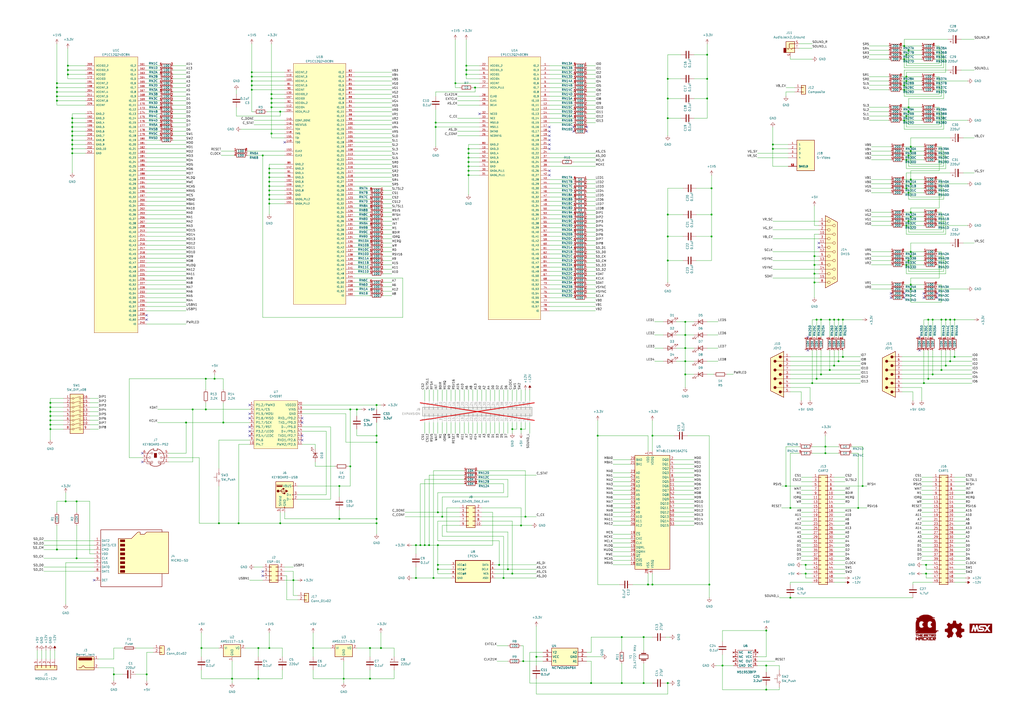
<source format=kicad_sch>
(kicad_sch (version 20231120) (generator "eeschema") (generator_version "8.0")
  (paper "A2")
  (title_block (title "TRHMSX - A simple MSX2+ clone in FPGA") (date "2024-12-31") (rev "1.51") (company "The Retro Hacker") (comment 1 "Creative Commons Attribution-NonCommercial-ShareAlike 4.0 International License") (comment 2 "This work is licensed under a ") (comment 3 "A simple MSX2+ clone in FPGA") (comment 4 "TRHMSX"))
  (lib_symbols
    (symbol "CH55x:CH559T" (pin_names (offset 1.016))
      (property "Reference" "U" (at 0 15.24 0))
      (property "Value" "CH559T" (at 0 -15.24 0))
      (symbol "CH559T_1_1"
        (pin input line (at -15.24 11.43 0) (length 2.54) (name "P1.2/PWM3") (number "1"))
        (pin input line (at -15.24 -11.43 0) (length 2.54) (name "P4.7") (number "10"))
        (pin input line (at 15.24 -11.43 180) (length 2.54) (name "PWM2/P2.5") (number "11"))
        (pin input line (at 15.24 -8.89 180) (length 2.54) (name "RXD1/P2.6") (number "12"))
        (pin input line (at 15.24 -6.35 180) (length 2.54) (name "TXD1/P2.7") (number "13"))
        (pin input line (at 15.24 -3.81 180) (length 2.54) (name "D+/P5.1") (number "14"))
        (pin input line (at 15.24 -1.27 180) (length 2.54) (name "D-/P5.0") (number "15"))
        (pin input line (at 15.24 1.27 180) (length 2.54) (name "TXD_/P0.3") (number "16"))
        (pin input line (at 15.24 3.81 180) (length 2.54) (name "RXD_/P0.2") (number "17"))
        (pin power_in line (at 15.24 6.35 180) (length 2.54) (name "GND") (number "18"))
        (pin power_in line (at 15.24 8.89 180) (length 2.54) (name "VIN5") (number "19"))
        (pin input line (at -15.24 8.89 0) (length 2.54) (name "P1.4/CS") (number "2"))
        (pin power_out line (at 15.24 11.43 180) (length 2.54) (name "VDD33") (number "20"))
        (pin input line (at -15.24 6.35 0) (length 2.54) (name "P1.5/MOSI") (number "3"))
        (pin input line (at -15.24 3.81 0) (length 2.54) (name "P1.6/MISO") (number "4"))
        (pin input line (at -15.24 1.27 0) (length 2.54) (name "P1.7/SCK") (number "5"))
        (pin input line (at -15.24 -1.27 0) (length 2.54) (name "P5.7/RST") (number "6"))
        (pin input line (at -15.24 -3.81 0) (length 2.54) (name "P3.2/LED0") (number "7"))
        (pin input line (at -15.24 -6.35 0) (length 2.54) (name "P3.4/LEDC") (number "8"))
        (pin input line (at -15.24 -8.89 0) (length 2.54) (name "P4.6") (number "9"))
      )
    )
    (symbol "Connector:Barrel_Jack" (pin_names (offset 1.016))
      (property "Reference" "J" (at 0 5.334 0))
      (property "Value" "Barrel_Jack" (at 0 -5.08 0))
      (symbol "Barrel_Jack_1_1"
        (pin passive line (at 7.62 2.54 180) (length 2.54) (name "~") (number "1"))
        (pin passive line (at 7.62 -2.54 180) (length 2.54) (name "~") (number "2"))
      )
    )
    (symbol "Connector:DA15_Receptacle" (pin_names (offset 1.016) hide)
      (property "Reference" "J" (at 0.508 21.59 0))
      (property "Value" "DA15_Receptacle" (at 0 -22.225 0))
      (symbol "DA15_Receptacle_1_1"
        (pin passive line (at -7.62 17.78 0) (length 3.81) (name "1") (number "1"))
        (pin passive line (at -7.62 10.16 0) (length 3.81) (name "P10") (number "10"))
        (pin passive line (at -7.62 5.08 0) (length 3.81) (name "P111") (number "11"))
        (pin passive line (at -7.62 0 0) (length 3.81) (name "P12") (number "12"))
        (pin passive line (at -7.62 -5.08 0) (length 3.81) (name "P13") (number "13"))
        (pin passive line (at -7.62 -10.16 0) (length 3.81) (name "P14") (number "14"))
        (pin passive line (at -7.62 -15.24 0) (length 3.81) (name "P15") (number "15"))
        (pin passive line (at -7.62 12.7 0) (length 3.81) (name "2") (number "2"))
        (pin passive line (at -7.62 7.62 0) (length 3.81) (name "3") (number "3"))
        (pin passive line (at -7.62 2.54 0) (length 3.81) (name "4") (number "4"))
        (pin passive line (at -7.62 -2.54 0) (length 3.81) (name "5") (number "5"))
        (pin passive line (at -7.62 -7.62 0) (length 3.81) (name "6") (number "6"))
        (pin passive line (at -7.62 -12.7 0) (length 3.81) (name "7") (number "7"))
        (pin passive line (at -7.62 -17.78 0) (length 3.81) (name "8") (number "8"))
        (pin passive line (at -7.62 15.24 0) (length 3.81) (name "P9") (number "9"))
      )
    )
    (symbol "Connector:DE9_Plug" (pin_names (offset 1.016) hide)
      (property "Reference" "J" (at 0 13.97 0))
      (property "Value" "DE9_Plug" (at 0 -14.605 0))
      (symbol "DE9_Plug_1_1"
        (pin passive line (at -7.62 -10.16 0) (length 3.81) (name "1") (number "1"))
        (pin passive line (at -7.62 -5.08 0) (length 3.81) (name "2") (number "2"))
        (pin passive line (at -7.62 0 0) (length 3.81) (name "3") (number "3"))
        (pin passive line (at -7.62 5.08 0) (length 3.81) (name "4") (number "4"))
        (pin passive line (at -7.62 10.16 0) (length 3.81) (name "5") (number "5"))
        (pin passive line (at -7.62 -7.62 0) (length 3.81) (name "6") (number "6"))
        (pin passive line (at -7.62 -2.54 0) (length 3.81) (name "7") (number "7"))
        (pin passive line (at -7.62 2.54 0) (length 3.81) (name "8") (number "8"))
        (pin passive line (at -7.62 7.62 0) (length 3.81) (name "9") (number "9"))
      )
    )
    (symbol "Connector:Mini-DIN-6" (pin_names (offset 1.016))
      (property "Reference" "J" (at 0 6.35 0))
      (property "Value" "Mini-DIN-6" (at 0 -6.35 0))
      (symbol "Mini-DIN-6_1_1"
        (pin passive line (at 7.62 -2.54 180) (length 2.54) (name "~") (number "1"))
        (pin passive line (at -7.62 -2.54 0) (length 2.54) (name "~") (number "2"))
        (pin passive line (at 7.62 0 180) (length 2.54) (name "~") (number "3"))
        (pin passive line (at -7.62 0 0) (length 2.54) (name "~") (number "4"))
        (pin passive line (at 7.62 2.54 180) (length 2.54) (name "~") (number "5"))
        (pin passive line (at -7.62 2.54 0) (length 2.54) (name "~") (number "6"))
      )
    )
    (symbol "Connector:USB_A" (pin_names (offset 1.016))
      (property "Reference" "J" (at -5.08 11.43 0))
      (property "Value" "USB_A" (at -5.08 8.89 0))
      (symbol "USB_A_1_1"
        (pin power_in line (at 7.62 5.08 180) (length 2.54) (name "VBUS") (number "1"))
        (pin bidirectional line (at 7.62 -2.54 180) (length 2.54) (name "D-") (number "2"))
        (pin bidirectional line (at 7.62 0 180) (length 2.54) (name "D+") (number "3"))
        (pin power_in line (at 0 -10.16 90) (length 2.54) (name "GND") (number "4"))
        (pin passive line (at -2.54 -10.16 90) (length 2.54) (name "Shield") (number "5"))
      )
    )
    (symbol "Connector_Audio:AudioJack2_Ground"
      (property "Reference" "J" (at 0 8.89 0))
      (property "Value" "AudioJack2_Ground" (at 0 6.35 0))
      (symbol "AudioJack2_Ground_1_1"
        (pin passive line (at 0 -5.08 90) (length 2.54) (name "~") (number "G"))
        (pin passive line (at 5.08 2.54 180) (length 2.54) (name "~") (number "S"))
        (pin passive line (at 5.08 0 180) (length 2.54) (name "~") (number "T"))
      )
    )
    (symbol "Connector_Generic:Conn_01x02" (pin_names (offset 1.016) hide)
      (property "Reference" "J" (at 0 2.54 0))
      (property "Value" "Conn_01x02" (at 0 -5.08 0))
      (symbol "Conn_01x02_1_1"
        (pin passive line (at -5.08 0 0) (length 3.81) (name "Pin_1") (number "1"))
        (pin passive line (at -5.08 -2.54 0) (length 3.81) (name "Pin_2") (number "2"))
      )
    )
    (symbol "Connector_Generic:Conn_01x05" (pin_names (offset 1.016) hide)
      (property "Reference" "J" (at 0 7.62 0))
      (property "Value" "Conn_01x05" (at 0 -7.62 0))
      (symbol "Conn_01x05_1_1"
        (pin passive line (at -5.08 5.08 0) (length 3.81) (name "Pin_1") (number "1"))
        (pin passive line (at -5.08 2.54 0) (length 3.81) (name "Pin_2") (number "2"))
        (pin passive line (at -5.08 0 0) (length 3.81) (name "Pin_3") (number "3"))
        (pin passive line (at -5.08 -2.54 0) (length 3.81) (name "Pin_4") (number "4"))
        (pin passive line (at -5.08 -5.08 0) (length 3.81) (name "Pin_5") (number "5"))
      )
    )
    (symbol "Connector_Generic:Conn_02x04_Odd_Even" (pin_names (offset 1.016) hide)
      (property "Reference" "J" (at 1.27 5.08 0))
      (property "Value" "Conn_02x04_Odd_Even" (at 1.27 -7.62 0))
      (symbol "Conn_02x04_Odd_Even_1_1"
        (pin passive line (at -5.08 2.54 0) (length 3.81) (name "Pin_1") (number "1"))
        (pin passive line (at 7.62 2.54 180) (length 3.81) (name "Pin_2") (number "2"))
        (pin passive line (at -5.08 0 0) (length 3.81) (name "Pin_3") (number "3"))
        (pin passive line (at 7.62 0 180) (length 3.81) (name "Pin_4") (number "4"))
        (pin passive line (at -5.08 -2.54 0) (length 3.81) (name "Pin_5") (number "5"))
        (pin passive line (at 7.62 -2.54 180) (length 3.81) (name "Pin_6") (number "6"))
        (pin passive line (at -5.08 -5.08 0) (length 3.81) (name "Pin_7") (number "7"))
        (pin passive line (at 7.62 -5.08 180) (length 3.81) (name "Pin_8") (number "8"))
      )
    )
    (symbol "Connector_Generic:Conn_02x05_Odd_Even" (pin_names (offset 1.016) hide)
      (property "Reference" "J" (at 1.27 7.62 0))
      (property "Value" "Conn_02x05_Odd_Even" (at 1.27 -7.62 0))
      (symbol "Conn_02x05_Odd_Even_1_1"
        (pin passive line (at -5.08 5.08 0) (length 3.81) (name "Pin_1") (number "1"))
        (pin passive line (at 7.62 -5.08 180) (length 3.81) (name "Pin_10") (number "10"))
        (pin passive line (at 7.62 5.08 180) (length 3.81) (name "Pin_2") (number "2"))
        (pin passive line (at -5.08 2.54 0) (length 3.81) (name "Pin_3") (number "3"))
        (pin passive line (at 7.62 2.54 180) (length 3.81) (name "Pin_4") (number "4"))
        (pin passive line (at -5.08 0 0) (length 3.81) (name "Pin_5") (number "5"))
        (pin passive line (at 7.62 0 180) (length 3.81) (name "Pin_6") (number "6"))
        (pin passive line (at -5.08 -2.54 0) (length 3.81) (name "Pin_7") (number "7"))
        (pin passive line (at 7.62 -2.54 180) (length 3.81) (name "Pin_8") (number "8"))
        (pin passive line (at -5.08 -5.08 0) (length 3.81) (name "Pin_9") (number "9"))
      )
    )
    (symbol "Connector_Generic:Conn_02x25_Odd_Even" (pin_names (offset 1.016) hide)
      (property "Reference" "J" (at 1.27 33.02 0))
      (property "Value" "Conn_02x25_Odd_Even" (at 1.27 -33.02 0))
      (symbol "Conn_02x25_Odd_Even_1_1"
        (pin passive line (at -5.08 30.48 0) (length 3.81) (name "Pin_1") (number "1"))
        (pin passive line (at 7.62 20.32 180) (length 3.81) (name "Pin_10") (number "10"))
        (pin passive line (at -5.08 17.78 0) (length 3.81) (name "Pin_11") (number "11"))
        (pin passive line (at 7.62 17.78 180) (length 3.81) (name "Pin_12") (number "12"))
        (pin passive line (at -5.08 15.24 0) (length 3.81) (name "Pin_13") (number "13"))
        (pin passive line (at 7.62 15.24 180) (length 3.81) (name "Pin_14") (number "14"))
        (pin passive line (at -5.08 12.7 0) (length 3.81) (name "Pin_15") (number "15"))
        (pin passive line (at 7.62 12.7 180) (length 3.81) (name "Pin_16") (number "16"))
        (pin passive line (at -5.08 10.16 0) (length 3.81) (name "Pin_17") (number "17"))
        (pin passive line (at 7.62 10.16 180) (length 3.81) (name "Pin_18") (number "18"))
        (pin passive line (at -5.08 7.62 0) (length 3.81) (name "Pin_19") (number "19"))
        (pin passive line (at 7.62 30.48 180) (length 3.81) (name "Pin_2") (number "2"))
        (pin passive line (at 7.62 7.62 180) (length 3.81) (name "Pin_20") (number "20"))
        (pin passive line (at -5.08 5.08 0) (length 3.81) (name "Pin_21") (number "21"))
        (pin passive line (at 7.62 5.08 180) (length 3.81) (name "Pin_22") (number "22"))
        (pin passive line (at -5.08 2.54 0) (length 3.81) (name "Pin_23") (number "23"))
        (pin passive line (at 7.62 2.54 180) (length 3.81) (name "Pin_24") (number "24"))
        (pin passive line (at -5.08 0 0) (length 3.81) (name "Pin_25") (number "25"))
        (pin passive line (at 7.62 0 180) (length 3.81) (name "Pin_26") (number "26"))
        (pin passive line (at -5.08 -2.54 0) (length 3.81) (name "Pin_27") (number "27"))
        (pin passive line (at 7.62 -2.54 180) (length 3.81) (name "Pin_28") (number "28"))
        (pin passive line (at -5.08 -5.08 0) (length 3.81) (name "Pin_29") (number "29"))
        (pin passive line (at -5.08 27.94 0) (length 3.81) (name "Pin_3") (number "3"))
        (pin passive line (at 7.62 -5.08 180) (length 3.81) (name "Pin_30") (number "30"))
        (pin passive line (at -5.08 -7.62 0) (length 3.81) (name "Pin_31") (number "31"))
        (pin passive line (at 7.62 -7.62 180) (length 3.81) (name "Pin_32") (number "32"))
        (pin passive line (at -5.08 -10.16 0) (length 3.81) (name "Pin_33") (number "33"))
        (pin passive line (at 7.62 -10.16 180) (length 3.81) (name "Pin_34") (number "34"))
        (pin passive line (at -5.08 -12.7 0) (length 3.81) (name "Pin_35") (number "35"))
        (pin passive line (at 7.62 -12.7 180) (length 3.81) (name "Pin_36") (number "36"))
        (pin passive line (at -5.08 -15.24 0) (length 3.81) (name "Pin_37") (number "37"))
        (pin passive line (at 7.62 -15.24 180) (length 3.81) (name "Pin_38") (number "38"))
        (pin passive line (at -5.08 -17.78 0) (length 3.81) (name "Pin_39") (number "39"))
        (pin passive line (at 7.62 27.94 180) (length 3.81) (name "Pin_4") (number "4"))
        (pin passive line (at 7.62 -17.78 180) (length 3.81) (name "Pin_40") (number "40"))
        (pin passive line (at -5.08 -20.32 0) (length 3.81) (name "Pin_41") (number "41"))
        (pin passive line (at 7.62 -20.32 180) (length 3.81) (name "Pin_42") (number "42"))
        (pin passive line (at -5.08 -22.86 0) (length 3.81) (name "Pin_43") (number "43"))
        (pin passive line (at 7.62 -22.86 180) (length 3.81) (name "Pin_44") (number "44"))
        (pin passive line (at -5.08 -25.4 0) (length 3.81) (name "Pin_45") (number "45"))
        (pin passive line (at 7.62 -25.4 180) (length 3.81) (name "Pin_46") (number "46"))
        (pin passive line (at -5.08 -27.94 0) (length 3.81) (name "Pin_47") (number "47"))
        (pin passive line (at 7.62 -27.94 180) (length 3.81) (name "Pin_48") (number "48"))
        (pin passive line (at -5.08 -30.48 0) (length 3.81) (name "Pin_49") (number "49"))
        (pin passive line (at -5.08 25.4 0) (length 3.81) (name "Pin_5") (number "5"))
        (pin passive line (at 7.62 -30.48 180) (length 3.81) (name "Pin_50") (number "50"))
        (pin passive line (at 7.62 25.4 180) (length 3.81) (name "Pin_6") (number "6"))
        (pin passive line (at -5.08 22.86 0) (length 3.81) (name "Pin_7") (number "7"))
        (pin passive line (at 7.62 22.86 180) (length 3.81) (name "Pin_8") (number "8"))
        (pin passive line (at -5.08 20.32 0) (length 3.81) (name "Pin_9") (number "9"))
      )
    )
    (symbol "Device:C" (pin_numbers hide) (pin_names (offset 0.254))
      (property "Reference" "C" (at 0.635 2.54 0))
      (property "Value" "C" (at 0.635 -2.54 0))
      (symbol "C_1_1"
        (pin passive line (at 0 3.81 270) (length 2.794) (name "~") (number "1"))
        (pin passive line (at 0 -3.81 90) (length 2.794) (name "~") (number "2"))
      )
    )
    (symbol "Device:C_Polarized" (pin_numbers hide) (pin_names (offset 0.254))
      (property "Reference" "C" (at 0.635 2.54 0))
      (property "Value" "C_Polarized" (at 0.635 -2.54 0))
      (symbol "C_Polarized_1_1"
        (pin passive line (at 0 3.81 270) (length 2.794) (name "~") (number "1"))
        (pin passive line (at 0 -3.81 90) (length 2.794) (name "~") (number "2"))
      )
    )
    (symbol "Device:Crystal" (pin_numbers hide) (pin_names (offset 1.016) hide)
      (property "Reference" "Y" (at 0 3.81 0))
      (property "Value" "Crystal" (at 0 -3.81 0))
      (symbol "Crystal_1_1"
        (pin passive line (at -3.81 0 0) (length 1.27) (name "1") (number "1"))
        (pin passive line (at 3.81 0 180) (length 1.27) (name "2") (number "2"))
      )
    )
    (symbol "Device:Fuse" (pin_numbers hide) (pin_names (offset 0))
      (property "Reference" "F" (at 2.032 0 90))
      (property "Value" "Fuse" (at -1.905 0 90))
      (symbol "Fuse_1_1"
        (pin passive line (at 0 3.81 270) (length 1.27) (name "~") (number "1"))
        (pin passive line (at 0 -3.81 90) (length 1.27) (name "~") (number "2"))
      )
    )
    (symbol "Device:LED" (pin_numbers hide) (pin_names (offset 1.016) hide)
      (property "Reference" "D" (at 0 2.54 0))
      (property "Value" "LED" (at 0 -2.54 0))
      (symbol "LED_1_1"
        (pin passive line (at -3.81 0 0) (length 2.54) (name "K") (number "1"))
        (pin passive line (at 3.81 0 180) (length 2.54) (name "A") (number "2"))
      )
    )
    (symbol "Device:R" (pin_numbers hide) (pin_names (offset 0))
      (property "Reference" "R" (at 2.032 0 90))
      (property "Value" "R" (at 0 0 90))
      (symbol "R_1_1"
        (pin passive line (at 0 3.81 270) (length 1.27) (name "~") (number "1"))
        (pin passive line (at 0 -3.81 90) (length 1.27) (name "~") (number "2"))
      )
    )
    (symbol "Device:R_Pack04_Split" (pin_names (offset 0) hide)
      (property "Reference" "RN" (at 2.032 0 90))
      (property "Value" "R_Pack04_Split" (at 0 0 90))
      (symbol "R_Pack04_Split_1_1"
        (pin passive line (at 0 -3.81 90) (length 1.27) (name "R1.1") (number "1"))
        (pin passive line (at 0 3.81 270) (length 1.27) (name "R1.2") (number "8"))
      )
      (symbol "R_Pack04_Split_2_1"
        (pin passive line (at 0 -3.81 90) (length 1.27) (name "R2.1") (number "2"))
        (pin passive line (at 0 3.81 270) (length 1.27) (name "R2.2") (number "7"))
      )
      (symbol "R_Pack04_Split_3_1"
        (pin passive line (at 0 -3.81 90) (length 1.27) (name "R3.1") (number "3"))
        (pin passive line (at 0 3.81 270) (length 1.27) (name "R3.2") (number "6"))
      )
      (symbol "R_Pack04_Split_4_1"
        (pin passive line (at 0 -3.81 90) (length 1.27) (name "R4.1") (number "4"))
        (pin passive line (at 0 3.81 270) (length 1.27) (name "R4.2") (number "5"))
      )
    )
    (symbol "Graphic:Logo_Open_Hardware_Small" (in_bom no) (on_board no))
    (symbol "LOGO_MSX:LOGO" (pin_names (offset 1.016)))
    (symbol "LOGO_TRH:LOGO" (pin_names (offset 1.016)))
    (symbol "MD-40SM:MD-40SM" (pin_names (offset 1.016))
      (property "Reference" "J" (at -5.08 8.382 0))
      (property "Value" "MD-40SM" (at -5.08 -12.7 0))
      (symbol "MD-40SM_0_0"
        (pin passive line (at -10.16 5.08 0) (length 5.08) (name "1") (number "1"))
        (pin passive line (at -10.16 2.54 0) (length 5.08) (name "2") (number "2"))
        (pin passive line (at -10.16 0 0) (length 5.08) (name "3") (number "3"))
        (pin passive line (at -10.16 -2.54 0) (length 5.08) (name "4") (number "4"))
        (pin passive line (at -10.16 -7.62 0) (length 5.08) (name "SHIELD") (number "S1"))
        (pin passive line (at -10.16 -7.62 0) (length 5.08) (name "SHIELD") (number "S2"))
        (pin passive line (at -10.16 -7.62 0) (length 5.08) (name "SHIELD") (number "S3"))
      )
    )
    (symbol "Memory_RAM:MT48LC16M16A2TG"
      (property "Reference" "U" (at -8.89 34.29 0))
      (property "Value" "MT48LC16M16A2TG" (at 8.89 34.29 0))
      (symbol "MT48LC16M16A2TG_1_1"
        (pin power_in line (at -2.54 35.56 270) (length 2.54) (name "VDD") (number "1"))
        (pin bidirectional line (at 12.7 17.78 180) (length 2.54) (name "DQ5") (number "10"))
        (pin bidirectional line (at 12.7 15.24 180) (length 2.54) (name "DQ6") (number "11"))
        (pin passive line (at 0 -35.56 90) (length 2.54) hide (name "VSSQ") (number "12"))
        (pin bidirectional line (at 12.7 12.7 180) (length 2.54) (name "DQ7") (number "13"))
        (pin passive line (at -2.54 35.56 270) (length 2.54) hide (name "VDD") (number "14"))
        (pin input line (at -12.7 -20.32 0) (length 2.54) (name "DQML") (number "15"))
        (pin input line (at -12.7 -25.4 0) (length 2.54) (name "~{WE}") (number "16"))
        (pin input line (at -12.7 -27.94 0) (length 2.54) (name "~{CAS}") (number "17"))
        (pin input line (at -12.7 -30.48 0) (length 2.54) (name "~{RAS}") (number "18"))
        (pin input line (at -12.7 -12.7 0) (length 2.54) (name "~{CS}") (number "19"))
        (pin bidirectional line (at 12.7 30.48 180) (length 2.54) (name "DQ0") (number "2"))
        (pin input line (at -12.7 30.48 0) (length 2.54) (name "BA0") (number "20"))
        (pin input line (at -12.7 27.94 0) (length 2.54) (name "BA1") (number "21"))
        (pin input line (at -12.7 -2.54 0) (length 2.54) (name "A10") (number "22"))
        (pin input line (at -12.7 22.86 0) (length 2.54) (name "A0") (number "23"))
        (pin input line (at -12.7 20.32 0) (length 2.54) (name "A1") (number "24"))
        (pin input line (at -12.7 17.78 0) (length 2.54) (name "A2") (number "25"))
        (pin input line (at -12.7 15.24 0) (length 2.54) (name "A3") (number "26"))
        (pin passive line (at -2.54 35.56 270) (length 2.54) hide (name "VDD") (number "27"))
        (pin power_in line (at -2.54 -35.56 90) (length 2.54) (name "VSS") (number "28"))
        (pin input line (at -12.7 12.7 0) (length 2.54) (name "A4") (number "29"))
        (pin power_in line (at 0 35.56 270) (length 2.54) (name "VDDQ") (number "3"))
        (pin input line (at -12.7 10.16 0) (length 2.54) (name "A5") (number "30"))
        (pin input line (at -12.7 7.62 0) (length 2.54) (name "A6") (number "31"))
        (pin input line (at -12.7 5.08 0) (length 2.54) (name "A7") (number "32"))
        (pin input line (at -12.7 2.54 0) (length 2.54) (name "A8") (number "33"))
        (pin input line (at -12.7 0 0) (length 2.54) (name "A9") (number "34"))
        (pin input line (at -12.7 -5.08 0) (length 2.54) (name "A11") (number "35"))
        (pin input line (at -12.7 -7.62 0) (length 2.54) (name "A12") (number "36"))
        (pin input line (at -12.7 -15.24 0) (length 2.54) (name "CKE") (number "37"))
        (pin input line (at -12.7 -17.78 0) (length 2.54) (name "CLK") (number "38"))
        (pin input line (at -12.7 -22.86 0) (length 2.54) (name "DQMH") (number "39"))
        (pin bidirectional line (at 12.7 27.94 180) (length 2.54) (name "DQ1") (number "4"))
        (pin no_connect line (at 10.16 -20.32 180) (length 2.54) hide (name "NC") (number "40"))
        (pin passive line (at -2.54 -35.56 90) (length 2.54) hide (name "VSS") (number "41"))
        (pin bidirectional line (at 12.7 10.16 180) (length 2.54) (name "DQ8") (number "42"))
        (pin passive line (at 0 35.56 270) (length 2.54) hide (name "VDDQ") (number "43"))
        (pin bidirectional line (at 12.7 7.62 180) (length 2.54) (name "DQ9") (number "44"))
        (pin bidirectional line (at 12.7 5.08 180) (length 2.54) (name "DQ10") (number "45"))
        (pin passive line (at 0 -35.56 90) (length 2.54) hide (name "VSSQ") (number "46"))
        (pin bidirectional line (at 12.7 2.54 180) (length 2.54) (name "DQ11") (number "47"))
        (pin bidirectional line (at 12.7 0 180) (length 2.54) (name "DQ12") (number "48"))
        (pin passive line (at 0 35.56 270) (length 2.54) hide (name "VDDQ") (number "49"))
        (pin bidirectional line (at 12.7 25.4 180) (length 2.54) (name "DQ2") (number "5"))
        (pin bidirectional line (at 12.7 -2.54 180) (length 2.54) (name "DQ13") (number "50"))
        (pin bidirectional line (at 12.7 -5.08 180) (length 2.54) (name "DQ14") (number "51"))
        (pin passive line (at 0 -35.56 90) (length 2.54) hide (name "VSSQ") (number "52"))
        (pin bidirectional line (at 12.7 -7.62 180) (length 2.54) (name "DQ15") (number "53"))
        (pin passive line (at -2.54 -35.56 90) (length 2.54) hide (name "VSS") (number "54"))
        (pin power_in line (at 0 -35.56 90) (length 2.54) (name "VSSQ") (number "6"))
        (pin bidirectional line (at 12.7 22.86 180) (length 2.54) (name "DQ3") (number "7"))
        (pin bidirectional line (at 12.7 20.32 180) (length 2.54) (name "DQ4") (number "8"))
        (pin passive line (at 0 35.56 270) (length 2.54) hide (name "VDDQ") (number "9"))
      )
    )
    (symbol "Regulator_Linear:AMS1117-1.5"
      (property "Reference" "U" (at -3.81 3.175 0))
      (property "Value" "AMS1117-1.5" (at 0 3.175 0))
      (symbol "AMS1117-1.5_1_1"
        (pin power_in line (at 0 -7.62 90) (length 2.54) (name "GND") (number "1"))
        (pin power_out line (at 7.62 0 180) (length 2.54) (name "VO") (number "2"))
        (pin power_in line (at -7.62 0 0) (length 2.54) (name "VI") (number "3"))
      )
    )
    (symbol "Regulator_Linear:AMS1117-3.3"
      (property "Reference" "U" (at -3.81 3.175 0))
      (property "Value" "AMS1117-3.3" (at 0 3.175 0))
      (symbol "AMS1117-3.3_1_1"
        (pin power_in line (at 0 -7.62 90) (length 2.54) (name "GND") (number "1"))
        (pin power_out line (at 7.62 0 180) (length 2.54) (name "VO") (number "2"))
        (pin power_in line (at -7.62 0 0) (length 2.54) (name "VI") (number "3"))
      )
    )
    (symbol "Switch:SW_DIP_x08" (pin_names (offset 0) hide)
      (property "Reference" "SW" (at 0 13.97 0))
      (property "Value" "SW_DIP_x08" (at 0 -11.43 0))
      (symbol "SW_DIP_x08_1_1"
        (pin passive line (at -7.62 10.16 0) (length 5.08) (name "~") (number "1"))
        (pin passive line (at 7.62 -5.08 180) (length 5.08) (name "~") (number "10"))
        (pin passive line (at 7.62 -2.54 180) (length 5.08) (name "~") (number "11"))
        (pin passive line (at 7.62 0 180) (length 5.08) (name "~") (number "12"))
        (pin passive line (at 7.62 2.54 180) (length 5.08) (name "~") (number "13"))
        (pin passive line (at 7.62 5.08 180) (length 5.08) (name "~") (number "14"))
        (pin passive line (at 7.62 7.62 180) (length 5.08) (name "~") (number "15"))
        (pin passive line (at 7.62 10.16 180) (length 5.08) (name "~") (number "16"))
        (pin passive line (at -7.62 7.62 0) (length 5.08) (name "~") (number "2"))
        (pin passive line (at -7.62 5.08 0) (length 5.08) (name "~") (number "3"))
        (pin passive line (at -7.62 2.54 0) (length 5.08) (name "~") (number "4"))
        (pin passive line (at -7.62 0 0) (length 5.08) (name "~") (number "5"))
        (pin passive line (at -7.62 -2.54 0) (length 5.08) (name "~") (number "6"))
        (pin passive line (at -7.62 -5.08 0) (length 5.08) (name "~") (number "7"))
        (pin passive line (at -7.62 -7.62 0) (length 5.08) (name "~") (number "8"))
        (pin passive line (at 7.62 -7.62 180) (length 5.08) (name "~") (number "9"))
      )
    )
    (symbol "Switch:SW_Push" (pin_numbers hide) (pin_names (offset 1.016) hide)
      (property "Reference" "SW" (at 1.27 2.54 0))
      (property "Value" "SW_Push" (at 0 -1.524 0))
      (symbol "SW_Push_0_1"
        (pin passive line (at -5.08 0 0) (length 2.54) (name "1") (number "1"))
        (pin passive line (at 5.08 0 180) (length 2.54) (name "2") (number "2"))
      )
    )
    (symbol "TRHMSX:EP1C12Q240C8N" (pin_names (offset 1.016))
      (property "Reference" "U" (at -5.3594 77.6986 0))
      (property "Value" "EP1C12Q240C8N" (at -5.3086 -82.9056 0))
      (symbol "EP1C12Q240C8N_1_0"
        (pin bidirectional line (at 20.32 68.58 180) (length 5.08) (name "IO_2") (number "1"))
        (pin passive line (at -20.32 20.32 0) (length 5.08) (name "GND_3") (number "10"))
        (pin bidirectional line (at 20.32 48.26 180) (length 5.08) (name "IO_10") (number "11"))
        (pin bidirectional line (at 20.32 45.72 180) (length 5.08) (name "IO_11") (number "12"))
        (pin bidirectional line (at 20.32 43.18 180) (length 5.08) (name "IO_12") (number "13"))
        (pin bidirectional line (at 20.32 40.64 180) (length 5.08) (name "IO_13") (number "14"))
        (pin bidirectional line (at 20.32 38.1 180) (length 5.08) (name "IO_14") (number "15"))
        (pin bidirectional line (at 20.32 35.56 180) (length 5.08) (name "IO_15") (number "16"))
        (pin bidirectional line (at 20.32 33.02 180) (length 5.08) (name "IO_16") (number "17"))
        (pin bidirectional line (at 20.32 30.48 180) (length 5.08) (name "IO_17") (number "18"))
        (pin bidirectional line (at 20.32 27.94 180) (length 5.08) (name "IO_18") (number "19"))
        (pin bidirectional line (at 20.32 66.04 180) (length 5.08) (name "IO_3") (number "2"))
        (pin bidirectional line (at 20.32 25.4 180) (length 5.08) (name "IO_19") (number "20"))
        (pin bidirectional line (at 20.32 22.86 180) (length 5.08) (name "IO_20") (number "21"))
        (pin power_in line (at -20.32 68.58 0) (length 5.08) (name "VCCIO1_2") (number "22"))
        (pin bidirectional line (at 20.32 20.32 180) (length 5.08) (name "IO_21") (number "23"))
        (pin bidirectional line (at 20.32 17.78 180) (length 5.08) (name "IO_22") (number "24"))
        (pin input line (at -20.32 30.48 0) (length 5.08) (name "DATA0") (number "25"))
        (pin input line (at -20.32 27.94 0) (length 5.08) (name "NCONFIG") (number "26"))
        (pin power_in line (at -20.32 55.88 0) (length 5.08) (name "VCCA_PLL1") (number "27"))
        (pin input line (at -20.32 50.8 0) (length 5.08) (name "CLK0") (number "28"))
        (pin input line (at -20.32 48.26 0) (length 5.08) (name "CLK1") (number "29"))
        (pin bidirectional line (at 20.32 63.5 180) (length 5.08) (name "IO_4") (number "3"))
        (pin passive line (at -20.32 7.62 0) (length 5.08) (name "GNDA_PLL1") (number "30"))
        (pin passive line (at -20.32 5.08 0) (length 5.08) (name "GNDG_PLL1") (number "31"))
        (pin input line (at -20.32 40.64 0) (length 5.08) (name "NCEO") (number "32"))
        (pin input line (at -20.32 38.1 0) (length 5.08) (name "NCE") (number "33"))
        (pin input line (at -20.32 35.56 0) (length 5.08) (name "MSEL0") (number "34"))
        (pin input line (at -20.32 33.02 0) (length 5.08) (name "MSEL1") (number "35"))
        (pin input line (at -20.32 45.72 0) (length 5.08) (name "DCLK") (number "36"))
        (pin bidirectional line (at 20.32 15.24 180) (length 5.08) (name "IO_23") (number "37"))
        (pin bidirectional line (at 20.32 12.7 180) (length 5.08) (name "IO_24") (number "38"))
        (pin bidirectional line (at 20.32 10.16 180) (length 5.08) (name "IO_25") (number "39"))
        (pin bidirectional line (at 20.32 60.96 180) (length 5.08) (name "IO_5") (number "4"))
        (pin passive line (at -20.32 17.78 0) (length 5.08) (name "GND_4") (number "40"))
        (pin bidirectional line (at 20.32 7.62 180) (length 5.08) (name "IO_26") (number "41"))
        (pin bidirectional line (at 20.32 5.08 180) (length 5.08) (name "IO_27") (number "42"))
        (pin bidirectional line (at 20.32 2.54 180) (length 5.08) (name "IO_28") (number "43"))
        (pin bidirectional line (at 20.32 0 180) (length 5.08) (name "IO_29") (number "44"))
        (pin bidirectional line (at 20.32 -2.54 180) (length 5.08) (name "IO_30") (number "45"))
        (pin bidirectional line (at 20.32 -5.08 180) (length 5.08) (name "IO_31") (number "46"))
        (pin bidirectional line (at 20.32 -7.62 180) (length 5.08) (name "IO_32") (number "47"))
        (pin bidirectional line (at 20.32 -10.16 180) (length 5.08) (name "IO_33") (number "48"))
        (pin bidirectional line (at 20.32 -12.7 180) (length 5.08) (name "IO_34") (number "49"))
        (pin bidirectional line (at 20.32 58.42 180) (length 5.08) (name "IO_6") (number "5"))
        (pin bidirectional line (at 20.32 -15.24 180) (length 5.08) (name "IO_35") (number "50"))
        (pin power_in line (at -20.32 66.04 0) (length 5.08) (name "VCCIO1_3") (number "51"))
        (pin passive line (at -20.32 15.24 0) (length 5.08) (name "GND_5") (number "52"))
        (pin bidirectional line (at 20.32 -17.78 180) (length 5.08) (name "IO_36") (number "53"))
        (pin bidirectional line (at 20.32 -20.32 180) (length 5.08) (name "IO_37") (number "54"))
        (pin bidirectional line (at 20.32 -22.86 180) (length 5.08) (name "IO_38") (number "55"))
        (pin bidirectional line (at 20.32 -25.4 180) (length 5.08) (name "IO_39") (number "56"))
        (pin bidirectional line (at 20.32 -27.94 180) (length 5.08) (name "IO_40") (number "57"))
        (pin bidirectional line (at 20.32 -30.48 180) (length 5.08) (name "IO_41") (number "58"))
        (pin bidirectional line (at 20.32 -33.02 180) (length 5.08) (name "IO_42") (number "59"))
        (pin bidirectional line (at 20.32 55.88 180) (length 5.08) (name "IO_7") (number "6"))
        (pin bidirectional line (at 20.32 -35.56 180) (length 5.08) (name "IO_43") (number "60"))
        (pin bidirectional line (at 20.32 -38.1 180) (length 5.08) (name "IO_44") (number "61"))
        (pin bidirectional line (at 20.32 -40.64 180) (length 5.08) (name "IO_45") (number "62"))
        (pin bidirectional line (at 20.32 -43.18 180) (length 5.08) (name "IO_46") (number "63"))
        (pin bidirectional line (at 20.32 -45.72 180) (length 5.08) (name "IO_47") (number "64"))
        (pin bidirectional line (at 20.32 -48.26 180) (length 5.08) (name "IO_48") (number "65"))
        (pin bidirectional line (at 20.32 -50.8 180) (length 5.08) (name "IO_49") (number "66"))
        (pin bidirectional line (at 20.32 -53.34 180) (length 5.08) (name "IO_50") (number "67"))
        (pin bidirectional line (at 20.32 -55.88 180) (length 5.08) (name "IO_51") (number "68"))
        (pin passive line (at -20.32 12.7 0) (length 5.08) (name "GND_6") (number "69"))
        (pin bidirectional line (at 20.32 53.34 180) (length 5.08) (name "IO_8") (number "7"))
        (pin power_in line (at -20.32 60.96 0) (length 5.08) (name "VCCIO4") (number "70"))
        (pin passive line (at -20.32 10.16 0) (length 5.08) (name "GND") (number "71"))
        (pin power_in line (at -20.32 58.42 0) (length 5.08) (name "VCCINT") (number "72"))
        (pin bidirectional line (at 20.32 -58.42 180) (length 5.08) (name "IO_52") (number "73"))
        (pin bidirectional line (at 20.32 -60.96 180) (length 5.08) (name "IO_53") (number "74"))
        (pin bidirectional line (at 20.32 -63.5 180) (length 5.08) (name "IO_54") (number "75"))
        (pin bidirectional line (at 20.32 -66.04 180) (length 5.08) (name "IO_55") (number "76"))
        (pin bidirectional line (at 20.32 -68.58 180) (length 5.08) (name "IO_56") (number "77"))
        (pin bidirectional line (at 20.32 -71.12 180) (length 5.08) (name "IO_57") (number "78"))
        (pin bidirectional line (at 20.32 -73.66 180) (length 5.08) (name "IO") (number "79"))
        (pin bidirectional line (at 20.32 50.8 180) (length 5.08) (name "IO_9") (number "8"))
        (pin passive line (at -20.32 22.86 0) (length 5.08) (name "GND_2") (number "80"))
        (pin power_in line (at -20.32 63.5 0) (length 5.08) (name "VCCIO1") (number "9"))
      )
      (symbol "EP1C12Q240C8N_2_0"
        (pin bidirectional line (at 20.32 30.48 180) (length 5.08) (name "IO_14") (number "100"))
        (pin bidirectional line (at 20.32 27.94 180) (length 5.08) (name "IO_15") (number "101"))
        (pin passive line (at -20.32 -2.54 0) (length 5.08) (name "GND_6") (number "102"))
        (pin power_in line (at -20.32 55.88 0) (length 5.08) (name "VCCINT_4") (number "103"))
        (pin bidirectional line (at 20.32 25.4 180) (length 5.08) (name "IO_16") (number "104"))
        (pin bidirectional line (at 20.32 22.86 180) (length 5.08) (name "IO_17") (number "105"))
        (pin bidirectional line (at 20.32 20.32 180) (length 5.08) (name "IO_18") (number "106"))
        (pin bidirectional line (at 20.32 17.78 180) (length 5.08) (name "IO_19") (number "107"))
        (pin bidirectional line (at 20.32 15.24 180) (length 5.08) (name "IO_20") (number "108"))
        (pin passive line (at -20.32 -5.08 0) (length 5.08) (name "GND_7") (number "109"))
        (pin power_in line (at -20.32 58.42 0) (length 5.08) (name "VCCINT_3") (number "110"))
        (pin passive line (at -20.32 -7.62 0) (length 5.08) (name "GND_8") (number "111"))
        (pin power_in line (at -20.32 40.64 0) (length 5.08) (name "VCCIO4") (number "112"))
        (pin bidirectional line (at 20.32 12.7 180) (length 5.08) (name "IO_21") (number "113"))
        (pin bidirectional line (at 20.32 10.16 180) (length 5.08) (name "IO_22") (number "114"))
        (pin bidirectional line (at 20.32 7.62 180) (length 5.08) (name "IO_23") (number "115"))
        (pin bidirectional line (at 20.32 5.08 180) (length 5.08) (name "IO_24") (number "116"))
        (pin bidirectional line (at 20.32 2.54 180) (length 5.08) (name "IO_25") (number "117"))
        (pin bidirectional line (at 20.32 0 180) (length 5.08) (name "IO_26") (number "118"))
        (pin bidirectional line (at 20.32 -2.54 180) (length 5.08) (name "IO_27") (number "119"))
        (pin bidirectional line (at 20.32 -5.08 180) (length 5.08) (name "IO_28") (number "120"))
        (pin bidirectional line (at 20.32 -7.62 180) (length 5.08) (name "IO_29") (number "121"))
        (pin bidirectional line (at 20.32 -10.16 180) (length 5.08) (name "IO_30") (number "122"))
        (pin bidirectional line (at 20.32 -12.7 180) (length 5.08) (name "IO_31") (number "123"))
        (pin bidirectional line (at 20.32 -15.24 180) (length 5.08) (name "IO_32") (number "124"))
        (pin bidirectional line (at 20.32 -17.78 180) (length 5.08) (name "IO_33") (number "125"))
        (pin bidirectional line (at 20.32 -20.32 180) (length 5.08) (name "IO_34") (number "126"))
        (pin bidirectional line (at 20.32 -22.86 180) (length 5.08) (name "IO_35") (number "127"))
        (pin bidirectional line (at 20.32 -25.4 180) (length 5.08) (name "IO_36") (number "128"))
        (pin passive line (at -20.32 -10.16 0) (length 5.08) (name "GND") (number "129"))
        (pin power_in line (at -20.32 48.26 0) (length 5.08) (name "VCCIO3_2") (number "130"))
        (pin bidirectional line (at 20.32 -27.94 180) (length 5.08) (name "IO_37") (number "131"))
        (pin bidirectional line (at 20.32 -30.48 180) (length 5.08) (name "IO_38") (number "132"))
        (pin bidirectional line (at 20.32 -33.02 180) (length 5.08) (name "IO_39") (number "133"))
        (pin bidirectional line (at 20.32 -35.56 180) (length 5.08) (name "IO_40") (number "134"))
        (pin bidirectional line (at 20.32 -38.1 180) (length 5.08) (name "IO_41") (number "135"))
        (pin bidirectional line (at 20.32 -40.64 180) (length 5.08) (name "IO_42") (number "136"))
        (pin bidirectional line (at 20.32 -43.18 180) (length 5.08) (name "IO_43") (number "137"))
        (pin bidirectional line (at 20.32 -45.72 180) (length 5.08) (name "IO_44") (number "138"))
        (pin bidirectional line (at 20.32 -48.26 180) (length 5.08) (name "IO_45") (number "139"))
        (pin bidirectional line (at 20.32 -50.8 180) (length 5.08) (name "IO_46") (number "140"))
        (pin bidirectional line (at 20.32 -53.34 180) (length 5.08) (name "IO_47") (number "141"))
        (pin passive line (at -20.32 5.08 0) (length 5.08) (name "GND_3") (number "142"))
        (pin bidirectional line (at 20.32 -55.88 180) (length 5.08) (name "IO_48") (number "143"))
        (pin bidirectional line (at 20.32 -58.42 180) (length 5.08) (name "IO_49") (number "144"))
        (pin input line (at -20.32 33.02 0) (length 5.08) (name "CONF_DONE") (number "145"))
        (pin input line (at -20.32 30.48 0) (length 5.08) (name "NSTATUS") (number "146"))
        (pin input line (at -20.32 27.94 0) (length 5.08) (name "TCK") (number "147"))
        (pin input line (at -20.32 25.4 0) (length 5.08) (name "TMS") (number "148"))
        (pin input line (at -20.32 20.32 0) (length 5.08) (name "TDO") (number "149"))
        (pin passive line (at -20.32 -12.7 0) (length 5.08) (name "GNDG_PLL2") (number "150"))
        (pin passive line (at -20.32 -15.24 0) (length 5.08) (name "GNDA_PLL2") (number "151"))
        (pin input line (at -20.32 12.7 0) (length 5.08) (name "CLK3") (number "152"))
        (pin input line (at -20.32 15.24 0) (length 5.08) (name "CLK2") (number "153"))
        (pin power_in line (at -20.32 38.1 0) (length 5.08) (name "VCCA_PLL2") (number "154"))
        (pin input line (at -20.32 22.86 0) (length 5.08) (name "TDI") (number "155"))
        (pin bidirectional line (at 20.32 -60.96 180) (length 5.08) (name "IO_50") (number "156"))
        (pin power_in line (at -20.32 45.72 0) (length 5.08) (name "VCCIO3") (number "157"))
        (pin bidirectional line (at 20.32 -63.5 180) (length 5.08) (name "IO_51") (number "158"))
        (pin bidirectional line (at 20.32 -66.04 180) (length 5.08) (name "IO_52") (number "159"))
        (pin bidirectional line (at 20.32 -68.58 180) (length 5.08) (name "IO") (number "160"))
        (pin power_in line (at -20.32 53.34 0) (length 5.08) (name "VCCINT_5") (number "81"))
        (pin bidirectional line (at 20.32 60.96 180) (length 5.08) (name "IO_2") (number "82"))
        (pin bidirectional line (at 20.32 58.42 180) (length 5.08) (name "IO_3") (number "83"))
        (pin bidirectional line (at 20.32 55.88 180) (length 5.08) (name "IO_4") (number "84"))
        (pin bidirectional line (at 20.32 53.34 180) (length 5.08) (name "IO_5") (number "85"))
        (pin bidirectional line (at 20.32 50.8 180) (length 5.08) (name "IO_6") (number "86"))
        (pin bidirectional line (at 20.32 48.26 180) (length 5.08) (name "IO_7") (number "87"))
        (pin bidirectional line (at 20.32 45.72 180) (length 5.08) (name "IO_8") (number "88"))
        (pin passive line (at -20.32 7.62 0) (length 5.08) (name "GND_2") (number "89"))
        (pin power_in line (at -20.32 50.8 0) (length 5.08) (name "VCCINT") (number "90"))
        (pin passive line (at -20.32 2.54 0) (length 5.08) (name "GND_4") (number "91"))
        (pin power_in line (at -20.32 43.18 0) (length 5.08) (name "VCCIO4_2") (number "92"))
        (pin bidirectional line (at 20.32 43.18 180) (length 5.08) (name "IO_9") (number "93"))
        (pin bidirectional line (at 20.32 40.64 180) (length 5.08) (name "IO_10") (number "94"))
        (pin bidirectional line (at 20.32 38.1 180) (length 5.08) (name "IO_11") (number "95"))
        (pin passive line (at -20.32 0 0) (length 5.08) (name "GND_5") (number "96"))
        (pin power_in line (at -20.32 60.96 0) (length 5.08) (name "VCCINT_2") (number "97"))
        (pin bidirectional line (at 20.32 35.56 180) (length 5.08) (name "IO_12") (number "98"))
        (pin bidirectional line (at 20.32 33.02 180) (length 5.08) (name "IO_13") (number "99"))
      )
      (symbol "EP1C12Q240C8N_3_0"
        (pin bidirectional line (at 17.78 71.12 180) (length 5.08) (name "IO_2") (number "161"))
        (pin bidirectional line (at 17.78 68.58 180) (length 5.08) (name "IO_3") (number "162"))
        (pin bidirectional line (at 17.78 66.04 180) (length 5.08) (name "IO_4") (number "163"))
        (pin bidirectional line (at 17.78 63.5 180) (length 5.08) (name "IO_5") (number "164"))
        (pin bidirectional line (at 17.78 60.96 180) (length 5.08) (name "IO_6") (number "165"))
        (pin bidirectional line (at 17.78 58.42 180) (length 5.08) (name "IO_7") (number "166"))
        (pin bidirectional line (at 17.78 55.88 180) (length 5.08) (name "IO_8") (number "167"))
        (pin bidirectional line (at 17.78 53.34 180) (length 5.08) (name "IO_9") (number "168"))
        (pin bidirectional line (at 17.78 50.8 180) (length 5.08) (name "IO_10") (number "169"))
        (pin bidirectional line (at 17.78 48.26 180) (length 5.08) (name "IO_11") (number "170"))
        (pin passive line (at -17.78 43.18 0) (length 5.08) (name "GND_2") (number "171"))
        (pin power_in line (at -17.78 63.5 0) (length 5.08) (name "VCCIO3") (number "172"))
        (pin bidirectional line (at 17.78 45.72 180) (length 5.08) (name "IO_12") (number "173"))
        (pin bidirectional line (at 17.78 43.18 180) (length 5.08) (name "IO_13") (number "174"))
        (pin bidirectional line (at 17.78 40.64 180) (length 5.08) (name "IO_14") (number "175"))
        (pin bidirectional line (at 17.78 38.1 180) (length 5.08) (name "IO_15") (number "176"))
        (pin bidirectional line (at 17.78 35.56 180) (length 5.08) (name "IO_16") (number "177"))
        (pin bidirectional line (at 17.78 33.02 180) (length 5.08) (name "IO_17") (number "178"))
        (pin bidirectional line (at 17.78 30.48 180) (length 5.08) (name "IO_18") (number "179"))
        (pin bidirectional line (at 17.78 27.94 180) (length 5.08) (name "IO_19") (number "180"))
        (pin bidirectional line (at 17.78 25.4 180) (length 5.08) (name "IO_20") (number "181"))
        (pin bidirectional line (at 17.78 22.86 180) (length 5.08) (name "IO_21") (number "182"))
        (pin bidirectional line (at 17.78 20.32 180) (length 5.08) (name "IO_22") (number "183"))
        (pin bidirectional line (at 17.78 17.78 180) (length 5.08) (name "IO_23") (number "184"))
        (pin bidirectional line (at 17.78 15.24 180) (length 5.08) (name "IO_24") (number "185"))
        (pin bidirectional line (at 17.78 12.7 180) (length 5.08) (name "IO_25") (number "186"))
        (pin bidirectional line (at 17.78 10.16 180) (length 5.08) (name "IO_26") (number "187"))
        (pin bidirectional line (at 17.78 7.62 180) (length 5.08) (name "IO_27") (number "188"))
        (pin power_in line (at -17.78 66.04 0) (length 5.08) (name "VCCIO2") (number "189"))
        (pin passive line (at -17.78 38.1 0) (length 5.08) (name "GND_4") (number "190"))
        (pin power_in line (at -17.78 60.96 0) (length 5.08) (name "VCCINT_2") (number "191"))
        (pin passive line (at -17.78 40.64 0) (length 5.08) (name "GND_3") (number "192"))
        (pin bidirectional line (at 17.78 5.08 180) (length 5.08) (name "IO_28") (number "193"))
        (pin bidirectional line (at 17.78 2.54 180) (length 5.08) (name "IO_29") (number "194"))
        (pin bidirectional line (at 17.78 0 180) (length 5.08) (name "IO_30") (number "195"))
        (pin bidirectional line (at 17.78 -2.54 180) (length 5.08) (name "IO_31") (number "196"))
        (pin bidirectional line (at 17.78 -5.08 180) (length 5.08) (name "IO_32") (number "197"))
        (pin power_in line (at -17.78 58.42 0) (length 5.08) (name "VCCINT_3") (number "198"))
        (pin passive line (at -17.78 35.56 0) (length 5.08) (name "GND_5") (number "199"))
        (pin bidirectional line (at 17.78 -7.62 180) (length 5.08) (name "IO_33") (number "200"))
        (pin bidirectional line (at 17.78 -10.16 180) (length 5.08) (name "IO_34") (number "201"))
        (pin bidirectional line (at 17.78 -12.7 180) (length 5.08) (name "IO_35") (number "202"))
        (pin bidirectional line (at 17.78 -15.24 180) (length 5.08) (name "IO_36") (number "203"))
        (pin power_in line (at -17.78 55.88 0) (length 5.08) (name "VCCINT_4") (number "204"))
        (pin passive line (at -17.78 33.02 0) (length 5.08) (name "GND_6") (number "205"))
        (pin bidirectional line (at 17.78 -17.78 180) (length 5.08) (name "IO_37") (number "206"))
        (pin bidirectional line (at 17.78 -20.32 180) (length 5.08) (name "IO_38") (number "207"))
        (pin bidirectional line (at 17.78 -22.86 180) (length 5.08) (name "IO_39") (number "208"))
        (pin power_in line (at -17.78 71.12 0) (length 5.08) (name "VCCIO2_2") (number "209"))
        (pin passive line (at -17.78 27.94 0) (length 5.08) (name "GND_8") (number "210"))
        (pin power_in line (at -17.78 53.34 0) (length 5.08) (name "VCCINT_5") (number "211"))
        (pin passive line (at -17.78 20.32 0) (length 5.08) (name "GND") (number "212"))
        (pin bidirectional line (at 17.78 -25.4 180) (length 5.08) (name "IO_40") (number "213"))
        (pin bidirectional line (at 17.78 -27.94 180) (length 5.08) (name "IO_41") (number "214"))
        (pin bidirectional line (at 17.78 -30.48 180) (length 5.08) (name "IO_42") (number "215"))
        (pin bidirectional line (at 17.78 -33.02 180) (length 5.08) (name "IO_43") (number "216"))
        (pin bidirectional line (at 17.78 -35.56 180) (length 5.08) (name "IO_44") (number "217"))
        (pin bidirectional line (at 17.78 -38.1 180) (length 5.08) (name "IO_45") (number "218"))
        (pin bidirectional line (at 17.78 -40.64 180) (length 5.08) (name "IO_46") (number "219"))
        (pin power_in line (at -17.78 50.8 0) (length 5.08) (name "VCCINT_6") (number "220"))
        (pin passive line (at -17.78 25.4 0) (length 5.08) (name "GND_9") (number "221"))
        (pin bidirectional line (at 17.78 -43.18 180) (length 5.08) (name "IO_47") (number "222"))
        (pin bidirectional line (at 17.78 -45.72 180) (length 5.08) (name "IO_48") (number "223"))
        (pin bidirectional line (at 17.78 -48.26 180) (length 5.08) (name "IO_49") (number "224"))
        (pin bidirectional line (at 17.78 -50.8 180) (length 5.08) (name "IO_50") (number "225"))
        (pin bidirectional line (at 17.78 -53.34 180) (length 5.08) (name "IO_51") (number "226"))
        (pin bidirectional line (at 17.78 -55.88 180) (length 5.08) (name "IO_52") (number "227"))
        (pin bidirectional line (at 17.78 -58.42 180) (length 5.08) (name "IO_53") (number "228"))
        (pin power_in line (at -17.78 48.26 0) (length 5.08) (name "VCCINT") (number "229"))
        (pin passive line (at -17.78 30.48 0) (length 5.08) (name "GND_7") (number "230"))
        (pin power_in line (at -17.78 68.58 0) (length 5.08) (name "VCCIO2_3") (number "231"))
        (pin passive line (at -17.78 22.86 0) (length 5.08) (name "GND_10") (number "232"))
        (pin bidirectional line (at 17.78 -60.96 180) (length 5.08) (name "IO_54") (number "233"))
        (pin bidirectional line (at 17.78 -63.5 180) (length 5.08) (name "IO_55") (number "234"))
        (pin bidirectional line (at 17.78 -66.04 180) (length 5.08) (name "IO_56") (number "235"))
        (pin bidirectional line (at 17.78 -68.58 180) (length 5.08) (name "IO_57") (number "236"))
        (pin bidirectional line (at 17.78 -71.12 180) (length 5.08) (name "IO_58") (number "237"))
        (pin bidirectional line (at 17.78 -73.66 180) (length 5.08) (name "IO_59") (number "238"))
        (pin bidirectional line (at 17.78 -76.2 180) (length 5.08) (name "IO_60") (number "239"))
        (pin bidirectional line (at 17.78 -78.74 180) (length 5.08) (name "IO") (number "240"))
      )
    )
    (symbol "TRHMSX:EPCS4" (pin_names (offset 1.016))
      (property "Reference" "IC" (at -10.163 8.8927 0))
      (property "Value" "EPCS4" (at -10.1744 -7.6308 0))
      (symbol "EPCS4_0_0"
        (pin input line (at 12.7 0 180) (length 2.54) (name "NCS") (number "1"))
        (pin output line (at 12.7 5.08 180) (length 2.54) (name "DATA") (number "2"))
        (pin power_in line (at -12.7 5.08 0) (length 2.54) (name "VCC@3") (number "3"))
        (pin power_in line (at -12.7 -2.54 0) (length 2.54) (name "GND") (number "4"))
        (pin input line (at 12.7 -2.54 180) (length 2.54) (name "ASDI") (number "5"))
        (pin input line (at 12.7 2.54 180) (length 2.54) (name "DCLK") (number "6"))
        (pin power_in line (at -12.7 2.54 0) (length 2.54) (name "VCC@7") (number "7"))
        (pin power_in line (at -12.7 0 0) (length 2.54) (name "VCC@8") (number "8"))
      )
    )
    (symbol "TRHMSX:M51953BFP"
      (property "Reference" "U" (at -1.27 6.35 0))
      (symbol "M51953BFP_1_1"
        (pin no_connect line (at -7.62 3.81 0) (length 2.54) (name "NC") (number "1"))
        (pin no_connect line (at -7.62 1.27 0) (length 2.54) (name "NC") (number "2"))
        (pin no_connect line (at -7.62 -1.27 0) (length 2.54) (name "NC") (number "3"))
        (pin passive line (at -7.62 -3.81 0) (length 2.54) (name "GND") (number "4"))
        (pin passive line (at 6.35 -3.81 180) (length 2.54) (name "DC") (number "5"))
        (pin passive line (at 6.35 -1.27 180) (length 2.54) (name "OUT") (number "6"))
        (pin passive line (at 6.35 1.27 180) (length 2.54) (name "VCC") (number "7"))
        (pin no_connect line (at 6.35 3.81 180) (length 2.54) (name "NC") (number "8"))
      )
    )
    (symbol "TRHMSX:Micro_SD_Card_Det1"
      (property "Reference" "J1" (at 0.635 20.32 0))
      (property "Value" "Micro_SD_Card_Det1" (at 0.635 17.78 0))
      (symbol "Micro_SD_Card_Det1_1_1"
        (pin bidirectional line (at -22.86 10.16 0) (length 3.81) (name "DAT2") (number "1"))
        (pin bidirectional line (at -22.86 7.62 0) (length 3.81) (name "DAT3/CD") (number "2"))
        (pin input line (at -22.86 5.08 0) (length 3.81) (name "CMD") (number "3"))
        (pin power_in line (at -22.86 2.54 0) (length 3.81) (name "VDD") (number "4"))
        (pin input line (at -22.86 0 0) (length 3.81) (name "CLK") (number "5"))
        (pin power_in line (at -22.86 -2.54 0) (length 3.81) (name "VSS") (number "6"))
        (pin bidirectional line (at -22.86 -5.08 0) (length 3.81) (name "DAT0") (number "7"))
        (pin bidirectional line (at -22.86 -7.62 0) (length 3.81) (name "DAT1") (number "8"))
        (pin passive line (at -22.86 -12.7 0) (length 3.81) (name "DET") (number "9"))
      )
    )
    (symbol "TRHMSX:NC7WZU04P6X"
      (property "Reference" "IC" (at 21.59 7.62 0))
      (property "Value" "NC7WZU04P6X" (at 21.59 5.08 0))
      (symbol "NC7WZU04P6X_1_1"
        (pin passive line (at 0 0 0) (length 5.08) (name "A1") (number "1"))
        (pin passive line (at 0 -2.54 0) (length 5.08) (name "GND") (number "2"))
        (pin passive line (at 0 -5.08 0) (length 5.08) (name "A2") (number "3"))
        (pin passive line (at 25.4 -5.08 180) (length 5.08) (name "Y2") (number "4"))
        (pin passive line (at 25.4 -2.54 180) (length 5.08) (name "VCC") (number "5"))
        (pin passive line (at 25.4 0 180) (length 5.08) (name "Y1") (number "6"))
      )
    )
    (symbol "power:+12V" (power) (pin_numbers hide) (pin_names (offset 0) hide)
      (property "Value" "+12V" (at 0 3.556 0))
      (symbol "+12V_1_1"
        (pin power_in line (at 0 0 90) (length 0) (name "~") (number "1"))
      )
    )
    (symbol "power:+1V5" (power) (pin_numbers hide) (pin_names (offset 0) hide)
      (property "Value" "+1V5" (at 0 3.556 0))
      (symbol "+1V5_1_1"
        (pin power_in line (at 0 0 90) (length 0) (name "~") (number "1"))
      )
    )
    (symbol "power:+3.3V" (power) (pin_numbers hide) (pin_names (offset 0) hide)
      (property "Value" "+3.3V" (at 0 3.556 0))
      (symbol "+3.3V_1_1"
        (pin power_in line (at 0 0 90) (length 0) (name "~") (number "1"))
      )
    )
    (symbol "power:+5V" (power) (pin_numbers hide) (pin_names (offset 0) hide)
      (property "Value" "+5V" (at 0 3.556 0))
      (symbol "+5V_1_1"
        (pin power_in line (at 0 0 90) (length 0) (name "~") (number "1"))
      )
    )
    (symbol "power:-12V" (power) (pin_numbers hide) (pin_names (offset 0) hide)
      (property "Value" "-12V" (at 0 3.556 0))
      (symbol "-12V_0_0"
        (pin power_in line (at 0 0 90) (length 0) (name "~") (number "1"))
      )
    )
    (symbol "power:GND" (power) (pin_numbers hide) (pin_names (offset 0) hide)
      (property "Value" "GND" (at 0 -3.81 0))
      (symbol "GND_1_1"
        (pin power_in line (at 0 0 270) (length 0) (name "~") (number "1"))
      )
    )
  )
  (junction (at 458.47 346.71))
  (junction (at 33.02 318.77))
  (junction (at 397.51 194.31))
  (junction (at 152.4 90.17))
  (junction (at 220.98 375.92))
  (junction (at 528.32 85.09))
  (junction (at 41.91 83.82))
  (junction (at 39.37 43.18))
  (junction (at 467.36 332.74))
  (junction (at 527.05 128.27))
  (junction (at 538.48 185.42))
  (junction (at 410.21 31.75))
  (junction (at 524.51 26.67))
  (junction (at 218.44 256.54))
  (junction (at 156.21 105.41))
  (junction (at 528.32 125.73))
  (junction (at 297.18 332.74))
  (junction (at 524.51 34.29))
  (junction (at 149.86 375.92))
  (junction (at 488.95 207.01))
  (junction (at 146.05 49.53))
  (junction (at 41.91 86.36))
  (junction (at 116.84 375.92))
  (junction (at 478.79 262.89))
  (junction (at 412.75 109.22))
  (junction (at 448.31 83.82))
  (junction (at 275.59 50.8))
  (junction (at 271.78 96.52))
  (junction (at 254 316.23))
  (junction (at 252.73 71.12))
  (junction (at 528.32 104.14))
  (junction (at 156.21 118.11))
  (junction (at 203.2 237.49))
  (junction (at 157.48 54.61))
  (junction (at 387.35 396.24))
  (junction (at 412.75 137.16))
  (junction (at 41.91 78.74))
  (junction (at 455.93 281.94))
  (junction (at 524.51 52.07))
  (junction (at 458.47 294.64))
  (junction (at 214.63 393.7))
  (junction (at 397.51 201.93))
  (junction (at 528.32 146.05))
  (junction (at 270.51 38.1))
  (junction (at 162.56 64.77))
  (junction (at 524.51 49.53))
  (junction (at 548.64 212.09))
  (junction (at 473.71 185.42))
  (junction (at 387.35 137.16))
  (junction (at 85.09 391.16))
  (junction (at 41.91 76.2))
  (junction (at 551.18 185.42))
  (junction (at 196.85 300.99))
  (junction (at 525.78 46.99))
  (junction (at 29.21 233.68))
  (junction (at 243.84 316.23))
  (junction (at 127 303.53))
  (junction (at 156.21 100.33))
  (junction (at 271.78 99.06))
  (junction (at 342.9 396.24))
  (junction (at 157.48 57.15))
  (junction (at 254 297.18))
  (junction (at 444.5 365.76))
  (junction (at 397.51 209.55))
  (junction (at 553.72 207.01))
  (junction (at 218.44 234.95))
  (junction (at 528.32 148.59))
  (junction (at 207.01 237.49))
  (junction (at 157.48 77.47))
  (junction (at 303.53 383.54))
  (junction (at 271.78 86.36))
  (junction (at 375.92 339.09))
  (junction (at 546.1 185.42))
  (junction (at 378.46 339.09))
  (junction (at 387.35 57.15))
  (junction (at 66.04 391.16))
  (junction (at 146.05 44.45))
  (junction (at 373.38 369.57))
  (junction (at 486.41 209.55))
  (junction (at 387.35 124.46))
  (junction (at 471.17 222.25))
  (junction (at 29.21 243.84))
  (junction (at 271.78 101.6))
  (junction (at 157.48 59.69))
  (junction (at 535.94 222.25))
  (junction (at 412.75 124.46))
  (junction (at 29.21 241.3))
  (junction (at 548.64 185.42))
  (junction (at 410.21 45.72))
  (junction (at 302.26 248.92))
  (junction (at 29.21 248.92))
  (junction (at 497.84 294.64))
  (junction (at 419.1 386.08))
  (junction (at 170.18 336.55))
  (junction (at 33.02 48.26))
  (junction (at 387.35 151.13))
  (junction (at 378.46 252.73))
  (junction (at 444.5 400.05))
  (junction (at 541.02 185.42))
  (junction (at 218.44 252.73))
  (junction (at 41.91 81.28))
  (junction (at 488.95 185.42))
  (junction (at 119.38 219.71))
  (junction (at 41.91 71.12))
  (junction (at 360.68 369.57))
  (junction (at 33.02 50.8))
  (junction (at 29.21 246.38))
  (junction (at 448.31 86.36))
  (junction (at 146.05 46.99))
  (junction (at 525.78 130.81))
  (junction (at 251.46 335.28))
  (junction (at 294.64 330.2))
  (junction (at 478.79 259.08))
  (junction (at 146.05 41.91))
  (junction (at 411.48 339.09))
  (junction (at 551.18 209.55))
  (junction (at 156.21 113.03))
  (junction (at 138.43 303.53))
  (junction (at 297.18 248.92))
  (junction (at 387.35 68.58))
  (junction (at 38.1 290.83))
  (junction (at 472.44 148.59))
  (junction (at 483.87 185.42))
  (junction (at 524.51 69.85))
  (junction (at 271.78 91.44))
  (junction (at 33.02 58.42))
  (junction (at 149.86 393.7))
  (junction (at 254 327.66))
  (junction (at 525.78 153.67))
  (junction (at 271.78 88.9))
  (junction (at 196.85 281.94))
  (junction (at 252.73 73.66))
  (junction (at 486.41 185.42))
  (junction (at 527.05 111.76))
  (junction (at 156.21 102.87))
  (junction (at 346.71 252.73))
  (junction (at 289.56 327.66))
  (junction (at 528.32 123.19))
  (junction (at 246.38 316.23))
  (junction (at 410.21 57.15))
  (junction (at 29.21 238.76))
  (junction (at 472.44 163.83))
  (junction (at 538.48 219.71))
  (junction (at 525.78 92.71))
  (junction (at 271.78 93.98))
  (junction (at 41.91 73.66))
  (junction (at 254 330.2))
  (junction (at 525.78 67.31))
  (junction (at 476.25 217.17))
  (junction (at 181.61 375.92))
  (junction (at 387.35 45.72))
  (junction (at 528.32 165.1))
  (junction (at 528.32 87.63))
  (junction (at 124.46 219.71))
  (junction (at 248.92 316.23))
  (junction (at 156.21 97.79))
  (junction (at 304.8 299.72))
  (junction (at 292.1 335.28))
  (junction (at 129.54 245.11))
  (junction (at 537.21 332.74))
  (junction (at 134.62 393.7))
  (junction (at 156.21 375.92))
  (junction (at 311.15 381))
  (junction (at 162.56 303.53))
  (junction (at 397.51 217.17))
  (junction (at 302.26 304.8))
  (junction (at 199.39 393.7))
  (junction (at 527.05 62.23))
  (junction (at 472.44 153.67))
  (junction (at 41.91 88.9))
  (junction (at 203.2 270.51))
  (junction (at 525.78 109.22))
  (junction (at 527.05 29.21))
  (junction (at 483.87 212.09))
  (junction (at 39.37 40.64))
  (junction (at 525.78 31.75))
  (junction (at 119.38 237.49))
  (junction (at 241.3 316.23))
  (junction (at 525.78 44.45))
  (junction (at 500.38 281.94))
  (junction (at 527.05 90.17))
  (junction (at 218.44 303.53))
  (junction (at 397.51 186.69))
  (junction (at 481.33 185.42))
  (junction (at 33.02 53.34))
  (junction (at 527.05 151.13))
  (junction (at 156.21 115.57))
  (junction (at 546.1 214.63))
  (junction (at 537.21 327.66))
  (junction (at 218.44 300.99))
  (junction (at 553.72 185.42))
  (junction (at 157.48 62.23))
  (junction (at 481.33 214.63))
  (junction (at 527.05 64.77))
  (junction (at 373.38 396.24))
  (junction (at 107.95 245.11))
  (junction (at 241.3 335.28))
  (junction (at 111.76 237.49))
  (junction (at 476.25 185.42))
  (junction (at 444.5 386.08))
  (junction (at 156.21 110.49))
  (junction (at 541.02 217.17))
  (junction (at 33.02 55.88))
  (junction (at 528.32 106.68))
  (junction (at 256.54 299.72))
  (junction (at 39.37 38.1))
  (junction (at 360.68 396.24))
  (junction (at 473.71 219.71))
  (junction (at 44.45 323.85))
  (junction (at 270.51 40.64))
  (junction (at 467.36 327.66))
  (junction (at 44.45 290.83))
  (junction (at 270.51 43.18))
  (junction (at 214.63 375.92))
  (junction (at 528.32 167.64))
  (junction (at 146.05 52.07))
  (junction (at 264.16 48.26))
  (junction (at 41.91 68.58))
  (junction (at 472.44 158.75))
  (junction (at 29.21 236.22))
  (junction (at 156.21 107.95))
  (no_connect (at 474.98 143.51))
  (no_connect (at 340.36 73.66))
  (no_connect (at 278.13 66.04))
  (no_connect (at 144.78 247.65))
  (no_connect (at 144.78 250.19))
  (no_connect (at 543.56 172.72))
  (no_connect (at 524.51 170.18))
  (no_connect (at 318.77 76.2))
  (no_connect (at 318.77 73.66))
  (no_connect (at 535.94 170.18))
  (no_connect (at 144.78 234.95))
  (no_connect (at 144.78 240.03))
  (no_connect (at 85.09 182.88))
  (no_connect (at 144.78 242.57))
  (no_connect (at 318.77 99.06))
  (no_connect (at 318.77 86.36))
  (no_connect (at 533.4 203.2))
  (no_connect (at 152.4 331.47))
  (no_connect (at 340.36 76.2))
  (no_connect (at 175.26 252.73))
  (no_connect (at 82.55 267.97))
  (no_connect (at 474.98 140.97))
  (no_connect (at 318.77 83.82))
  (no_connect (at 332.74 76.2))
  (no_connect (at 524.51 172.72))
  (no_connect (at 318.77 78.74))
  (no_connect (at 533.4 195.58))
  (no_connect (at 175.26 245.11))
  (no_connect (at 332.74 73.66))
  (no_connect (at 165.1 82.55))
  (no_connect (at 468.63 203.2))
  (no_connect (at 318.77 81.28))
  (no_connect (at 516.89 172.72))
  (no_connect (at 318.77 101.6))
  (no_connect (at 54.61 336.55))
  (no_connect (at 175.26 255.27))
  (no_connect (at 144.78 252.73))
  (no_connect (at 543.56 170.18))
  (no_connect (at 175.26 242.57))
  (no_connect (at 535.94 172.72))
  (no_connect (at 152.4 334.01))
  (no_connect (at 468.63 195.58))
  (no_connect (at 85.09 185.42))
  (no_connect (at 82.55 262.89))
  (no_connect (at 516.89 170.18))
  (wire (pts (xy 535.94 222.25) (xy 563.88 222.25)))
  (wire (pts (xy 524.51 69.85) (xy 534.67 69.85)))
  (wire (pts (xy 355.6 276.86) (xy 365.76 276.86)))
  (wire (pts (xy 534.67 304.8) (xy 541.02 304.8)))
  (wire (pts (xy 205.74 77.47) (xy 227.33 77.47)))
  (wire (pts (xy 543.56 104.14) (xy 546.1 104.14)))
  (wire (pts (xy 340.36 127) (xy 345.44 127)))
  (wire (pts (xy 391.16 292.1) (xy 402.59 292.1)))
  (wire (pts (xy 387.35 68.58) (xy 387.35 78.74)))
  (wire (pts (xy 483.87 297.18) (xy 490.22 297.18)))
  (wire (pts (xy 302.26 304.8) (xy 308.61 304.8)))
  (wire (pts (xy 85.09 58.42) (xy 92.71 58.42)))
  (wire (pts (xy 165.1 336.55) (xy 170.18 336.55)))
  (wire (pts (xy 547.37 39.37) (xy 524.51 39.37)))
  (wire (pts (xy 29.21 238.76) (xy 36.83 238.76)))
  (wire (pts (xy 448.31 83.82) (xy 457.2 83.82)))
  (wire (pts (xy 541.02 185.42) (xy 541.02 195.58)))
  (wire (pts (xy 472.44 135.89) (xy 472.44 148.59)))
  (wire (pts (xy 52.07 246.38) (xy 57.15 246.38)))
  (wire (pts (xy 172.72 336.55) (xy 170.18 336.55)))
  (wire (pts (xy 304.8 299.72) (xy 311.15 299.72)))
  (wire (pts (xy 391.16 294.64) (xy 402.59 294.64)))
  (wire (pts (xy 85.09 175.26) (xy 107.95 175.26)))
  (wire (pts (xy 156.21 97.79) (xy 156.21 100.33)))
  (wire (pts (xy 85.09 43.18) (xy 92.71 43.18)))
  (wire (pts (xy 44.45 304.8) (xy 44.45 323.85)))
  (wire (pts (xy 175.26 250.19) (xy 189.23 250.19)))
  (wire (pts (xy 52.07 248.92) (xy 57.15 248.92)))
  (wire (pts (xy 346.71 243.84) (xy 346.71 252.73)))
  (wire (pts (xy 318.77 147.32) (xy 332.74 147.32)))
  (wire (pts (xy 254 316.23) (xy 254 327.66)))
  (wire (pts (xy 271.78 251.46) (xy 271.78 245.11)))
  (wire (pts (xy 504.19 62.23) (xy 515.62 62.23)))
  (wire (pts (xy 544.83 26.67) (xy 544.83 36.83)))
  (wire (pts (xy 524.51 49.53) (xy 534.67 49.53)))
  (wire (pts (xy 523.24 64.77) (xy 527.05 64.77)))
  (wire (pts (xy 241.3 316.23) (xy 243.84 316.23)))
  (wire (pts (xy 467.36 327.66) (xy 471.17 327.66)))
  (wire (pts (xy 246.38 278.13) (xy 246.38 316.23)))
  (wire (pts (xy 201.93 270.51) (xy 203.2 270.51)))
  (wire (pts (xy 476.25 185.42) (xy 476.25 195.58)))
  (wire (pts (xy 274.32 232.41) (xy 274.32 226.06)))
  (wire (pts (xy 387.35 31.75) (xy 387.35 45.72)))
  (wire (pts (xy 205.74 168.91) (xy 214.63 168.91)))
  (wire (pts (xy 318.77 68.58) (xy 332.74 68.58)))
  (wire (pts (xy 346.71 339.09) (xy 359.41 339.09)))
  (wire (pts (xy 488.95 185.42) (xy 500.38 185.42)))
  (wire (pts (xy 29.21 231.14) (xy 36.83 231.14)))
  (wire (pts (xy 340.36 48.26) (xy 345.44 48.26)))
  (wire (pts (xy 340.36 157.48) (xy 345.44 157.48)))
  (wire (pts (xy 307.34 245.11) (xy 307.34 251.46)))
  (wire (pts (xy 471.17 259.08) (xy 478.79 259.08)))
  (wire (pts (xy 391.16 271.78) (xy 402.59 271.78)))
  (wire (pts (xy 419.1 365.76) (xy 444.5 365.76)))
  (wire (pts (xy 543.56 90.17) (xy 548.64 90.17)))
  (wire (pts (xy 85.09 152.4) (xy 107.95 152.4)))
  (wire (pts (xy 100.33 45.72) (xy 107.95 45.72)))
  (wire (pts (xy 543.56 146.05) (xy 546.1 146.05)))
  (wire (pts (xy 524.51 22.86) (xy 549.91 22.86)))
  (wire (pts (xy 528.32 175.26) (xy 528.32 167.64)))
  (wire (pts (xy 266.7 251.46) (xy 266.7 245.11)))
  (wire (pts (xy 172.72 289.56) (xy 191.77 289.56)))
  (wire (pts (xy 373.38 369.57) (xy 378.46 369.57)))
  (wire (pts (xy 289.56 232.41) (xy 289.56 226.06)))
  (wire (pts (xy 542.29 69.85) (xy 561.34 69.85)))
  (wire (pts (xy 318.77 63.5) (xy 332.74 63.5)))
  (wire (pts (xy 85.09 180.34) (xy 107.95 180.34)))
  (wire (pts (xy 205.74 125.73) (xy 214.63 125.73)))
  (wire (pts (xy 340.36 144.78) (xy 345.44 144.78)))
  (wire (pts (xy 458.47 209.55) (xy 486.41 209.55)))
  (wire (pts (xy 85.09 38.1) (xy 92.71 38.1)))
  (wire (pts (xy 228.6 393.7) (xy 214.63 393.7)))
  (wire (pts (xy 318.77 132.08) (xy 332.74 132.08)))
  (wire (pts (xy 261.62 327.66) (xy 254 327.66)))
  (wire (pts (xy 241.3 335.28) (xy 251.46 335.28)))
  (wire (pts (xy 271.78 96.52) (xy 271.78 99.06)))
  (wire (pts (xy 467.36 335.28) (xy 467.36 332.74)))
  (wire (pts (xy 523.24 214.63) (xy 546.1 214.63)))
  (wire (pts (xy 271.78 101.6) (xy 278.13 101.6)))
  (wire (pts (xy 318.77 127) (xy 332.74 127)))
  (wire (pts (xy 472.44 119.38) (xy 472.44 130.81)))
  (wire (pts (xy 254 297.18) (xy 266.7 297.18)))
  (wire (pts (xy 172.72 347.98) (xy 166.37 347.98)))
  (wire (pts (xy 527.05 90.17) (xy 535.94 90.17)))
  (wire (pts (xy 146.05 41.91) (xy 146.05 25.4)))
  (wire (pts (xy 182.88 257.81) (xy 182.88 260.35)))
  (wire (pts (xy 270.51 40.64) (xy 270.51 43.18)))
  (wire (pts (xy 21.59 377.19) (xy 21.59 382.27)))
  (wire (pts (xy 205.74 100.33) (xy 227.33 100.33)))
  (wire (pts (xy 534.67 314.96) (xy 541.02 314.96)))
  (wire (pts (xy 205.74 166.37) (xy 214.63 166.37)))
  (wire (pts (xy 534.67 325.12) (xy 541.02 325.12)))
  (wire (pts (xy 166.37 347.98) (xy 166.37 334.01)))
  (wire (pts (xy 214.63 375.92) (xy 214.63 381)))
  (wire (pts (xy 340.36 152.4) (xy 345.44 152.4)))
  (wire (pts (xy 471.17 335.28) (xy 467.36 335.28)))
  (wire (pts (xy 342.9 378.46) (xy 342.9 369.57)))
  (wire (pts (xy 534.67 224.79) (xy 534.67 232.41)))
  (wire (pts (xy 525.78 153.67) (xy 535.94 153.67)))
  (wire (pts (xy 304.8 245.11) (xy 304.8 248.92)))
  (wire (pts (xy 458.47 33.02) (xy 458.47 34.29)))
  (wire (pts (xy 464.82 289.56) (xy 471.17 289.56)))
  (wire (pts (xy 165.1 49.53) (xy 146.05 49.53)))
  (wire (pts (xy 523.24 31.75) (xy 525.78 31.75)))
  (wire (pts (xy 294.64 251.46) (xy 294.64 245.11)))
  (wire (pts (xy 100.33 58.42) (xy 107.95 58.42)))
  (wire (pts (xy 340.36 55.88) (xy 345.44 55.88)))
  (wire (pts (xy 33.02 297.18) (xy 33.02 290.83)))
  (wire (pts (xy 504.19 44.45) (xy 515.62 44.45)))
  (wire (pts (xy 535.94 185.42) (xy 538.48 185.42)))
  (wire (pts (xy 546.1 104.14) (xy 546.1 114.3)))
  (wire (pts (xy 222.25 158.75) (xy 227.33 158.75)))
  (wire (pts (xy 156.21 118.11) (xy 165.1 118.11)))
  (wire (pts (xy 318.77 139.7) (xy 332.74 139.7)))
  (wire (pts (xy 269.24 280.67) (xy 243.84 280.67)))
  (wire (pts (xy 415.29 386.08) (xy 419.1 386.08)))
  (wire (pts (xy 505.46 123.19) (xy 516.89 123.19)))
  (wire (pts (xy 553.72 297.18) (xy 560.07 297.18)))
  (wire (pts (xy 205.74 62.23) (xy 227.33 62.23)))
  (wire (pts (xy 534.67 322.58) (xy 541.02 322.58)))
  (wire (pts (xy 100.33 81.28) (xy 107.95 81.28)))
  (wire (pts (xy 378.46 396.24) (xy 373.38 396.24)))
  (wire (pts (xy 266.7 302.26) (xy 254 302.26)))
  (wire (pts (xy 471.17 222.25) (xy 499.11 222.25)))
  (wire (pts (xy 218.44 300.99) (xy 218.44 303.53)))
  (wire (pts (xy 222.25 171.45) (xy 227.33 171.45)))
  (wire (pts (xy 355.6 302.26) (xy 365.76 302.26)))
  (wire (pts (xy 33.02 304.8) (xy 33.02 318.77)))
  (wire (pts (xy 88.9 378.46) (xy 85.09 378.46)))
  (wire (pts (xy 318.77 177.8) (xy 345.44 177.8)))
  (wire (pts (xy 535.94 195.58) (xy 535.94 185.42)))
  (wire (pts (xy 537.21 335.28) (xy 537.21 332.74)))
  (wire (pts (xy 85.09 165.1) (xy 107.95 165.1)))
  (wire (pts (xy 222.25 135.89) (xy 227.33 135.89)))
  (wire (pts (xy 85.09 124.46) (xy 107.95 124.46)))
  (wire (pts (xy 455.93 259.08) (xy 455.93 281.94)))
  (wire (pts (xy 205.74 128.27) (xy 214.63 128.27)))
  (wire (pts (xy 115.57 265.43) (xy 115.57 303.53)))
  (wire (pts (xy 340.36 149.86) (xy 345.44 149.86)))
  (wire (pts (xy 543.56 109.22) (xy 547.37 109.22)))
  (wire (pts (xy 452.12 398.78) (xy 452.12 400.05)))
  (wire (pts (xy 486.41 203.2) (xy 486.41 209.55)))
  (wire (pts (xy 340.36 60.96) (xy 345.44 60.96)))
  (wire (pts (xy 523.24 34.29) (xy 524.51 34.29)))
  (wire (pts (xy 472.44 158.75) (xy 474.98 158.75)))
  (wire (pts (xy 256.54 304.8) (xy 256.54 311.15)))
  (wire (pts (xy 543.56 148.59) (xy 547.37 148.59)))
  (wire (pts (xy 387.35 402.59) (xy 387.35 396.24)))
  (wire (pts (xy 196.85 281.94) (xy 203.2 281.94)))
  (wire (pts (xy 505.46 104.14) (xy 516.89 104.14)))
  (wire (pts (xy 156.21 113.03) (xy 165.1 113.03)))
  (wire (pts (xy 318.77 91.44) (xy 345.44 91.44)))
  (wire (pts (xy 547.37 125.73) (xy 547.37 134.62)))
  (wire (pts (xy 528.32 140.97) (xy 528.32 146.05)))
  (wire (pts (xy 379.73 201.93) (xy 384.81 201.93)))
  (wire (pts (xy 464.82 304.8) (xy 471.17 304.8)))
  (wire (pts (xy 553.72 299.72) (xy 560.07 299.72)))
  (wire (pts (xy 355.6 312.42) (xy 365.76 312.42)))
  (wire (pts (xy 397.51 209.55) (xy 397.51 217.17)))
  (wire (pts (xy 528.32 165.1) (xy 535.94 165.1)))
  (wire (pts (xy 340.36 106.68) (xy 345.44 106.68)))
  (wire (pts (xy 254 232.41) (xy 254 226.06)))
  (wire (pts (xy 544.83 153.67) (xy 544.83 161.29)))
  (wire (pts (xy 119.38 219.71) (xy 124.46 219.71)))
  (wire (pts (xy 355.6 274.32) (xy 365.76 274.32)))
  (wire (pts (xy 97.79 267.97) (xy 111.76 267.97)))
  (wire (pts (xy 304.8 232.41) (xy 304.8 226.06)))
  (wire (pts (xy 172.72 281.94) (xy 196.85 281.94)))
  (wire (pts (xy 271.78 83.82) (xy 271.78 86.36)))
  (wire (pts (xy 355.6 309.88) (xy 365.76 309.88)))
  (wire (pts (xy 542.29 64.77) (xy 546.1 64.77)))
  (wire (pts (xy 464.82 284.48) (xy 471.17 284.48)))
  (wire (pts (xy 534.67 302.26) (xy 541.02 302.26)))
  (wire (pts (xy 134.62 393.7) (xy 134.62 396.24)))
  (wire (pts (xy 553.72 330.2) (xy 560.07 330.2)))
  (wire (pts (xy 387.35 137.16) (xy 387.35 151.13)))
  (wire (pts (xy 448.31 128.27) (xy 474.98 128.27)))
  (wire (pts (xy 29.21 236.22) (xy 36.83 236.22)))
  (wire (pts (xy 294.64 278.13) (xy 294.64 288.29)))
  (wire (pts (xy 107.95 245.11) (xy 129.54 245.11)))
  (wire (pts (xy 553.72 307.34) (xy 560.07 307.34)))
  (wire (pts (xy 157.48 77.47) (xy 157.48 62.23)))
  (wire (pts (xy 542.29 49.53) (xy 546.1 49.53)))
  (wire (pts (xy 340.36 172.72) (xy 345.44 172.72)))
  (wire (pts (xy 41.91 78.74) (xy 49.53 78.74)))
  (wire (pts (xy 527.05 151.13) (xy 527.05 157.48)))
  (wire (pts (xy 165.1 80.01) (xy 157.48 80.01)))
  (wire (pts (xy 318.77 116.84) (xy 332.74 116.84)))
  (wire (pts (xy 44.45 290.83) (xy 44.45 297.18)))
  (wire (pts (xy 546.1 29.21) (xy 546.1 38.1)))
  (wire (pts (xy 297.18 251.46) (xy 297.18 248.92)))
  (wire (pts (xy 38.1 290.83) (xy 38.1 285.75)))
  (wire (pts (xy 452.12 400.05) (xy 444.5 400.05)))
  (wire (pts (xy 527.05 115.57) (xy 547.37 115.57)))
  (wire (pts (xy 85.09 71.12) (xy 92.71 71.12)))
  (wire (pts (xy 205.74 148.59) (xy 214.63 148.59)))
  (wire (pts (xy 355.6 289.56) (xy 365.76 289.56)))
  (wire (pts (xy 537.21 330.2) (xy 537.21 327.66)))
  (wire (pts (xy 483.87 212.09) (xy 499.11 212.09)))
  (wire (pts (xy 543.56 130.81) (xy 561.34 130.81)))
  (wire (pts (xy 218.44 303.53) (xy 218.44 309.88)))
  (wire (pts (xy 191.77 247.65) (xy 191.77 289.56)))
  (wire (pts (xy 85.09 157.48) (xy 107.95 157.48)))
  (wire (pts (xy 355.6 327.66) (xy 365.76 327.66)))
  (wire (pts (xy 471.17 203.2) (xy 471.17 222.25)))
  (wire (pts (xy 139.7 74.93) (xy 165.1 74.93)))
  (wire (pts (xy 97.79 265.43) (xy 115.57 265.43)))
  (wire (pts (xy 85.09 91.44) (xy 107.95 91.44)))
  (wire (pts (xy 222.25 118.11) (xy 227.33 118.11)))
  (wire (pts (xy 464.82 302.26) (xy 471.17 302.26)))
  (wire (pts (xy 129.54 245.11) (xy 144.78 245.11)))
  (wire (pts (xy 340.36 147.32) (xy 345.44 147.32)))
  (wire (pts (xy 85.09 50.8) (xy 92.71 50.8)))
  (wire (pts (xy 29.21 231.14) (xy 29.21 233.68)))
  (wire (pts (xy 525.78 44.45) (xy 534.67 44.45)))
  (wire (pts (xy 233.68 184.15) (xy 152.4 184.15)))
  (wire (pts (xy 471.17 330.2) (xy 467.36 330.2)))
  (wire (pts (xy 391.16 269.24) (xy 402.59 269.24)))
  (wire (pts (xy 165.1 300.99) (xy 196.85 300.99)))
  (wire (pts (xy 547.37 74.93) (xy 524.51 74.93)))
  (wire (pts (xy 207.01 252.73) (xy 218.44 252.73)))
  (wire (pts (xy 297.18 232.41) (xy 297.18 226.06)))
  (wire (pts (xy 218.44 245.11) (xy 218.44 252.73)))
  (wire (pts (xy 29.21 241.3) (xy 36.83 241.3)))
  (wire (pts (xy 481.33 185.42) (xy 483.87 185.42)))
  (wire (pts (xy 505.46 148.59) (xy 516.89 148.59)))
  (wire (pts (xy 471.17 195.58) (xy 471.17 185.42)))
  (wire (pts (xy 318.77 157.48) (xy 332.74 157.48)))
  (wire (pts (xy 455.93 53.34) (xy 461.01 53.34)))
  (wire (pts (xy 85.09 101.6) (xy 107.95 101.6)))
  (wire (pts (xy 340.36 116.84) (xy 345.44 116.84)))
  (wire (pts (xy 266.7 50.8) (xy 264.16 50.8)))
  (wire (pts (xy 266.7 294.64) (xy 259.08 294.64)))
  (wire (pts (xy 222.25 151.13) (xy 227.33 151.13)))
  (wire (pts (xy 156.21 102.87) (xy 156.21 105.41)))
  (wire (pts (xy 85.09 55.88) (xy 92.71 55.88)))
  (wire (pts (xy 203.2 237.49) (xy 207.01 237.49)))
  (wire (pts (xy 25.4 328.93) (xy 54.61 328.93)))
  (wire (pts (xy 504.19 34.29) (xy 515.62 34.29)))
  (wire (pts (xy 543.56 167.64) (xy 561.34 167.64)))
  (wire (pts (xy 504.19 67.31) (xy 515.62 67.31)))
  (wire (pts (xy 29.21 233.68) (xy 29.21 236.22)))
  (wire (pts (xy 318.77 88.9) (xy 345.44 88.9)))
  (wire (pts (xy 523.24 217.17) (xy 541.02 217.17)))
  (wire (pts (xy 483.87 185.42) (xy 483.87 195.58)))
  (wire (pts (xy 154.94 64.77) (xy 162.56 64.77)))
  (wire (pts (xy 270.51 38.1) (xy 270.51 40.64)))
  (wire (pts (xy 483.87 330.2) (xy 490.22 330.2)))
  (wire (pts (xy 156.21 97.79) (xy 165.1 97.79)))
  (wire (pts (xy 525.78 31.75) (xy 534.67 31.75)))
  (wire (pts (xy 458.47 214.63) (xy 481.33 214.63)))
  (wire (pts (xy 453.39 281.94) (xy 455.93 281.94)))
  (wire (pts (xy 458.47 262.89) (xy 458.47 294.64)))
  (wire (pts (xy 546.1 175.26) (xy 528.32 175.26)))
  (wire (pts (xy 85.09 104.14) (xy 107.95 104.14)))
  (wire (pts (xy 464.82 317.5) (xy 471.17 317.5)))
  (wire (pts (xy 222.25 146.05) (xy 227.33 146.05)))
  (wire (pts (xy 196.85 281.94) (xy 196.85 288.29)))
  (wire (pts (xy 340.36 111.76) (xy 345.44 111.76)))
  (wire (pts (xy 66.04 387.35) (xy 66.04 391.16)))
  (wire (pts (xy 281.94 251.46) (xy 281.94 245.11)))
  (wire (pts (xy 205.74 67.31) (xy 227.33 67.31)))
  (wire (pts (xy 274.32 50.8) (xy 275.59 50.8)))
  (wire (pts (xy 397.51 186.69) (xy 402.59 186.69)))
  (wire (pts (xy 397.51 186.69) (xy 397.51 194.31)))
  (wire (pts (xy 444.5 400.05) (xy 419.1 400.05)))
  (wire (pts (xy 287.02 327.66) (xy 289.56 327.66)))
  (wire (pts (xy 504.19 49.53) (xy 515.62 49.53)))
  (wire (pts (xy 165.1 328.93) (xy 170.18 328.93)))
  (wire (pts (xy 271.78 88.9) (xy 278.13 88.9)))
  (wire (pts (xy 464.82 320.04) (xy 471.17 320.04)))
  (wire (pts (xy 85.09 116.84) (xy 107.95 116.84)))
  (wire (pts (xy 483.87 185.42) (xy 486.41 185.42)))
  (wire (pts (xy 116.84 375.92) (xy 127 375.92)))
  (wire (pts (xy 500.38 259.08) (xy 500.38 281.94)))
  (wire (pts (xy 311.15 402.59) (xy 387.35 402.59)))
  (wire (pts (xy 504.19 52.07) (xy 515.62 52.07)))
  (wire (pts (xy 527.05 36.83) (xy 527.05 29.21)))
  (wire (pts (xy 252.73 71.12) (xy 278.13 71.12)))
  (wire (pts (xy 402.59 209.55) (xy 397.51 209.55)))
  (wire (pts (xy 259.08 232.41) (xy 259.08 226.06)))
  (wire (pts (xy 205.74 85.09) (xy 227.33 85.09)))
  (wire (pts (xy 528.32 99.06) (xy 528.32 104.14)))
  (wire (pts (xy 137.16 67.31) (xy 162.56 67.31)))
  (wire (pts (xy 524.51 55.88) (xy 546.1 55.88)))
  (wire (pts (xy 553.72 332.74) (xy 560.07 332.74)))
  (wire (pts (xy 156.21 115.57) (xy 156.21 118.11)))
  (wire (pts (xy 538.48 185.42) (xy 541.02 185.42)))
  (wire (pts (xy 116.84 393.7) (xy 134.62 393.7)))
  (wire (pts (xy 497.84 262.89) (xy 497.84 294.64)))
  (wire (pts (xy 528.32 114.3) (xy 528.32 106.68)))
  (wire (pts (xy 537.21 327.66) (xy 541.02 327.66)))
  (wire (pts (xy 464.82 314.96) (xy 471.17 314.96)))
  (wire (pts (xy 85.09 129.54) (xy 107.95 129.54)))
  (wire (pts (xy 458.47 34.29) (xy 471.17 34.29)))
  (wire (pts (xy 463.55 262.89) (xy 458.47 262.89)))
  (wire (pts (xy 41.91 66.04) (xy 41.91 68.58)))
  (wire (pts (xy 546.1 85.09) (xy 546.1 95.25)))
  (wire (pts (xy 483.87 287.02) (xy 490.22 287.02)))
  (wire (pts (xy 342.9 369.57) (xy 360.68 369.57)))
  (wire (pts (xy 248.92 251.46) (xy 248.92 245.11)))
  (wire (pts (xy 241.3 328.93) (xy 241.3 335.28)))
  (wire (pts (xy 318.77 104.14) (xy 332.74 104.14)))
  (wire (pts (xy 24.13 377.19) (xy 24.13 382.27)))
  (wire (pts (xy 41.91 68.58) (xy 41.91 71.12)))
  (wire (pts (xy 307.34 396.24) (xy 342.9 396.24)))
  (wire (pts (xy 276.86 275.59) (xy 311.15 275.59)))
  (wire (pts (xy 483.87 335.28) (xy 490.22 335.28)))
  (wire (pts (xy 483.87 276.86) (xy 490.22 276.86)))
  (wire (pts (xy 85.09 99.06) (xy 107.95 99.06)))
  (wire (pts (xy 525.78 54.61) (xy 525.78 46.99)))
  (wire (pts (xy 85.09 73.66) (xy 92.71 73.66)))
  (wire (pts (xy 248.92 316.23) (xy 254 316.23)))
  (wire (pts (xy 378.46 252.73) (xy 378.46 261.62)))
  (wire (pts (xy 52.07 290.83) (xy 44.45 290.83)))
  (wire (pts (xy 85.09 177.8) (xy 107.95 177.8)))
  (wire (pts (xy 378.46 243.84) (xy 378.46 252.73)))
  (wire (pts (xy 340.36 139.7) (xy 345.44 139.7)))
  (wire (pts (xy 41.91 88.9) (xy 41.91 100.33)))
  (wire (pts (xy 271.78 93.98) (xy 278.13 93.98)))
  (wire (pts (xy 207.01 375.92) (xy 214.63 375.92)))
  (wire (pts (xy 85.09 378.46) (xy 85.09 391.16)))
  (wire (pts (xy 318.77 114.3) (xy 332.74 114.3)))
  (wire (pts (xy 391.16 266.7) (xy 402.59 266.7)))
  (wire (pts (xy 85.09 93.98) (xy 107.95 93.98)))
  (wire (pts (xy 270.51 43.18) (xy 278.13 43.18)))
  (wire (pts (xy 524.51 69.85) (xy 524.51 74.93)))
  (wire (pts (xy 25.4 316.23) (xy 54.61 316.23)))
  (wire (pts (xy 394.97 45.72) (xy 387.35 45.72)))
  (wire (pts (xy 144.78 336.55) (xy 152.4 336.55)))
  (wire (pts (xy 524.51 52.07) (xy 534.67 52.07)))
  (wire (pts (xy 543.56 85.09) (xy 546.1 85.09)))
  (wire (pts (xy 547.37 52.07) (xy 547.37 57.15)))
  (wire (pts (xy 41.91 73.66) (xy 41.91 76.2)))
  (wire (pts (xy 78.74 375.92) (xy 88.9 375.92)))
  (wire (pts (xy 548.64 203.2) (xy 548.64 212.09)))
  (wire (pts (xy 307.34 232.41) (xy 307.34 226.06)))
  (wire (pts (xy 265.43 78.74) (xy 278.13 78.74)))
  (wire (pts (xy 307.34 378.46) (xy 314.96 378.46)))
  (wire (pts (xy 196.85 300.99) (xy 218.44 300.99)))
  (wire (pts (xy 66.04 375.92) (xy 71.12 375.92)))
  (wire (pts (xy 29.21 246.38) (xy 29.21 248.92)))
  (wire (pts (xy 116.84 388.62) (xy 116.84 393.7)))
  (wire (pts (xy 318.77 124.46) (xy 332.74 124.46)))
  (wire (pts (xy 222.25 163.83) (xy 227.33 163.83)))
  (wire (pts (xy 528.32 161.29) (xy 544.83 161.29)))
  (wire (pts (xy 269.24 275.59) (xy 248.92 275.59)))
  (wire (pts (xy 379.73 209.55) (xy 384.81 209.55)))
  (wire (pts (xy 49.53 58.42) (xy 33.02 58.42)))
  (wire (pts (xy 49.53 45.72) (xy 39.37 45.72)))
  (wire (pts (xy 165.1 62.23) (xy 157.48 62.23)))
  (wire (pts (xy 534.67 312.42) (xy 541.02 312.42)))
  (wire (pts (xy 129.54 219.71) (xy 124.46 219.71)))
  (wire (pts (xy 523.24 209.55) (xy 551.18 209.55)))
  (wire (pts (xy 340.36 119.38) (xy 345.44 119.38)))
  (wire (pts (xy 254 316.23) (xy 285.75 316.23)))
  (wire (pts (xy 318.77 55.88) (xy 332.74 55.88)))
  (wire (pts (xy 543.56 125.73) (xy 547.37 125.73)))
  (wire (pts (xy 318.77 170.18) (xy 332.74 170.18)))
  (wire (pts (xy 318.77 165.1) (xy 332.74 165.1)))
  (wire (pts (xy 205.74 59.69) (xy 227.33 59.69)))
  (wire (pts (xy 453.39 294.64) (xy 458.47 294.64)))
  (wire (pts (xy 473.71 185.42) (xy 476.25 185.42)))
  (wire (pts (xy 165.1 297.18) (xy 165.1 300.99)))
  (wire (pts (xy 181.61 375.92) (xy 181.61 381)))
  (wire (pts (xy 270.51 40.64) (xy 278.13 40.64)))
  (wire (pts (xy 271.78 91.44) (xy 271.78 93.98)))
  (wire (pts (xy 33.02 55.88) (xy 33.02 53.34)))
  (wire (pts (xy 548.64 128.27) (xy 548.64 135.89)))
  (wire (pts (xy 146.05 44.45) (xy 146.05 41.91)))
  (wire (pts (xy 156.21 105.41) (xy 165.1 105.41)))
  (wire (pts (xy 116.84 375.92) (xy 116.84 381)))
  (wire (pts (xy 476.25 217.17) (xy 499.11 217.17)))
  (wire (pts (xy 538.48 203.2) (xy 538.48 219.71)))
  (wire (pts (xy 33.02 53.34) (xy 33.02 50.8)))
  (wire (pts (xy 402.59 45.72) (xy 410.21 45.72)))
  (wire (pts (xy 542.29 44.45) (xy 544.83 44.45)))
  (wire (pts (xy 504.19 69.85) (xy 515.62 69.85)))
  (wire (pts (xy 175.26 237.49) (xy 203.2 237.49)))
  (wire (pts (xy 332.74 93.98) (xy 345.44 93.98)))
  (wire (pts (xy 33.02 290.83) (xy 38.1 290.83)))
  (wire (pts (xy 156.21 95.25) (xy 156.21 97.79)))
  (wire (pts (xy 228.6 388.62) (xy 228.6 393.7)))
  (wire (pts (xy 156.21 367.03) (xy 156.21 375.92)))
  (wire (pts (xy 85.09 149.86) (xy 107.95 149.86)))
  (wire (pts (xy 410.21 57.15) (xy 410.21 68.58)))
  (wire (pts (xy 256.54 288.29) (xy 256.54 299.72)))
  (wire (pts (xy 222.25 138.43) (xy 227.33 138.43)))
  (wire (pts (xy 25.4 323.85) (xy 44.45 323.85)))
  (wire (pts (xy 355.6 284.48) (xy 365.76 284.48)))
  (wire (pts (xy 100.33 38.1) (xy 107.95 38.1)))
  (wire (pts (xy 270.51 45.72) (xy 270.51 43.18)))
  (wire (pts (xy 340.36 38.1) (xy 345.44 38.1)))
  (wire (pts (xy 279.4 294.64) (xy 302.26 294.64)))
  (wire (pts (xy 85.09 96.52) (xy 107.95 96.52)))
  (wire (pts (xy 483.87 299.72) (xy 490.22 299.72)))
  (wire (pts (xy 463.55 25.4) (xy 471.17 25.4)))
  (wire (pts (xy 205.74 158.75) (xy 214.63 158.75)))
  (wire (pts (xy 146.05 46.99) (xy 146.05 44.45)))
  (wire (pts (xy 85.09 162.56) (xy 107.95 162.56)))
  (wire (pts (xy 444.5 381) (xy 439.42 381)))
  (wire (pts (xy 271.78 232.41) (xy 271.78 226.06)))
  (wire (pts (xy 205.74 54.61) (xy 227.33 54.61)))
  (wire (pts (xy 251.46 335.28) (xy 261.62 335.28)))
  (wire (pts (xy 218.44 256.54) (xy 218.44 300.99)))
  (wire (pts (xy 222.25 148.59) (xy 227.33 148.59)))
  (wire (pts (xy 523.24 207.01) (xy 553.72 207.01)))
  (wire (pts (xy 29.21 238.76) (xy 29.21 241.3)))
  (wire (pts (xy 340.36 53.34) (xy 345.44 53.34)))
  (wire (pts (xy 557.53 22.86) (xy 565.15 22.86)))
  (wire (pts (xy 119.38 237.49) (xy 144.78 237.49)))
  (wire (pts (xy 166.37 334.01) (xy 165.1 334.01)))
  (wire (pts (xy 355.6 266.7) (xy 365.76 266.7)))
  (wire (pts (xy 387.35 396.24) (xy 388.62 396.24)))
  (wire (pts (xy 66.04 391.16) (xy 71.12 391.16)))
  (wire (pts (xy 276.86 251.46) (xy 276.86 245.11)))
  (wire (pts (xy 558.8 80.01) (xy 565.15 80.01)))
  (wire (pts (xy 85.09 119.38) (xy 107.95 119.38)))
  (wire (pts (xy 340.36 124.46) (xy 345.44 124.46)))
  (wire (pts (xy 119.38 226.06) (xy 119.38 219.71)))
  (wire (pts (xy 543.56 128.27) (xy 548.64 128.27)))
  (wire (pts (xy 162.56 303.53) (xy 218.44 303.53)))
  (wire (pts (xy 297.18 302.26) (xy 297.18 332.74)))
  (wire (pts (xy 386.08 396.24) (xy 387.35 396.24)))
  (wire (pts (xy 527.05 128.27) (xy 535.94 128.27)))
  (wire (pts (xy 483.87 304.8) (xy 490.22 304.8)))
  (wire (pts (xy 553.72 304.8) (xy 560.07 304.8)))
  (wire (pts (xy 375.92 339.09) (xy 367.03 339.09)))
  (wire (pts (xy 85.09 48.26) (xy 92.71 48.26)))
  (wire (pts (xy 111.76 267.97) (xy 111.76 237.49)))
  (wire (pts (xy 259.08 251.46) (xy 259.08 245.11)))
  (wire (pts (xy 318.77 154.94) (xy 332.74 154.94)))
  (wire (pts (xy 165.1 44.45) (xy 146.05 44.45)))
  (wire (pts (xy 534.67 299.72) (xy 541.02 299.72)))
  (wire (pts (xy 355.6 297.18) (xy 365.76 297.18)))
  (wire (pts (xy 527.05 157.48) (xy 547.37 157.48)))
  (wire (pts (xy 252.73 73.66) (xy 252.73 85.09)))
  (wire (pts (xy 458.47 294.64) (xy 471.17 294.64)))
  (wire (pts (xy 541.02 185.42) (xy 546.1 185.42)))
  (wire (pts (xy 547.37 57.15) (xy 527.05 57.15)))
  (wire (pts (xy 392.43 209.55) (xy 397.51 209.55)))
  (wire (pts (xy 444.5 386.08) (xy 452.12 386.08)))
  (wire (pts (xy 66.04 382.27) (xy 66.04 375.92)))
  (wire (pts (xy 205.74 97.79) (xy 227.33 97.79)))
  (wire (pts (xy 538.48 219.71) (xy 563.88 219.71)))
  (wire (pts (xy 525.78 109.22) (xy 535.94 109.22)))
  (wire (pts (xy 292.1 335.28) (xy 311.15 335.28)))
  (wire (pts (xy 33.02 58.42) (xy 33.02 55.88)))
  (wire (pts (xy 505.46 87.63) (xy 516.89 87.63)))
  (wire (pts (xy 546.1 123.19) (xy 546.1 133.35)))
  (wire (pts (xy 302.26 232.41) (xy 302.26 226.06)))
  (wire (pts (xy 391.16 252.73) (xy 378.46 252.73)))
  (wire (pts (xy 156.21 113.03) (xy 156.21 115.57)))
  (wire (pts (xy 85.09 134.62) (xy 107.95 134.62)))
  (wire (pts (xy 386.08 369.57) (xy 388.62 369.57)))
  (wire (pts (xy 391.16 297.18) (xy 402.59 297.18)))
  (wire (pts (xy 149.86 388.62) (xy 149.86 393.7)))
  (wire (pts (xy 439.42 91.44) (xy 457.2 91.44)))
  (wire (pts (xy 265.43 60.96) (xy 278.13 60.96)))
  (wire (pts (xy 222.25 166.37) (xy 227.33 166.37)))
  (wire (pts (xy 444.5 386.08) (xy 444.5 389.89)))
  (wire (pts (xy 525.78 41.91) (xy 525.78 44.45)))
  (wire (pts (xy 287.02 335.28) (xy 292.1 335.28)))
  (wire (pts (xy 527.05 134.62) (xy 547.37 134.62)))
  (wire (pts (xy 287.02 330.2) (xy 294.64 330.2)))
  (wire (pts (xy 387.35 68.58) (xy 394.97 68.58)))
  (wire (pts (xy 254 302.26) (xy 254 313.69)))
  (wire (pts (xy 397.51 194.31) (xy 402.59 194.31)))
  (wire (pts (xy 529.59 337.82) (xy 529.59 339.09)))
  (wire (pts (xy 289.56 251.46) (xy 289.56 245.11)))
  (wire (pts (xy 524.51 39.37) (xy 524.51 34.29)))
  (wire (pts (xy 85.09 60.96) (xy 92.71 60.96)))
  (wire (pts (xy 546.1 114.3) (xy 528.32 114.3)))
  (wire (pts (xy 205.74 46.99) (xy 227.33 46.99)))
  (wire (pts (xy 410.21 194.31) (xy 416.56 194.31)))
  (wire (pts (xy 412.75 109.22) (xy 412.75 124.46)))
  (wire (pts (xy 205.74 44.45) (xy 227.33 44.45)))
  (wire (pts (xy 473.71 185.42) (xy 473.71 195.58)))
  (wire (pts (xy 128.27 87.63) (xy 135.89 87.63)))
  (wire (pts (xy 181.61 375.92) (xy 191.77 375.92)))
  (wire (pts (xy 504.19 29.21) (xy 515.62 29.21)))
  (wire (pts (xy 205.74 107.95) (xy 227.33 107.95)))
  (wire (pts (xy 271.78 86.36) (xy 278.13 86.36)))
  (wire (pts (xy 544.83 62.23) (xy 544.83 72.39)))
  (wire (pts (xy 444.5 397.51) (xy 444.5 400.05)))
  (wire (pts (xy 544.83 92.71) (xy 544.83 99.06)))
  (wire (pts (xy 553.72 289.56) (xy 560.07 289.56)))
  (wire (pts (xy 340.36 160.02) (xy 345.44 160.02)))
  (wire (pts (xy 299.72 248.92) (xy 297.18 248.92)))
  (wire (pts (xy 243.84 316.23) (xy 246.38 316.23)))
  (wire (pts (xy 74.93 219.71) (xy 119.38 219.71)))
  (wire (pts (xy 411.48 339.09) (xy 411.48 346.71)))
  (wire (pts (xy 458.47 227.33) (xy 464.82 227.33)))
  (wire (pts (xy 524.51 34.29) (xy 534.67 34.29)))
  (wire (pts (xy 100.33 71.12) (xy 107.95 71.12)))
  (wire (pts (xy 25.4 318.77) (xy 33.02 318.77)))
  (wire (pts (xy 483.87 281.94) (xy 500.38 281.94)))
  (wire (pts (xy 91.44 237.49) (xy 111.76 237.49)))
  (wire (pts (xy 412.75 137.16) (xy 412.75 151.13)))
  (wire (pts (xy 318.77 58.42) (xy 332.74 58.42)))
  (wire (pts (xy 52.07 238.76) (xy 57.15 238.76)))
  (wire (pts (xy 29.21 377.19) (xy 29.21 382.27)))
  (wire (pts (xy 85.09 137.16) (xy 107.95 137.16)))
  (wire (pts (xy 116.84 367.03) (xy 116.84 375.92)))
  (wire (pts (xy 483.87 332.74) (xy 490.22 332.74)))
  (wire (pts (xy 269.24 278.13) (xy 246.38 278.13)))
  (wire (pts (xy 534.67 276.86) (xy 541.02 276.86)))
  (wire (pts (xy 41.91 86.36) (xy 49.53 86.36)))
  (wire (pts (xy 527.05 151.13) (xy 535.94 151.13)))
  (wire (pts (xy 528.32 133.35) (xy 528.32 125.73)))
  (wire (pts (xy 222.25 110.49) (xy 227.33 110.49)))
  (wire (pts (xy 238.76 335.28) (xy 241.3 335.28)))
  (wire (pts (xy 307.34 378.46) (xy 307.34 396.24)))
  (wire (pts (xy 25.4 331.47) (xy 54.61 331.47)))
  (wire (pts (xy 33.02 50.8) (xy 33.02 48.26)))
  (wire (pts (xy 448.31 83.82) (xy 448.31 73.66)))
  (wire (pts (xy 49.53 66.04) (xy 41.91 66.04)))
  (wire (pts (xy 264.16 232.41) (xy 264.16 226.06)))
  (wire (pts (xy 464.82 312.42) (xy 471.17 312.42)))
  (wire (pts (xy 29.21 233.68) (xy 36.83 233.68)))
  (wire (pts (xy 340.36 114.3) (xy 345.44 114.3)))
  (wire (pts (xy 455.93 55.88) (xy 455.93 53.34)))
  (wire (pts (xy 156.21 107.95) (xy 165.1 107.95)))
  (wire (pts (xy 254 285.75) (xy 254 297.18)))
  (wire (pts (xy 49.53 60.96) (xy 33.02 60.96)))
  (wire (pts (xy 523.24 62.23) (xy 527.05 62.23)))
  (wire (pts (xy 31.75 377.19) (xy 31.75 382.27)))
  (wire (pts (xy 205.74 110.49) (xy 214.63 110.49)))
  (wire (pts (xy 473.71 219.71) (xy 499.11 219.71)))
  (wire (pts (xy 472.44 153.67) (xy 472.44 158.75)))
  (wire (pts (xy 391.16 299.72) (xy 402.59 299.72)))
  (wire (pts (xy 546.1 185.42) (xy 548.64 185.42)))
  (wire (pts (xy 49.53 40.64) (xy 39.37 40.64)))
  (wire (pts (xy 524.51 151.13) (xy 527.05 151.13)))
  (wire (pts (xy 494.03 259.08) (xy 500.38 259.08)))
  (wire (pts (xy 542.29 26.67) (xy 544.83 26.67)))
  (wire (pts (xy 157.48 80.01) (xy 157.48 77.47)))
  (wire (pts (xy 52.07 243.84) (xy 57.15 243.84)))
  (wire (pts (xy 85.09 132.08) (xy 107.95 132.08)))
  (wire (pts (xy 542.29 31.75) (xy 547.37 31.75)))
  (wire (pts (xy 439.42 88.9) (xy 457.2 88.9)))
  (wire (pts (xy 33.02 60.96) (xy 33.02 58.42)))
  (wire (pts (xy 483.87 327.66) (xy 490.22 327.66)))
  (wire (pts (xy 448.31 133.35) (xy 474.98 133.35)))
  (wire (pts (xy 527.05 57.15) (xy 527.05 62.23)))
  (wire (pts (xy 271.78 99.06) (xy 278.13 99.06)))
  (wire (pts (xy 529.59 227.33) (xy 529.59 232.41)))
  (wire (pts (xy 419.1 386.08) (xy 425.45 386.08)))
  (wire (pts (xy 269.24 273.05) (xy 251.46 273.05)))
  (wire (pts (xy 464.82 299.72) (xy 471.17 299.72)))
  (wire (pts (xy 246.38 251.46) (xy 246.38 245.11)))
  (wire (pts (xy 546.1 146.05) (xy 546.1 156.21)))
  (wire (pts (xy 205.74 120.65) (xy 214.63 120.65)))
  (wire (pts (xy 100.33 43.18) (xy 107.95 43.18)))
  (wire (pts (xy 373.38 377.19) (xy 373.38 369.57)))
  (wire (pts (xy 439.42 383.54) (xy 449.58 383.54)))
  (wire (pts (xy 535.94 203.2) (xy 535.94 222.25)))
  (wire (pts (xy 523.24 44.45) (xy 525.78 44.45)))
  (wire (pts (xy 553.72 309.88) (xy 560.07 309.88)))
  (wire (pts (xy 152.4 90.17) (xy 165.1 90.17)))
  (wire (pts (xy 467.36 330.2) (xy 467.36 327.66)))
  (wire (pts (xy 207.01 241.3) (xy 207.01 237.49)))
  (wire (pts (xy 458.47 222.25) (xy 471.17 222.25)))
  (wire (pts (xy 156.21 102.87) (xy 165.1 102.87)))
  (wire (pts (xy 553.72 185.42) (xy 553.72 195.58)))
  (wire (pts (xy 471.17 185.42) (xy 473.71 185.42)))
  (wire (pts (xy 165.1 95.25) (xy 156.21 95.25)))
  (wire (pts (xy 205.74 146.05) (xy 214.63 146.05)))
  (wire (pts (xy 29.21 243.84) (xy 36.83 243.84)))
  (wire (pts (xy 452.12 346.71) (xy 458.47 346.71)))
  (wire (pts (xy 548.64 97.79) (xy 525.78 97.79)))
  (wire (pts (xy 360.68 384.81) (xy 360.68 396.24)))
  (wire (pts (xy 146.05 64.77) (xy 147.32 64.77)))
  (wire (pts (xy 127 255.27) (xy 144.78 255.27)))
  (wire (pts (xy 410.21 25.4) (xy 410.21 31.75)))
  (wire (pts (xy 220.98 367.03) (xy 220.98 375.92)))
  (wire (pts (xy 483.87 203.2) (xy 483.87 212.09)))
  (wire (pts (xy 205.74 130.81) (xy 214.63 130.81)))
  (wire (pts (xy 553.72 327.66) (xy 560.07 327.66)))
  (wire (pts (xy 412.75 101.6) (xy 412.75 109.22)))
  (wire (pts (xy 52.07 231.14) (xy 57.15 231.14)))
  (wire (pts (xy 205.74 133.35) (xy 214.63 133.35)))
  (wire (pts (xy 252.73 53.34) (xy 275.59 53.34)))
  (wire (pts (xy 483.87 322.58) (xy 490.22 322.58)))
  (wire (pts (xy 49.53 50.8) (xy 33.02 50.8)))
  (wire (pts (xy 534.67 294.64) (xy 541.02 294.64)))
  (wire (pts (xy 279.4 299.72) (xy 304.8 299.72)))
  (wire (pts (xy 261.62 332.74) (xy 254 332.74)))
  (wire (pts (xy 29.21 248.92) (xy 29.21 255.27)))
  (wire (pts (xy 97.79 262.89) (xy 107.95 262.89)))
  (wire (pts (xy 528.32 123.19) (xy 535.94 123.19)))
  (wire (pts (xy 525.78 38.1) (xy 546.1 38.1)))
  (wire (pts (xy 284.48 251.46) (xy 284.48 245.11)))
  (wire (pts (xy 527.05 115.57) (xy 527.05 111.76)))
  (wire (pts (xy 156.21 105.41) (xy 156.21 107.95)))
  (wire (pts (xy 269.24 232.41) (xy 269.24 226.06)))
  (wire (pts (xy 525.78 67.31) (xy 525.78 73.66)))
  (wire (pts (xy 270.51 38.1) (xy 278.13 38.1)))
  (wire (pts (xy 275.59 53.34) (xy 275.59 50.8)))
  (wire (pts (xy 303.53 374.65) (xy 303.53 383.54)))
  (wire (pts (xy 544.83 120.65) (xy 528.32 120.65)))
  (wire (pts (xy 340.36 154.94) (xy 345.44 154.94)))
  (wire (pts (xy 523.24 29.21) (xy 527.05 29.21)))
  (wire (pts (xy 543.56 111.76) (xy 544.83 111.76)))
  (wire (pts (xy 124.46 219.71) (xy 124.46 217.17)))
  (wire (pts (xy 278.13 83.82) (xy 271.78 83.82)))
  (wire (pts (xy 196.85 295.91) (xy 196.85 300.99)))
  (wire (pts (xy 205.74 138.43) (xy 214.63 138.43)))
  (wire (pts (xy 452.12 386.08) (xy 452.12 388.62)))
  (wire (pts (xy 74.93 265.43) (xy 82.55 265.43)))
  (wire (pts (xy 156.21 110.49) (xy 165.1 110.49)))
  (wire (pts (xy 318.77 60.96) (xy 332.74 60.96)))
  (wire (pts (xy 505.46 125.73) (xy 516.89 125.73)))
  (wire (pts (xy 355.6 294.64) (xy 365.76 294.64)))
  (wire (pts (xy 546.1 165.1) (xy 546.1 175.26)))
  (wire (pts (xy 525.78 100.33) (xy 525.78 109.22)))
  (wire (pts (xy 304.8 273.05) (xy 304.8 299.72)))
  (wire (pts (xy 464.82 292.1) (xy 471.17 292.1)))
  (wire (pts (xy 548.64 34.29) (xy 548.64 41.91)))
  (wire (pts (xy 85.09 109.22) (xy 107.95 109.22)))
  (wire (pts (xy 523.24 26.67) (xy 524.51 26.67)))
  (wire (pts (xy 410.21 201.93) (xy 416.56 201.93)))
  (wire (pts (xy 147.32 72.39) (xy 165.1 72.39)))
  (wire (pts (xy 205.74 80.01) (xy 227.33 80.01)))
  (wire (pts (xy 318.77 119.38) (xy 332.74 119.38)))
  (wire (pts (xy 557.53 40.64) (xy 565.15 40.64)))
  (wire (pts (xy 274.32 251.46) (xy 274.32 245.11)))
  (wire (pts (xy 205.74 161.29) (xy 233.68 161.29)))
  (wire (pts (xy 234.95 299.72) (xy 256.54 299.72)))
  (wire (pts (xy 448.31 156.21) (xy 474.98 156.21)))
  (wire (pts (xy 505.46 106.68) (xy 516.89 106.68)))
  (wire (pts (xy 52.07 321.31) (xy 52.07 290.83)))
  (wire (pts (xy 544.83 36.83) (xy 527.05 36.83)))
  (wire (pts (xy 85.09 114.3) (xy 107.95 114.3)))
  (wire (pts (xy 478.79 252.73) (xy 478.79 259.08)))
  (wire (pts (xy 205.74 69.85) (xy 227.33 69.85)))
  (wire (pts (xy 54.61 326.39) (xy 38.1 326.39)))
  (wire (pts (xy 523.24 224.79) (xy 534.67 224.79)))
  (wire (pts (xy 289.56 327.66) (xy 311.15 327.66)))
  (wire (pts (xy 149.86 375.92) (xy 149.86 381)))
  (wire (pts (xy 419.1 379.73) (xy 419.1 386.08)))
  (wire (pts (xy 157.48 59.69) (xy 157.48 57.15)))
  (wire (pts (xy 172.72 345.44) (xy 170.18 345.44)))
  (wire (pts (xy 355.6 322.58) (xy 365.76 322.58)))
  (wire (pts (xy 504.19 31.75) (xy 515.62 31.75)))
  (wire (pts (xy 85.09 63.5) (xy 92.71 63.5)))
  (wire (pts (xy 205.74 64.77) (xy 227.33 64.77)))
  (wire (pts (xy 391.16 302.26) (xy 402.59 302.26)))
  (wire (pts (xy 54.61 321.31) (xy 52.07 321.31)))
  (wire (pts (xy 410.21 186.69) (xy 416.56 186.69)))
  (wire (pts (xy 524.51 92.71) (xy 525.78 92.71)))
  (wire (pts (xy 544.83 92.71) (xy 543.56 92.71)))
  (wire (pts (xy 85.09 83.82) (xy 107.95 83.82)))
  (wire (pts (xy 340.36 167.64) (xy 345.44 167.64)))
  (wire (pts (xy 175.26 247.65) (xy 191.77 247.65)))
  (wire (pts (xy 318.77 175.26) (xy 345.44 175.26)))
  (wire (pts (xy 387.35 109.22) (xy 387.35 124.46)))
  (wire (pts (xy 57.15 387.35) (xy 66.04 387.35)))
  (wire (pts (xy 524.51 87.63) (xy 528.32 87.63)))
  (wire (pts (xy 541.02 330.2) (xy 537.21 330.2)))
  (wire (pts (xy 279.4 297.18) (xy 285.75 297.18)))
  (wire (pts (xy 551.18 185.42) (xy 553.72 185.42)))
  (wire (pts (xy 318.77 152.4) (xy 332.74 152.4)))
  (wire (pts (xy 340.36 134.62) (xy 345.44 134.62)))
  (wire (pts (xy 528.32 106.68) (xy 535.94 106.68)))
  (wire (pts (xy 252.73 71.12) (xy 252.73 73.66)))
  (wire (pts (xy 360.68 369.57) (xy 373.38 369.57)))
  (wire (pts (xy 402.59 57.15) (xy 410.21 57.15)))
  (wire (pts (xy 264.16 48.26) (xy 264.16 22.86)))
  (wire (pts (xy 396.24 124.46) (xy 387.35 124.46)))
  (wire (pts (xy 411.48 252.73) (xy 398.78 252.73)))
  (wire (pts (xy 85.09 86.36) (xy 107.95 86.36)))
  (wire (pts (xy 318.77 142.24) (xy 332.74 142.24)))
  (wire (pts (xy 254 332.74) (xy 254 330.2)))
  (wire (pts (xy 318.77 172.72) (xy 332.74 172.72)))
  (wire (pts (xy 553.72 292.1) (xy 560.07 292.1)))
  (wire (pts (xy 41.91 76.2) (xy 41.91 78.74)))
  (wire (pts (xy 546.1 214.63) (xy 563.88 214.63)))
  (wire (pts (xy 472.44 148.59) (xy 472.44 153.67)))
  (wire (pts (xy 464.82 325.12) (xy 471.17 325.12)))
  (wire (pts (xy 455.93 50.8) (xy 461.01 50.8)))
  (wire (pts (xy 256.54 251.46) (xy 256.54 245.11)))
  (wire (pts (xy 410.21 217.17) (xy 414.02 217.17)))
  (wire (pts (xy 340.36 63.5) (xy 345.44 63.5)))
  (wire (pts (xy 524.51 167.64) (xy 528.32 167.64)))
  (wire (pts (xy 299.72 245.11) (xy 299.72 248.92)))
  (wire (pts (xy 165.1 41.91) (xy 146.05 41.91)))
  (wire (pts (xy 340.36 121.92) (xy 345.44 121.92)))
  (wire (pts (xy 548.64 158.75) (xy 525.78 158.75)))
  (wire (pts (xy 464.82 287.02) (xy 471.17 287.02)))
  (wire (pts (xy 464.82 279.4) (xy 471.17 279.4)))
  (wire (pts (xy 483.87 337.82) (xy 490.22 337.82)))
  (wire (pts (xy 523.24 69.85) (xy 524.51 69.85)))
  (wire (pts (xy 355.6 314.96) (xy 365.76 314.96)))
  (wire (pts (xy 276.86 273.05) (xy 304.8 273.05)))
  (wire (pts (xy 115.57 303.53) (xy 127 303.53)))
  (wire (pts (xy 553.72 312.42) (xy 560.07 312.42)))
  (wire (pts (xy 524.51 90.17) (xy 527.05 90.17)))
  (wire (pts (xy 548.64 212.09) (xy 563.88 212.09)))
  (wire (pts (xy 205.74 171.45) (xy 214.63 171.45)))
  (wire (pts (xy 205.74 102.87) (xy 227.33 102.87)))
  (wire (pts (xy 483.87 284.48) (xy 490.22 284.48)))
  (wire (pts (xy 39.37 45.72) (xy 39.37 43.18)))
  (wire (pts (xy 534.67 297.18) (xy 541.02 297.18)))
  (wire (pts (xy 205.74 113.03) (xy 214.63 113.03)))
  (wire (pts (xy 205.74 92.71) (xy 227.33 92.71)))
  (wire (pts (xy 297.18 332.74) (xy 311.15 332.74)))
  (wire (pts (xy 41.91 81.28) (xy 41.91 83.82)))
  (wire (pts (xy 524.51 146.05) (xy 528.32 146.05)))
  (wire (pts (xy 138.43 257.81) (xy 138.43 303.53)))
  (wire (pts (xy 483.87 312.42) (xy 490.22 312.42)))
  (wire (pts (xy 528.32 140.97) (xy 551.18 140.97)))
  (wire (pts (xy 410.21 45.72) (xy 410.21 57.15)))
  (wire (pts (xy 41.91 78.74) (xy 41.91 81.28)))
  (wire (pts (xy 318.77 71.12) (xy 332.74 71.12)))
  (wire (pts (xy 551.18 209.55) (xy 563.88 209.55)))
  (wire (pts (xy 548.64 90.17) (xy 548.64 97.79)))
  (wire (pts (xy 228.6 381) (xy 228.6 375.92)))
  (wire (pts (xy 525.78 97.79) (xy 525.78 92.71)))
  (wire (pts (xy 541.02 335.28) (xy 537.21 335.28)))
  (wire (pts (xy 524.51 40.64) (xy 549.91 40.64)))
  (wire (pts (xy 448.31 86.36) (xy 457.2 86.36)))
  (wire (pts (xy 271.78 88.9) (xy 271.78 91.44)))
  (wire (pts (xy 464.82 332.74) (xy 467.36 332.74)))
  (wire (pts (xy 175.26 257.81) (xy 182.88 257.81)))
  (wire (pts (xy 463.55 259.08) (xy 455.93 259.08)))
  (wire (pts (xy 547.37 109.22) (xy 547.37 115.57)))
  (wire (pts (xy 472.44 148.59) (xy 474.98 148.59)))
  (wire (pts (xy 318.77 180.34) (xy 345.44 180.34)))
  (wire (pts (xy 528.32 80.01) (xy 528.32 85.09)))
  (wire (pts (xy 546.1 49.53) (xy 546.1 55.88)))
  (wire (pts (xy 483.87 279.4) (xy 490.22 279.4)))
  (wire (pts (xy 505.46 165.1) (xy 516.89 165.1)))
  (wire (pts (xy 474.98 135.89) (xy 472.44 135.89)))
  (wire (pts (xy 100.33 48.26) (xy 107.95 48.26)))
  (wire (pts (xy 205.74 140.97) (xy 214.63 140.97)))
  (wire (pts (xy 541.02 217.17) (xy 563.88 217.17)))
  (wire (pts (xy 128.27 90.17) (xy 135.89 90.17)))
  (wire (pts (xy 534.67 317.5) (xy 541.02 317.5)))
  (wire (pts (xy 259.08 294.64) (xy 259.08 308.61)))
  (wire (pts (xy 411.48 252.73) (xy 411.48 339.09)))
  (wire (pts (xy 138.43 303.53) (xy 162.56 303.53)))
  (wire (pts (xy 355.6 269.24) (xy 365.76 269.24)))
  (wire (pts (xy 486.41 185.42) (xy 486.41 195.58)))
  (wire (pts (xy 527.05 64.77) (xy 534.67 64.77)))
  (wire (pts (xy 463.55 27.94) (xy 471.17 27.94)))
  (wire (pts (xy 25.4 313.69) (xy 54.61 313.69)))
  (wire (pts (xy 162.56 64.77) (xy 165.1 64.77)))
  (wire (pts (xy 505.46 111.76) (xy 516.89 111.76)))
  (wire (pts (xy 127 303.53) (xy 138.43 303.53)))
  (wire (pts (xy 143.51 87.63) (xy 165.1 87.63)))
  (wire (pts (xy 355.6 281.94) (xy 365.76 281.94)))
  (wire (pts (xy 373.38 384.81) (xy 373.38 396.24)))
  (wire (pts (xy 524.51 148.59) (xy 528.32 148.59)))
  (wire (pts (xy 355.6 304.8) (xy 365.76 304.8)))
  (wire (pts (xy 256.54 299.72) (xy 266.7 299.72)))
  (wire (pts (xy 100.33 60.96) (xy 107.95 60.96)))
  (wire (pts (xy 391.16 289.56) (xy 402.59 289.56)))
  (wire (pts (xy 534.67 287.02) (xy 541.02 287.02)))
  (wire (pts (xy 100.33 63.5) (xy 107.95 63.5)))
  (wire (pts (xy 455.93 281.94) (xy 471.17 281.94)))
  (wire (pts (xy 553.72 320.04) (xy 560.07 320.04)))
  (wire (pts (xy 473.71 203.2) (xy 473.71 219.71)))
  (wire (pts (xy 340.36 142.24) (xy 345.44 142.24)))
  (wire (pts (xy 543.56 123.19) (xy 546.1 123.19)))
  (wire (pts (xy 534.67 281.94) (xy 541.02 281.94)))
  (wire (pts (xy 525.78 38.1) (xy 525.78 31.75)))
  (wire (pts (xy 281.94 232.41) (xy 281.94 226.06)))
  (wire (pts (xy 218.44 234.95) (xy 220.98 234.95)))
  (wire (pts (xy 396.24 109.22) (xy 387.35 109.22)))
  (wire (pts (xy 194.31 270.51) (xy 182.88 270.51)))
  (wire (pts (xy 44.45 323.85) (xy 54.61 323.85)))
  (wire (pts (xy 271.78 96.52) (xy 278.13 96.52)))
  (wire (pts (xy 318.77 162.56) (xy 332.74 162.56)))
  (wire (pts (xy 119.38 233.68) (xy 119.38 237.49)))
  (wire (pts (xy 528.32 156.21) (xy 528.32 148.59)))
  (wire (pts (xy 458.47 346.71) (xy 529.59 346.71)))
  (wire (pts (xy 340.36 162.56) (xy 345.44 162.56)))
  (wire (pts (xy 137.16 62.23) (xy 137.16 67.31)))
  (wire (pts (xy 270.51 22.86) (xy 270.51 38.1)))
  (wire (pts (xy 162.56 297.18) (xy 162.56 303.53)))
  (wire (pts (xy 147.32 69.85) (xy 165.1 69.85)))
  (wire (pts (xy 162.56 67.31) (xy 162.56 64.77)))
  (wire (pts (xy 523.24 212.09) (xy 548.64 212.09)))
  (wire (pts (xy 156.21 118.11) (xy 156.21 124.46)))
  (wire (pts (xy 41.91 76.2) (xy 49.53 76.2)))
  (wire (pts (xy 222.25 143.51) (xy 227.33 143.51)))
  (wire (pts (xy 528.32 125.73) (xy 535.94 125.73)))
  (wire (pts (xy 318.77 50.8) (xy 332.74 50.8)))
  (wire (pts (xy 303.53 383.54) (xy 314.96 383.54)))
  (wire (pts (xy 528.32 148.59) (xy 535.94 148.59)))
  (wire (pts (xy 279.4 302.26) (xy 297.18 302.26)))
  (wire (pts (xy 524.51 123.19) (xy 528.32 123.19)))
  (wire (pts (xy 546.1 95.25) (xy 528.32 95.25)))
  (wire (pts (xy 547.37 67.31) (xy 547.37 74.93)))
  (wire (pts (xy 387.35 151.13) (xy 387.35 163.83)))
  (wire (pts (xy 147.32 328.93) (xy 152.4 328.93)))
  (wire (pts (xy 523.24 219.71) (xy 538.48 219.71)))
  (wire (pts (xy 100.33 66.04) (xy 107.95 66.04)))
  (wire (pts (xy 528.32 167.64) (xy 535.94 167.64)))
  (wire (pts (xy 165.1 52.07) (xy 146.05 52.07)))
  (wire (pts (xy 528.32 161.29) (xy 528.32 165.1)))
  (wire (pts (xy 279.4 232.41) (xy 279.4 226.06)))
  (wire (pts (xy 505.46 90.17) (xy 516.89 90.17)))
  (wire (pts (xy 558.8 140.97) (xy 565.15 140.97)))
  (wire (pts (xy 252.73 73.66) (xy 278.13 73.66)))
  (wire (pts (xy 284.48 232.41) (xy 284.48 226.06)))
  (wire (pts (xy 261.62 251.46) (xy 261.62 245.11)))
  (wire (pts (xy 85.09 66.04) (xy 92.71 66.04)))
  (wire (pts (xy 544.83 99.06) (xy 528.32 99.06)))
  (wire (pts (xy 311.15 381) (xy 311.15 386.08)))
  (wire (pts (xy 340.36 58.42) (xy 345.44 58.42)))
  (wire (pts (xy 551.18 80.01) (xy 528.32 80.01)))
  (wire (pts (xy 392.43 186.69) (xy 397.51 186.69)))
  (wire (pts (xy 252.73 55.88) (xy 252.73 53.34)))
  (wire (pts (xy 340.36 378.46) (xy 342.9 378.46)))
  (wire (pts (xy 157.48 54.61) (xy 157.48 25.4)))
  (wire (pts (xy 318.77 149.86) (xy 332.74 149.86)))
  (wire (pts (xy 318.77 137.16) (xy 332.74 137.16)))
  (wire (pts (xy 41.91 71.12) (xy 49.53 71.12)))
  (wire (pts (xy 472.44 163.83) (xy 472.44 172.72)))
  (wire (pts (xy 261.62 330.2) (xy 254 330.2)))
  (wire (pts (xy 505.46 130.81) (xy 516.89 130.81)))
  (wire (pts (xy 524.51 111.76) (xy 527.05 111.76)))
  (wire (pts (xy 355.6 299.72) (xy 365.76 299.72)))
  (wire (pts (xy 146.05 52.07) (xy 146.05 49.53)))
  (wire (pts (xy 527.05 96.52) (xy 527.05 90.17)))
  (wire (pts (xy 175.26 240.03) (xy 200.66 240.03)))
  (wire (pts (xy 318.77 93.98) (xy 325.12 93.98)))
  (wire (pts (xy 165.1 46.99) (xy 146.05 46.99)))
  (wire (pts (xy 546.1 156.21) (xy 528.32 156.21)))
  (wire (pts (xy 318.77 167.64) (xy 332.74 167.64)))
  (wire (pts (xy 402.59 31.75) (xy 410.21 31.75)))
  (wire (pts (xy 548.64 185.42) (xy 548.64 195.58)))
  (wire (pts (xy 391.16 279.4) (xy 402.59 279.4)))
  (wire (pts (xy 342.9 383.54) (xy 340.36 383.54)))
  (wire (pts (xy 483.87 320.04) (xy 490.22 320.04)))
  (wire (pts (xy 276.86 232.41) (xy 276.86 226.06)))
  (wire (pts (xy 318.77 160.02) (xy 332.74 160.02)))
  (wire (pts (xy 340.36 109.22) (xy 345.44 109.22)))
  (wire (pts (xy 279.4 251.46) (xy 279.4 245.11)))
  (wire (pts (xy 478.79 259.08) (xy 486.41 259.08)))
  (wire (pts (xy 254 313.69) (xy 289.56 313.69)))
  (wire (pts (xy 318.77 96.52) (xy 345.44 96.52)))
  (wire (pts (xy 311.15 393.7) (xy 311.15 402.59)))
  (wire (pts (xy 251.46 251.46) (xy 251.46 245.11)))
  (wire (pts (xy 467.36 332.74) (xy 471.17 332.74)))
  (wire (pts (xy 528.32 104.14) (xy 535.94 104.14)))
  (wire (pts (xy 340.36 104.14) (xy 345.44 104.14)))
  (wire (pts (xy 85.09 147.32) (xy 107.95 147.32)))
  (wire (pts (xy 85.09 127) (xy 107.95 127)))
  (wire (pts (xy 494.03 262.89) (xy 497.84 262.89)))
  (wire (pts (xy 355.6 320.04) (xy 365.76 320.04)))
  (wire (pts (xy 152.4 90.17) (xy 152.4 184.15)))
  (wire (pts (xy 314.96 381) (xy 311.15 381)))
  (wire (pts (xy 163.83 381) (xy 163.83 375.92)))
  (wire (pts (xy 534.67 327.66) (xy 537.21 327.66)))
  (wire (pts (xy 472.44 163.83) (xy 474.98 163.83)))
  (wire (pts (xy 525.78 67.31) (xy 534.67 67.31)))
  (wire (pts (xy 392.43 194.31) (xy 397.51 194.31)))
  (wire (pts (xy 340.36 137.16) (xy 345.44 137.16)))
  (wire (pts (xy 222.25 133.35) (xy 227.33 133.35)))
  (wire (pts (xy 524.51 22.86) (xy 524.51 26.67)))
  (wire (pts (xy 548.64 185.42) (xy 551.18 185.42)))
  (wire (pts (xy 129.54 233.68) (xy 129.54 245.11)))
  (wire (pts (xy 346.71 339.09) (xy 346.71 252.73)))
  (wire (pts (xy 85.09 45.72) (xy 92.71 45.72)))
  (wire (pts (xy 524.51 165.1) (xy 528.32 165.1)))
  (wire (pts (xy 524.51 153.67) (xy 525.78 153.67)))
  (wire (pts (xy 541.02 203.2) (xy 541.02 217.17)))
  (wire (pts (xy 85.09 53.34) (xy 92.71 53.34)))
  (wire (pts (xy 548.64 41.91) (xy 525.78 41.91)))
  (wire (pts (xy 146.05 64.77) (xy 146.05 52.07)))
  (wire (pts (xy 269.24 251.46) (xy 269.24 245.11)))
  (wire (pts (xy 165.1 54.61) (xy 157.48 54.61)))
  (wire (pts (xy 525.78 158.75) (xy 525.78 153.67)))
  (wire (pts (xy 318.77 121.92) (xy 332.74 121.92)))
  (wire (pts (xy 29.21 248.92) (xy 36.83 248.92)))
  (wire (pts (xy 261.62 232.41) (xy 261.62 226.06)))
  (wire (pts (xy 156.21 100.33) (xy 165.1 100.33)))
  (wire (pts (xy 85.09 81.28) (xy 92.71 81.28)))
  (wire (pts (xy 134.62 383.54) (xy 134.62 393.7)))
  (wire (pts (xy 525.78 130.81) (xy 525.78 135.89)))
  (wire (pts (xy 537.21 332.74) (xy 541.02 332.74)))
  (wire (pts (xy 375.92 332.74) (xy 375.92 339.09)))
  (wire (pts (xy 488.95 185.42) (xy 488.95 195.58)))
  (wire (pts (xy 391.16 274.32) (xy 402.59 274.32)))
  (wire (pts (xy 448.31 86.36) (xy 448.31 83.82)))
  (wire (pts (xy 205.74 135.89) (xy 214.63 135.89)))
  (wire (pts (xy 543.56 165.1) (xy 546.1 165.1)))
  (wire (pts (xy 222.25 153.67) (xy 227.33 153.67)))
  (wire (pts (xy 182.88 270.51) (xy 182.88 267.97)))
  (wire (pts (xy 157.48 57.15) (xy 157.48 54.61)))
  (wire (pts (xy 294.64 288.29) (xy 256.54 288.29)))
  (wire (pts (xy 391.16 284.48) (xy 402.59 284.48)))
  (wire (pts (xy 458.47 207.01) (xy 488.95 207.01)))
  (wire (pts (xy 534.67 332.74) (xy 537.21 332.74)))
  (wire (pts (xy 241.3 321.31) (xy 241.3 316.23)))
  (wire (pts (xy 241.3 316.23) (xy 238.76 316.23)))
  (wire (pts (xy 163.83 393.7) (xy 149.86 393.7)))
  (wire (pts (xy 302.26 248.92) (xy 302.26 245.11)))
  (wire (pts (xy 302.26 294.64) (xy 302.26 304.8)))
  (wire (pts (xy 340.36 66.04) (xy 345.44 66.04)))
  (wire (pts (xy 156.21 110.49) (xy 156.21 113.03)))
  (wire (pts (xy 553.72 314.96) (xy 560.07 314.96)))
  (wire (pts (xy 542.29 34.29) (xy 548.64 34.29)))
  (wire (pts (xy 360.68 377.19) (xy 360.68 369.57)))
  (wire (pts (xy 458.47 212.09) (xy 483.87 212.09)))
  (wire (pts (xy 205.74 163.83) (xy 214.63 163.83)))
  (wire (pts (xy 52.07 241.3) (xy 57.15 241.3)))
  (wire (pts (xy 551.18 203.2) (xy 551.18 209.55)))
  (wire (pts (xy 278.13 48.26) (xy 264.16 48.26)))
  (wire (pts (xy 410.21 68.58) (xy 402.59 68.58)))
  (wire (pts (xy 546.1 203.2) (xy 546.1 214.63)))
  (wire (pts (xy 205.74 115.57) (xy 214.63 115.57)))
  (wire (pts (xy 100.33 68.58) (xy 107.95 68.58)))
  (wire (pts (xy 222.25 130.81) (xy 227.33 130.81)))
  (wire (pts (xy 534.67 292.1) (xy 541.02 292.1)))
  (wire (pts (xy 205.74 74.93) (xy 227.33 74.93)))
  (wire (pts (xy 544.83 54.61) (xy 525.78 54.61)))
  (wire (pts (xy 181.61 388.62) (xy 181.61 393.7)))
  (wire (pts (xy 248.92 275.59) (xy 248.92 316.23)))
  (wire (pts (xy 199.39 383.54) (xy 199.39 393.7)))
  (wire (pts (xy 222.25 140.97) (xy 227.33 140.97)))
  (wire (pts (xy 318.77 129.54) (xy 332.74 129.54)))
  (wire (pts (xy 379.73 194.31) (xy 384.81 194.31)))
  (wire (pts (xy 553.72 185.42) (xy 565.15 185.42)))
  (wire (pts (xy 486.41 262.89) (xy 478.79 262.89)))
  (wire (pts (xy 279.4 304.8) (xy 302.26 304.8)))
  (wire (pts (xy 318.77 40.64) (xy 332.74 40.64)))
  (wire (pts (xy 205.74 49.53) (xy 227.33 49.53)))
  (wire (pts (xy 276.86 278.13) (xy 294.64 278.13)))
  (wire (pts (xy 292.1 285.75) (xy 254 285.75)))
  (wire (pts (xy 127 255.27) (xy 127 271.78)))
  (wire (pts (xy 412.75 151.13) (xy 403.86 151.13)))
  (wire (pts (xy 29.21 246.38) (xy 36.83 246.38)))
  (wire (pts (xy 41.91 68.58) (xy 49.53 68.58)))
  (wire (pts (xy 85.09 142.24) (xy 107.95 142.24)))
  (wire (pts (xy 483.87 307.34) (xy 490.22 307.34)))
  (wire (pts (xy 266.7 232.41) (xy 266.7 226.06)))
  (wire (pts (xy 340.36 50.8) (xy 345.44 50.8)))
  (wire (pts (xy 85.09 160.02) (xy 107.95 160.02)))
  (wire (pts (xy 444.5 365.76) (xy 444.5 381)))
  (wire (pts (xy 41.91 83.82) (xy 49.53 83.82)))
  (wire (pts (xy 387.35 57.15) (xy 394.97 57.15)))
  (wire (pts (xy 355.6 292.1) (xy 365.76 292.1)))
  (wire (pts (xy 542.29 29.21) (xy 546.1 29.21)))
  (wire (pts (xy 205.74 143.51) (xy 214.63 143.51)))
  (wire (pts (xy 523.24 46.99) (xy 525.78 46.99)))
  (wire (pts (xy 265.43 58.42) (xy 278.13 58.42)))
  (wire (pts (xy 143.51 90.17) (xy 152.4 90.17)))
  (wire (pts (xy 505.46 167.64) (xy 516.89 167.64)))
  (wire (pts (xy 391.16 287.02) (xy 402.59 287.02)))
  (wire (pts (xy 287.02 232.41) (xy 287.02 226.06)))
  (wire (pts (xy 107.95 262.89) (xy 107.95 245.11)))
  (wire (pts (xy 525.78 73.66) (xy 546.1 73.66)))
  (wire (pts (xy 302.26 383.54) (xy 303.53 383.54)))
  (wire (pts (xy 483.87 294.64) (xy 497.84 294.64)))
  (wire (pts (xy 100.33 40.64) (xy 107.95 40.64)))
  (wire (pts (xy 505.46 151.13) (xy 516.89 151.13)))
  (wire (pts (xy 534.67 309.88) (xy 541.02 309.88)))
  (wire (pts (xy 471.17 262.89) (xy 478.79 262.89)))
  (wire (pts (xy 100.33 53.34) (xy 107.95 53.34)))
  (wire (pts (xy 85.09 88.9) (xy 107.95 88.9)))
  (wire (pts (xy 214.63 393.7) (xy 199.39 393.7)))
  (wire (pts (xy 483.87 302.26) (xy 490.22 302.26)))
  (wire (pts (xy 340.36 40.64) (xy 345.44 40.64)))
  (wire (pts (xy 271.78 99.06) (xy 271.78 101.6)))
  (wire (pts (xy 553.72 337.82) (xy 560.07 337.82)))
  (wire (pts (xy 483.87 289.56) (xy 490.22 289.56)))
  (wire (pts (xy 289.56 313.69) (xy 289.56 327.66)))
  (wire (pts (xy 205.74 95.25) (xy 227.33 95.25)))
  (wire (pts (xy 410.21 31.75) (xy 410.21 45.72)))
  (wire (pts (xy 481.33 203.2) (xy 481.33 214.63)))
  (wire (pts (xy 302.26 374.65) (xy 303.53 374.65)))
  (wire (pts (xy 483.87 292.1) (xy 490.22 292.1)))
  (wire (pts (xy 222.25 113.03) (xy 227.33 113.03)))
  (wire (pts (xy 387.35 137.16) (xy 396.24 137.16)))
  (wire (pts (xy 203.2 270.51) (xy 203.2 237.49)))
  (wire (pts (xy 528.32 87.63) (xy 528.32 95.25)))
  (wire (pts (xy 288.29 383.54) (xy 294.64 383.54)))
  (wire (pts (xy 220.98 375.92) (xy 214.63 375.92)))
  (wire (pts (xy 543.56 153.67) (xy 544.83 153.67)))
  (wire (pts (xy 504.19 46.99) (xy 515.62 46.99)))
  (wire (pts (xy 403.86 137.16) (xy 412.75 137.16)))
  (wire (pts (xy 200.66 256.54) (xy 218.44 256.54)))
  (wire (pts (xy 85.09 167.64) (xy 107.95 167.64)))
  (wire (pts (xy 251.46 232.41) (xy 251.46 226.06)))
  (wire (pts (xy 542.29 46.99) (xy 561.34 46.99)))
  (wire (pts (xy 397.51 217.17) (xy 397.51 224.79)))
  (wire (pts (xy 52.07 236.22) (xy 57.15 236.22)))
  (wire (pts (xy 419.1 372.11) (xy 419.1 365.76)))
  (wire (pts (xy 523.24 227.33) (xy 529.59 227.33)))
  (wire (pts (xy 553.72 322.58) (xy 560.07 322.58)))
  (wire (pts (xy 205.74 123.19) (xy 214.63 123.19)))
  (wire (pts (xy 294.64 232.41) (xy 294.64 226.06)))
  (wire (pts (xy 287.02 332.74) (xy 297.18 332.74)))
  (wire (pts (xy 302.26 251.46) (xy 302.26 248.92)))
  (wire (pts (xy 488.95 203.2) (xy 488.95 207.01)))
  (wire (pts (xy 340.36 68.58) (xy 345.44 68.58)))
  (wire (pts (xy 205.74 90.17) (xy 227.33 90.17)))
  (wire (pts (xy 246.38 232.41) (xy 246.38 226.06)))
  (wire (pts (xy 181.61 367.03) (xy 181.61 375.92)))
  (wire (pts (xy 469.9 224.79) (xy 469.9 232.41)))
  (wire (pts (xy 553.72 203.2) (xy 553.72 207.01)))
  (wire (pts (xy 222.25 120.65) (xy 227.33 120.65)))
  (wire (pts (xy 66.04 382.27) (xy 57.15 382.27)))
  (wire (pts (xy 524.51 125.73) (xy 528.32 125.73)))
  (wire (pts (xy 524.51 40.64) (xy 524.51 49.53)))
  (wire (pts (xy 318.77 53.34) (xy 332.74 53.34)))
  (wire (pts (xy 91.44 245.11) (xy 107.95 245.11)))
  (wire (pts (xy 558.8 100.33) (xy 565.15 100.33)))
  (wire (pts (xy 534.67 289.56) (xy 541.02 289.56)))
  (wire (pts (xy 156.21 115.57) (xy 165.1 115.57)))
  (wire (pts (xy 553.72 207.01) (xy 563.88 207.01)))
  (wire (pts (xy 504.19 26.67) (xy 515.62 26.67)))
  (wire (pts (xy 271.78 86.36) (xy 271.78 88.9)))
  (wire (pts (xy 524.51 130.81) (xy 525.78 130.81)))
  (wire (pts (xy 525.78 130.81) (xy 535.94 130.81)))
  (wire (pts (xy 111.76 237.49) (xy 119.38 237.49)))
  (wire (pts (xy 218.44 252.73) (xy 218.44 256.54)))
  (wire (pts (xy 387.35 57.15) (xy 387.35 68.58)))
  (wire (pts (xy 271.78 93.98) (xy 271.78 96.52)))
  (wire (pts (xy 340.36 43.18) (xy 345.44 43.18)))
  (wire (pts (xy 458.47 337.82) (xy 458.47 339.09)))
  (wire (pts (xy 544.83 111.76) (xy 544.83 120.65)))
  (wire (pts (xy 410.21 209.55) (xy 416.56 209.55)))
  (wire (pts (xy 464.82 297.18) (xy 471.17 297.18)))
  (wire (pts (xy 278.13 45.72) (xy 270.51 45.72)))
  (wire (pts (xy 525.78 100.33) (xy 551.18 100.33)))
  (wire (pts (xy 275.59 50.8) (xy 278.13 50.8)))
  (wire (pts (xy 85.09 187.96) (xy 107.95 187.96)))
  (wire (pts (xy 458.47 337.82) (xy 471.17 337.82)))
  (wire (pts (xy 481.33 214.63) (xy 499.11 214.63)))
  (wire (pts (xy 355.6 317.5) (xy 365.76 317.5)))
  (wire (pts (xy 41.91 86.36) (xy 41.91 88.9)))
  (wire (pts (xy 547.37 31.75) (xy 547.37 39.37)))
  (wire (pts (xy 472.44 158.75) (xy 472.44 163.83)))
  (wire (pts (xy 156.21 375.92) (xy 149.86 375.92)))
  (wire (pts (xy 222.25 156.21) (xy 227.33 156.21)))
  (wire (pts (xy 340.36 132.08) (xy 345.44 132.08)))
  (wire (pts (xy 497.84 294.64) (xy 502.92 294.64)))
  (wire (pts (xy 233.68 161.29) (xy 233.68 184.15)))
  (wire (pts (xy 100.33 78.74) (xy 107.95 78.74)))
  (wire (pts (xy 297.18 248.92) (xy 297.18 245.11)))
  (wire (pts (xy 199.39 393.7) (xy 199.39 396.24)))
  (wire (pts (xy 481.33 185.42) (xy 481.33 195.58)))
  (wire (pts (xy 271.78 101.6) (xy 271.78 113.03)))
  (wire (pts (xy 553.72 281.94) (xy 560.07 281.94)))
  (wire (pts (xy 524.51 26.67) (xy 534.67 26.67)))
  (wire (pts (xy 29.21 236.22) (xy 29.21 238.76)))
  (wire (pts (xy 49.53 38.1) (xy 39.37 38.1)))
  (wire (pts (xy 254 251.46) (xy 254 245.11)))
  (wire (pts (xy 464.82 327.66) (xy 467.36 327.66)))
  (wire (pts (xy 547.37 87.63) (xy 547.37 96.52)))
  (wire (pts (xy 142.24 375.92) (xy 149.86 375.92)))
  (wire (pts (xy 548.64 151.13) (xy 548.64 158.75)))
  (wire (pts (xy 457.2 96.52) (xy 448.31 96.52)))
  (wire (pts (xy 85.09 154.94) (xy 107.95 154.94)))
  (wire (pts (xy 340.36 129.54) (xy 345.44 129.54)))
  (wire (pts (xy 39.37 40.64) (xy 39.37 38.1)))
  (wire (pts (xy 340.36 71.12) (xy 345.44 71.12)))
  (wire (pts (xy 524.51 109.22) (xy 525.78 109.22)))
  (wire (pts (xy 505.46 128.27) (xy 516.89 128.27)))
  (wire (pts (xy 33.02 318.77) (xy 54.61 318.77)))
  (wire (pts (xy 378.46 332.74) (xy 378.46 339.09)))
  (wire (pts (xy 397.51 194.31) (xy 397.51 201.93)))
  (wire (pts (xy 360.68 396.24) (xy 373.38 396.24)))
  (wire (pts (xy 483.87 317.5) (xy 490.22 317.5)))
  (wire (pts (xy 189.23 287.02) (xy 172.72 287.02)))
  (wire (pts (xy 527.05 72.39) (xy 527.05 64.77)))
  (wire (pts (xy 546.1 64.77) (xy 546.1 73.66)))
  (wire (pts (xy 254 330.2) (xy 254 327.66)))
  (wire (pts (xy 458.47 217.17) (xy 476.25 217.17)))
  (wire (pts (xy 287.02 251.46) (xy 287.02 245.11)))
  (wire (pts (xy 294.64 330.2) (xy 311.15 330.2)))
  (wire (pts (xy 483.87 309.88) (xy 490.22 309.88)))
  (wire (pts (xy 205.74 153.67) (xy 214.63 153.67)))
  (wire (pts (xy 534.67 307.34) (xy 541.02 307.34)))
  (wire (pts (xy 318.77 48.26) (xy 332.74 48.26)))
  (wire (pts (xy 318.77 106.68) (xy 332.74 106.68)))
  (wire (pts (xy 476.25 185.42) (xy 481.33 185.42)))
  (wire (pts (xy 52.07 233.68) (xy 57.15 233.68)))
  (wire (pts (xy 342.9 396.24) (xy 342.9 383.54)))
  (wire (pts (xy 129.54 226.06) (xy 129.54 219.71)))
  (wire (pts (xy 391.16 281.94) (xy 402.59 281.94)))
  (wire (pts (xy 543.56 151.13) (xy 548.64 151.13)))
  (wire (pts (xy 85.09 111.76) (xy 107.95 111.76)))
  (wire (pts (xy 200.66 240.03) (xy 200.66 256.54)))
  (wire (pts (xy 448.31 151.13) (xy 474.98 151.13)))
  (wire (pts (xy 276.86 280.67) (xy 292.1 280.67)))
  (wire (pts (xy 524.51 104.14) (xy 528.32 104.14)))
  (wire (pts (xy 542.29 62.23) (xy 544.83 62.23)))
  (wire (pts (xy 85.09 172.72) (xy 107.95 172.72)))
  (wire (pts (xy 41.91 71.12) (xy 41.91 73.66)))
  (wire (pts (xy 523.24 222.25) (xy 535.94 222.25)))
  (wire (pts (xy 66.04 391.16) (xy 66.04 394.97)))
  (wire (pts (xy 403.86 124.46) (xy 412.75 124.46)))
  (wire (pts (xy 207.01 237.49) (xy 209.55 237.49)))
  (wire (pts (xy 412.75 124.46) (xy 412.75 137.16)))
  (wire (pts (xy 523.24 67.31) (xy 525.78 67.31)))
  (wire (pts (xy 464.82 309.88) (xy 471.17 309.88)))
  (wire (pts (xy 355.6 325.12) (xy 365.76 325.12)))
  (wire (pts (xy 524.51 55.88) (xy 524.51 52.07)))
  (wire (pts (xy 100.33 73.66) (xy 107.95 73.66)))
  (wire (pts (xy 523.24 52.07) (xy 524.51 52.07)))
  (wire (pts (xy 529.59 337.82) (xy 541.02 337.82)))
  (wire (pts (xy 33.02 48.26) (xy 33.02 25.4)))
  (wire (pts (xy 486.41 185.42) (xy 488.95 185.42)))
  (wire (pts (xy 144.78 257.81) (xy 138.43 257.81)))
  (wire (pts (xy 222.25 115.57) (xy 227.33 115.57)))
  (wire (pts (xy 252.73 63.5) (xy 252.73 71.12)))
  (wire (pts (xy 553.72 325.12) (xy 560.07 325.12)))
  (wire (pts (xy 38.1 326.39) (xy 38.1 350.52)))
  (wire (pts (xy 419.1 400.05) (xy 419.1 386.08)))
  (wire (pts (xy 527.05 96.52) (xy 547.37 96.52)))
  (wire (pts (xy 165.1 59.69) (xy 157.48 59.69)))
  (wire (pts (xy 248.92 232.41) (xy 248.92 226.06)))
  (wire (pts (xy 265.43 68.58) (xy 278.13 68.58)))
  (wire (pts (xy 189.23 250.19) (xy 189.23 287.02)))
  (wire (pts (xy 448.31 161.29) (xy 474.98 161.29)))
  (wire (pts (xy 553.72 276.86) (xy 560.07 276.86)))
  (wire (pts (xy 205.74 52.07) (xy 227.33 52.07)))
  (wire (pts (xy 538.48 185.42) (xy 538.48 195.58)))
  (wire (pts (xy 528.32 146.05) (xy 535.94 146.05)))
  (wire (pts (xy 548.64 135.89) (xy 525.78 135.89)))
  (wire (pts (xy 411.48 339.09) (xy 378.46 339.09)))
  (wire (pts (xy 476.25 203.2) (xy 476.25 217.17)))
  (wire (pts (xy 534.67 279.4) (xy 541.02 279.4)))
  (wire (pts (xy 243.84 280.67) (xy 243.84 316.23)))
  (wire (pts (xy 387.35 124.46) (xy 387.35 137.16)))
  (wire (pts (xy 41.91 81.28) (xy 49.53 81.28)))
  (wire (pts (xy 505.46 92.71) (xy 516.89 92.71)))
  (wire (pts (xy 544.83 72.39) (xy 527.05 72.39)))
  (wire (pts (xy 205.74 151.13) (xy 214.63 151.13)))
  (wire (pts (xy 527.05 62.23) (xy 534.67 62.23)))
  (wire (pts (xy 100.33 76.2) (xy 107.95 76.2)))
  (wire (pts (xy 26.67 377.19) (xy 26.67 382.27)))
  (wire (pts (xy 342.9 396.24) (xy 360.68 396.24)))
  (wire (pts (xy 163.83 375.92) (xy 156.21 375.92)))
  (wire (pts (xy 546.1 133.35) (xy 528.32 133.35)))
  (wire (pts (xy 127 281.94) (xy 127 303.53)))
  (wire (pts (xy 505.46 85.09) (xy 516.89 85.09)))
  (wire (pts (xy 264.16 251.46) (xy 264.16 245.11)))
  (wire (pts (xy 525.78 92.71) (xy 535.94 92.71)))
  (wire (pts (xy 464.82 322.58) (xy 471.17 322.58)))
  (wire (pts (xy 527.05 128.27) (xy 527.05 134.62)))
  (wire (pts (xy 41.91 88.9) (xy 49.53 88.9)))
  (wire (pts (xy 220.98 375.92) (xy 228.6 375.92)))
  (wire (pts (xy 318.77 144.78) (xy 332.74 144.78)))
  (wire (pts (xy 500.38 281.94) (xy 502.92 281.94)))
  (wire (pts (xy 149.86 393.7) (xy 134.62 393.7)))
  (wire (pts (xy 292.1 311.15) (xy 292.1 335.28)))
  (wire (pts (xy 505.46 109.22) (xy 516.89 109.22)))
  (wire (pts (xy 85.09 76.2) (xy 92.71 76.2)))
  (wire (pts (xy 464.82 276.86) (xy 471.17 276.86)))
  (wire (pts (xy 85.09 144.78) (xy 107.95 144.78)))
  (wire (pts (xy 85.09 68.58) (xy 92.71 68.58)))
  (wire (pts (xy 146.05 49.53) (xy 146.05 46.99)))
  (wire (pts (xy 292.1 280.67) (xy 292.1 285.75)))
  (wire (pts (xy 340.36 45.72) (xy 345.44 45.72)))
  (wire (pts (xy 170.18 345.44) (xy 170.18 336.55)))
  (wire (pts (xy 528.32 87.63) (xy 535.94 87.63)))
  (wire (pts (xy 379.73 186.69) (xy 384.81 186.69)))
  (wire (pts (xy 256.54 232.41) (xy 256.54 226.06)))
  (wire (pts (xy 265.43 76.2) (xy 278.13 76.2)))
  (wire (pts (xy 355.6 287.02) (xy 365.76 287.02)))
  (wire (pts (xy 264.16 50.8) (xy 264.16 48.26)))
  (wire (pts (xy 205.74 72.39) (xy 227.33 72.39)))
  (wire (pts (xy 464.82 307.34) (xy 471.17 307.34)))
  (wire (pts (xy 234.95 297.18) (xy 254 297.18)))
  (wire (pts (xy 387.35 151.13) (xy 396.24 151.13)))
  (wire (pts (xy 85.09 391.16) (xy 85.09 394.97)))
  (wire (pts (xy 553.72 287.02) (xy 560.07 287.02)))
  (wire (pts (xy 524.51 106.68) (xy 528.32 106.68)))
  (wire (pts (xy 458.47 219.71) (xy 473.71 219.71)))
  (wire (pts (xy 318.77 45.72) (xy 332.74 45.72)))
  (wire (pts (xy 448.31 146.05) (xy 474.98 146.05)))
  (wire (pts (xy 394.97 31.75) (xy 387.35 31.75)))
  (wire (pts (xy 525.78 46.99) (xy 534.67 46.99)))
  (wire (pts (xy 543.56 87.63) (xy 547.37 87.63)))
  (wire (pts (xy 340.36 170.18) (xy 345.44 170.18)))
  (wire (pts (xy 39.37 43.18) (xy 39.37 40.64)))
  (wire (pts (xy 542.29 52.07) (xy 547.37 52.07)))
  (wire (pts (xy 165.1 77.47) (xy 157.48 77.47)))
  (wire (pts (xy 542.29 67.31) (xy 547.37 67.31)))
  (wire (pts (xy 402.59 217.17) (xy 397.51 217.17)))
  (wire (pts (xy 534.67 320.04) (xy 541.02 320.04)))
  (wire (pts (xy 527.05 111.76) (xy 535.94 111.76)))
  (wire (pts (xy 340.36 381) (xy 349.25 381)))
  (wire (pts (xy 170.18 336.55) (xy 170.18 331.47)))
  (wire (pts (xy 259.08 308.61) (xy 294.64 308.61)))
  (wire (pts (xy 29.21 241.3) (xy 29.21 243.84)))
  (wire (pts (xy 318.77 111.76) (xy 332.74 111.76)))
  (wire (pts (xy 100.33 55.88) (xy 107.95 55.88)))
  (wire (pts (xy 528.32 120.65) (xy 528.32 123.19)))
  (wire (pts (xy 483.87 325.12) (xy 490.22 325.12)))
  (wire (pts (xy 544.83 44.45) (xy 544.83 54.61)))
  (wire (pts (xy 478.79 259.08) (xy 478.79 262.89)))
  (wire (pts (xy 524.51 85.09) (xy 528.32 85.09)))
  (wire (pts (xy 49.53 53.34) (xy 33.02 53.34)))
  (wire (pts (xy 222.25 168.91) (xy 227.33 168.91)))
  (wire (pts (xy 397.51 201.93) (xy 397.51 209.55)))
  (wire (pts (xy 505.46 146.05) (xy 516.89 146.05)))
  (wire (pts (xy 304.8 248.92) (xy 302.26 248.92)))
  (wire (pts (xy 391.16 304.8) (xy 402.59 304.8)))
  (wire (pts (xy 534.67 284.48) (xy 541.02 284.48)))
  (wire (pts (xy 205.74 57.15) (xy 227.33 57.15)))
  (wire (pts (xy 553.72 317.5) (xy 560.07 317.5)))
  (wire (pts (xy 472.44 130.81) (xy 474.98 130.81)))
  (wire (pts (xy 553.72 335.28) (xy 560.07 335.28)))
  (wire (pts (xy 74.93 219.71) (xy 74.93 265.43)))
  (wire (pts (xy 222.25 123.19) (xy 227.33 123.19)))
  (wire (pts (xy 318.77 66.04) (xy 332.74 66.04)))
  (wire (pts (xy 85.09 40.64) (xy 92.71 40.64)))
  (wire (pts (xy 346.71 252.73) (xy 375.92 252.73)))
  (wire (pts (xy 483.87 314.96) (xy 490.22 314.96)))
  (wire (pts (xy 292.1 232.41) (xy 292.1 226.06)))
  (wire (pts (xy 251.46 273.05) (xy 251.46 335.28)))
  (wire (pts (xy 378.46 339.09) (xy 375.92 339.09)))
  (wire (pts (xy 288.29 374.65) (xy 294.64 374.65)))
  (wire (pts (xy 38.1 290.83) (xy 44.45 290.83)))
  (wire (pts (xy 85.09 170.18) (xy 107.95 170.18)))
  (wire (pts (xy 41.91 83.82) (xy 41.91 86.36)))
  (wire (pts (xy 156.21 100.33) (xy 156.21 102.87)))
  (wire (pts (xy 205.74 82.55) (xy 227.33 82.55)))
  (wire (pts (xy 553.72 302.26) (xy 560.07 302.26)))
  (wire (pts (xy 266.7 304.8) (xy 256.54 304.8)))
  (wire (pts (xy 85.09 139.7) (xy 107.95 139.7)))
  (wire (pts (xy 547.37 148.59) (xy 547.37 157.48)))
  (wire (pts (xy 553.72 294.64) (xy 560.07 294.64)))
  (wire (pts (xy 199.39 393.7) (xy 181.61 393.7)))
  (wire (pts (xy 156.21 107.95) (xy 156.21 110.49)))
  (wire (pts (xy 78.74 391.16) (xy 85.09 391.16)))
  (wire (pts (xy 137.16 54.61) (xy 137.16 52.07)))
  (wire (pts (xy 49.53 55.88) (xy 33.02 55.88)))
  (wire (pts (xy 39.37 27.94) (xy 39.37 38.1)))
  (wire (pts (xy 222.25 125.73) (xy 227.33 125.73)))
  (wire (pts (xy 551.18 185.42) (xy 551.18 195.58)))
  (wire (pts (xy 504.19 64.77) (xy 515.62 64.77)))
  (wire (pts (xy 292.1 251.46) (xy 292.1 245.11)))
  (wire (pts (xy 448.31 96.52) (xy 448.31 86.36)))
  (wire (pts (xy 392.43 201.93) (xy 397.51 201.93)))
  (wire (pts (xy 543.56 106.68) (xy 561.34 106.68)))
  (wire (pts (xy 375.92 252.73) (xy 375.92 261.62)))
  (wire (pts (xy 85.09 106.68) (xy 107.95 106.68)))
  (wire (pts (xy 246.38 316.23) (xy 248.92 316.23)))
  (wire (pts (xy 203.2 281.94) (xy 203.2 270.51)))
  (wire (pts (xy 205.74 118.11) (xy 214.63 118.11)))
  (wire (pts (xy 387.35 45.72) (xy 387.35 57.15)))
  (wire (pts (xy 448.31 138.43) (xy 474.98 138.43)))
  (wire (pts (xy 205.74 87.63) (xy 227.33 87.63)))
  (wire (pts (xy 41.91 73.66) (xy 49.53 73.66)))
  (wire (pts (xy 553.72 284.48) (xy 560.07 284.48)))
  (wire (pts (xy 505.46 153.67) (xy 516.89 153.67)))
  (wire (pts (xy 207.01 248.92) (xy 207.01 252.73)))
  (wire (pts (xy 256.54 311.15) (xy 292.1 311.15)))
  (wire (pts (xy 294.64 308.61) (xy 294.64 330.2)))
  (wire (pts (xy 157.48 62.23) (xy 157.48 59.69)))
  (wire (pts (xy 464.82 227.33) (xy 464.82 232.41)))
  (wire (pts (xy 318.77 134.62) (xy 332.74 134.62)))
  (wire (pts (xy 165.1 331.47) (xy 170.18 331.47)))
  (wire (pts (xy 355.6 279.4) (xy 365.76 279.4)))
  (wire (pts (xy 553.72 279.4) (xy 560.07 279.4)))
  (wire (pts (xy 421.64 217.17) (xy 425.45 217.17)))
  (wire (pts (xy 546.1 185.42) (xy 546.1 195.58)))
  (wire (pts (xy 285.75 297.18) (xy 285.75 316.23)))
  (wire (pts (xy 205.74 105.41) (xy 227.33 105.41)))
  (wire (pts (xy 205.74 41.91) (xy 227.33 41.91)))
  (wire (pts (xy 318.77 38.1) (xy 332.74 38.1)))
  (wire (pts (xy 439.42 386.08) (xy 444.5 386.08)))
  (wire (pts (xy 318.77 109.22) (xy 332.74 109.22)))
  (wire (pts (xy 486.41 209.55) (xy 499.11 209.55)))
  (wire (pts (xy 29.21 243.84) (xy 29.21 246.38)))
  (wire (pts (xy 214.63 388.62) (xy 214.63 393.7)))
  (wire (pts (xy 271.78 91.44) (xy 278.13 91.44)))
  (wire (pts (xy 311.15 381) (xy 311.15 363.22)))
  (wire (pts (xy 403.86 109.22) (xy 412.75 109.22)))
  (wire (pts (xy 527.05 29.21) (xy 534.67 29.21)))
  (wire (pts (xy 391.16 276.86) (xy 402.59 276.86)))
  (wire (pts (xy 49.53 48.26) (xy 33.02 48.26)))
  (wire (pts (xy 163.83 388.62) (xy 163.83 393.7)))
  (wire (pts (xy 205.74 156.21) (xy 214.63 156.21)))
  (wire (pts (xy 49.53 43.18) (xy 39.37 43.18)))
  (wire (pts (xy 340.36 165.1) (xy 345.44 165.1)))
  (wire (pts (xy 265.43 55.88) (xy 278.13 55.88)))
  (wire (pts (xy 218.44 234.95) (xy 218.44 237.49)))
  (wire (pts (xy 524.51 128.27) (xy 527.05 128.27)))
  (wire (pts (xy 458.47 224.79) (xy 469.9 224.79)))
  (wire (pts (xy 397.51 201.93) (xy 402.59 201.93)))
  (wire (pts (xy 85.09 78.74) (xy 92.71 78.74)))
  (wire (pts (xy 100.33 50.8) (xy 107.95 50.8)))
  (wire (pts (xy 299.72 232.41) (xy 299.72 226.06)))
  (wire (pts (xy 528.32 85.09) (xy 535.94 85.09)))
  (wire (pts (xy 318.77 43.18) (xy 332.74 43.18)))
  (wire (pts (xy 523.24 49.53) (xy 524.51 49.53)))
  (wire (pts (xy 175.26 234.95) (xy 218.44 234.95)))
  (wire (pts (xy 85.09 121.92) (xy 107.95 121.92)))
  (wire (pts (xy 488.95 207.01) (xy 499.11 207.01)))
  (wire (pts (xy 165.1 57.15) (xy 157.48 57.15)))
  (wire (pts (xy 472.44 153.67) (xy 474.98 153.67)))
  (wire (pts (xy 222.25 128.27) (xy 227.33 128.27)))
  (label "IORQ" (at 259.08 251.46 270))
  (label "A5" (at 464.82 314.96 180))
  (label "IO8" (at 499.11 209.55 0))
  (label "MA7" (at 355.6 292.1 180))
  (label "EXTCLK" (at 288.29 374.65 180))
  (label "RSV16" (at 227.33 148.59 0))
  (label "PWRLED" (at 425.45 217.17 0))
  (label "SD_D1" (at 345.44 144.78 0))
  (label "MRAS" (at 107.95 111.76 0))
  (label "MA4" (at 355.6 284.48 180))
  (label "D3" (at 289.56 251.46 270))
  (label "MD3" (at 107.95 91.44 0))
  (label "CS2" (at 490.22 276.86 0))
  (label "RESET" (at 264.16 251.46 270))
  (label "SR0" (at 504.19 46.99 180))
  (label "AS_DI" (at 311.15 327.66 0))
  (label "VB3" (at 227.33 41.91 0))
  (label "DIP2" (at 345.44 127 0))
  (label "SW2" (at 560.07 332.74 0))
  (label "MD13" (at 402.59 299.72 0))
  (label "MUDQ" (at 355.6 320.04 180))
  (label "A14" (at 534.67 307.34 180))
  (label "LED7" (at 416.56 201.93 0))
  (label "RSV16" (at 502.92 294.64 0))
  (label "MA10" (at 107.95 121.92 0))
  (label "A2" (at 281.94 226.06 90))
  (label "SD_D1" (at 25.4 331.47 180))
  (label "D1" (at 534.67 317.5 180))
  (label "VB2" (at 345.44 180.34 0))
  (label "A13" (at 490.22 307.34 0))
  (label "KDAT" (at 91.44 237.49 180))
  (label "SOUND_R" (at 471.17 25.4 0))
  (label "A11" (at 534.67 299.72 180))
  (label "MA8" (at 355.6 294.64 180))
  (label "IO10" (at 499.11 214.63 0))
  (label "D5" (at 292.1 251.46 270))
  (label "RSV5" (at 534.67 281.94 180))
  (label "CS2" (at 227.33 115.57 0))
  (label "A1" (at 534.67 309.88 180))
  (label "RFSH" (at 502.92 281.94 0))
  (label "DIP3" (at 345.44 129.54 0))
  (label "A15" (at 560.07 297.18 0))
  (label "CS1" (at 464.82 276.86 180))
  (label "VG3" (at 227.33 57.15 0))
  (label "AS_DO" (at 311.15 335.28 0))
  (label "D4" (at 560.07 322.58 0))
  (label "SL5" (at 504.19 49.53 180))
  (label "RFSH" (at 227.33 125.73 0))
  (label "D3" (at 107.95 63.5 0))
  (label "RSV5" (at 453.39 281.94 180))
  (label "WAIT" (at 534.67 284.48 180))
  (label "MD13" (at 107.95 139.7 0))
  (label "AS_CS" (at 345.44 88.9 0))
  (label "A9" (at 534.67 297.18 180))
  (label "A10" (at 269.24 226.06 90))
  (label "MD14" (at 402.59 302.26 0))
  (label "D4" (at 490.22 322.58 0))
  (label "INT" (at 560.07 284.48 0))
  (label "DIP6" (at 345.44 137.16 0))
  (label "A12" (at 227.33 168.91 0))
  (label "MA6" (at 355.6 289.56 180))
  (label "WAIT" (at 464.82 284.48 180))
  (label "A1" (at 279.4 251.46 270))
  (label "D7" (at 464.82 325.12 180))
  (label "SL4" (at 227.33 90.17 0))
  (label "INT" (at 490.22 284.48 0))
  (label "SW2" (at 302.26 226.06 90))
  (label "SDAT" (at 345.44 165.1 0))
  (label "SD_D2" (at 345.44 157.48 0))
  (label "D1" (at 287.02 251.46 270))
  (label "LED6" (at 416.56 194.31 0))
  (label "SOUND_L" (at 452.12 346.71 180))
  (label "AS_CS" (at 311.15 332.74 0))
  (label "LED5" (at 345.44 114.3 0))
  (label "IORQ" (at 464.82 289.56 180))
  (label "A3" (at 534.67 312.42 180))
  (label "VG3" (at 505.46 123.19 180))
  (label "SR2" (at 504.19 34.29 180))
  (label "VB0" (at 505.46 106.68 180))
  (label "MD7" (at 107.95 101.6 0))
  (label "SR3" (at 504.19 31.75 180))
  (label "M1" (at 227.33 133.35 0))
  (label "MBA1" (at 355.6 269.24 180))
  (label "VR_SC" (at 439.42 91.44 180))
  (label "IO9" (at 345.44 60.96 0))
  (label "VR2" (at 227.33 69.85 0))
  (label "KCLK" (at 91.44 245.11 180))
  (label "IO7" (at 345.44 55.88 0))
  (label "IO12" (at 499.11 219.71 0))
  (label "SW2" (at 107.95 81.28 0))
  (label "A0" (at 490.22 309.88 0))
  (label "A2" (at 490.22 312.42 0))
  (label "MA5" (at 107.95 172.72 0))
  (label "C_DONE" (at 147.32 69.85 180))
  (label "A0" (at 560.07 309.88 0))
  (label "WAIT" (at 254 251.46 270))
  (label "D1" (at 107.95 58.42 0))
  (label "IO2" (at 563.88 212.09 0))
  (label "RESET" (at 534.67 294.64 180))
  (label "MD0" (at 107.95 83.82 0))
  (label "RSV16" (at 560.07 294.64 0))
  (label "A2" (at 560.07 312.42 0))
  (label "VR0" (at 227.33 64.77 0))
  (label "A12" (at 464.82 304.8 180))
  (label "A15" (at 490.22 297.18 0))
  (label "SLTSL1" (at 227.33 120.65 0))
  (label "A8" (at 274.32 226.06 90))
  (label "VB3" (at 505.46 90.17 180))
  (label "VG0" (at 505.46 130.81 180))
  (label "C_DONE" (at 234.95 297.18 180))
  (label "D0" (at 287.02 226.06 90))
  (label "CLOCK" (at 490.22 327.66 0))
  (label "VR3" (at 227.33 72.39 0))
  (label "DIP2" (at 57.15 233.68 0))
  (label "VG_SY" (at 565.15 100.33 0))
  (label "DIP7" (at 345.44 139.7 0))
  (label "MCS" (at 107.95 114.3 0))
  (label "SL2" (at 504.19 64.77 180))
  (label "VB5" (at 227.33 46.99 0))
  (label "IO0" (at 563.88 207.01 0))
  (label "MA12" (at 355.6 304.8 180))
  (label "SL0" (at 227.33 80.01 0))
  (label "A8" (at 227.33 171.45 0))
  (label "MCAS" (at 107.95 109.22 0))
  (label "A4" (at 490.22 314.96 0))
  (label "MD11" (at 402.59 294.64 0))
  (label "A7" (at 534.67 302.26 180))
  (label "MA3" (at 107.95 132.08 0))
  (label "LED1" (at 345.44 104.14 0))
  (label "IO1" (at 563.88 209.55 0))
  (label "A11" (at 269.24 251.46 270))
  (label "SR2" (at 227.33 100.33 0))
  (label "VR3" (at 505.46 151.13 180))
  (label "MA6" (at 107.95 170.18 0))
  (label "AS_DO" (at 345.44 91.44 0))
  (label "SL3" (at 504.19 62.23 180))
  (label "LED2" (at 345.44 106.68 0))
  (label "A9" (at 266.7 251.46 270))
  (label "BDIR" (at 560.07 287.02 0))
  (label "MBA1" (at 107.95 119.38 0))
  (label "A2" (at 107.95 50.8 0))
  (label "MLDQ" (at 107.95 104.14 0))
  (label "INT" (at 254 226.06 90))
  (label "MCLK" (at 355.6 314.96 180))
  (label "VSYNC" (at 345.44 167.64 0))
  (label "MA7" (at 107.95 167.64 0))
  (label "VB5" (at 505.46 85.09 180))
  (label "MA2" (at 107.95 129.54 0))
  (label "IO13" (at 499.11 222.25 0))
  (label "D4" (at 292.1 226.06 90))
  (label "USBN1" (at 107.95 177.8 0))
  (label "SLTSL1" (at 248.92 226.06 90))
  (label "VB0" (at 345.44 175.26 0))
  (label "D5" (at 534.67 322.58 180))
  (label "M1" (at 256.54 251.46 270))
  (label "INT" (at 227.33 130.81 0))
  (label "VG5" (at 227.33 62.23 0))
  (label "CS12" (at 227.33 118.11 0))
  (label "D3" (at 534.67 320.04 180))
  (label "SR3" (at 227.33 102.87 0))
  (label "MA1" (at 355.6 276.86 180))
  (label "MD12" (at 107.95 142.24 0))
  (label "VG2" (at 505.46 125.73 180))
  (label "LED5" (at 416.56 186.69 0))
  (label "VG0" (at 227.33 49.53 0))
  (label "A1" (at 464.82 309.88 180))
  (label "SR4" (at 504.19 29.21 180))
  (label "A8" (at 560.07 304.8 0))
  (label "D6" (at 107.95 76.2 0))
  (label "A6" (at 271.78 226.06 90))
  (label "D5" (at 464.82 322.58 180))
  (label "LED4" (at 379.73 209.55 180))
  (label "VB_CV" (at 455.93 50.8 180))
  (label "CLOCK" (at 560.07 327.66 0))
  (label "SR0" (at 227.33 95.25 0))
  (label "LED3" (at 345.44 109.22 0))
  (label "VB1" (at 345.44 177.8 0))
  (label "MD5" (at 402.59 279.4 0))
  (label "MD7" (at 402.59 284.48 0))
  (label "CLK21M" (at 265.43 55.88 180))
  (label "VR4" (at 505.46 148.59 180))
  (label "A0" (at 107.95 45.72 0))
  (label "CS12" (at 248.92 251.46 270))
  (label "SOUND_R" (at 565.15 22.86 0))
  (label "MA10" (at 355.6 299.72 180))
  (label "D7" (at 294.64 251.46 270))
  (label "A4" (at 107.95 55.88 0))
  (label "A14" (at 464.82 307.34 180))
  (label "MA9" (at 355.6 297.18 180))
  (label "IO2" (at 345.44 43.18 0))
  (label "SCLK" (at 345.44 172.72 0))
  (label "MCAS" (at 355.6 325.12 180))
  (label "BDIR" (at 490.22 287.02 0))
  (label "C_STAT" (at 311.15 275.59 0))
  (label "D2" (at 560.07 320.04 0))
  (label "CLOCK" (at 128.27 90.17 180))
  (label "MD2" (at 402.59 271.78 0))
  (label "DIP1" (at 345.44 124.46 0))
  (label "C_CONF" (at 265.43 78.74 180))
  (label "MD10" (at 402.59 292.1 0))
  (label "MWE" (at 107.95 106.68 0))
  (label "A11" (at 227.33 156.21 0))
  (label "BDIR" (at 256.54 226.06 90))
  (label "A3" (at 464.82 312.42 180))
  (label "CS1" (at 246.38 251.46 270))
  (label "SR5" (at 504.19 26.67 180))
  (label "RESET" (at 449.58 383.54 0))
  (label "CS2" (at 246.38 226.06 90))
  (label "HSYNC" (at 345.44 170.18 0))
  (label "A13" (at 107.95 40.64 0))
  (label "IO11" (at 499.11 217.17 0))
  (label "VR_SC" (at 565.15 140.97 0))
  (label "VG4" (at 505.46 111.76 180))
  (label "MD3" (at 402.59 274.32 0))
  (label "WAIT" (at 227.33 128.27 0))
  (label "D6" (at 294.64 226.06 90))
  (label "SR5" (at 227.33 107.95 0))
  (label "SCLK" (at 448.31 146.05 180))
  (label "D4" (at 107.95 71.12 0))
  (label "DIP8" (at 57.15 248.92 0))
  (label "D5" (at 107.95 68.58 0))
  (label "SW1" (at 560.07 330.2 0))
  (label "MD5" (at 107.95 96.52 0))
  (label "MD1" (at 402.59 269.24 0))
  (label "CS12" (at 464.82 279.4 180))
  (label "LED3" (at 379.73 201.93 180))
  (label "CS1" (at 534.67 276.86 180))
  (label "A10" (at 560.07 299.72 0))
  (label "SW2" (at 490.22 332.74 0))
  (label "MUDQ" (at 107.95 154.94 0))
  (label "A5" (at 284.48 251.46 270))
  (label "RFSH" (at 560.07 281.94 0))
  (label "SR1" (at 227.33 97.79 0))
  (label "MA12" (at 107.95 157.48 0))
  (label "CS2" (at 560.07 276.86 0))
  (label "M1" (at 464.82 287.02 180))
  (label "MD10" (at 107.95 147.32 0))
  (label "MERQ" (at 259.08 226.06 90))
  (label "A5" (at 534.67 314.96 180))
  (label "WR" (at 227.33 143.51 0))
  (label "VR1" (at 227.33 67.31 0))
  (label "C_CONF" (at 234.95 299.72 180))
  (label "SR4" (at 227.33 105.41 0))
  (label "VG1" (at 227.33 52.07 0))
  (label "A9" (at 227.33 151.13 0))
  (label "MD15" (at 107.95 134.62 0))
  (label "SOUND_L" (at 471.17 27.94 0))
  (label "USBN1" (at 144.78 336.55 180))
  (label "MD14" (at 107.95 137.16 0))
  (label "DIP8" (at 345.44 142.24 0))
  (label "DIP5" (at 57.15 241.3 0))
  (label "SOUND_L" (at 565.15 40.64 0))
  (label "RSV5" (at 227.33 123.19 0))
  (label "MA9" (at 107.95 162.56 0))
  (label "RESET" (at 453.39 294.64 180))
  (label "SR1" (at 504.19 44.45 180))
  (label "MRAS" (at 355.6 327.66 180))
  (label "A14" (at 276.86 251.46 270))
  (label "IO1" (at 345.44 40.64 0))
  (label "VG4" (at 227.33 59.69 0))
  (label "IO3" (at 345.44 45.72 0))
  (label "A8" (at 490.22 304.8 0))
  (label "IO9" (at 499.11 212.09 0))
  (label "MD2" (at 107.95 88.9 0))
  (label "RSV5" (at 251.46 251.46 270))
  (label "DIP6" (at 57.15 243.84 0))
  (label "LED2" (at 379.73 194.31 180))
  (label "VB_CV" (at 565.15 80.01 0))
  (label "LED7" (at 345.44 119.38 0))
  (label "SD_CM" (at 345.44 152.4 0))
  (label "SW1" (at 107.95 78.74 0))
  (label "MERQ" (at 490.22 289.56 0))
  (label "VB4" (at 227.33 44.45 0))
  (label "A0" (at 279.4 226.06 90))
  (label "VR2" (at 505.46 153.67 180))
  (label "IO3" (at 563.88 214.63 0))
  (label "KCLK" (at 345.44 162.56 0))
  (label "A4" (at 284.48 226.06 90))
  (label "SD_CM" (at 25.4 318.77 180))
  (label "LED6" (at 345.44 116.84 0))
  (label "D2" (at 289.56 226.06 90))
  (label "D2" (at 107.95 66.04 0))
  (label "MD12" (at 402.59 297.18 0))
  (label "VR5" (at 227.33 77.47 0))
  (label "VR5" (at 505.46 146.05 180))
  (label "IO6" (at 563.88 222.25 0))
  (label "IO12" (at 345.44 68.58 0))
  (label "PWRLED" (at 107.95 187.96 0))
  (label "A12" (at 274.32 251.46 270))
  (label "WR" (at 534.67 292.1 180))
  (label "MCLK" (at 345.44 93.98 0))
  (label "SL5" (at 227.33 92.71 0))
  (label "A11" (at 464.82 299.72 180))
  (label "A10" (at 227.33 158.75 0))
  (label "VSYNC" (at 448.31 156.21 180))
  (label "MA0" (at 355.6 274.32 180))
  (label "SD_D0" (at 25.4 328.93 180))
  (label "USBP1" (at 170.18 328.93 0))
  (label "MD15" (at 402.59 304.8 0))
  (label "VG2" (at 227.33 54.61 0))
  (label "SW1" (at 299.72 226.06 90))
  (label "D3" (at 464.82 320.04 180))
  (label "MA11" (at 107.95 160.02 0))
  (label "IO0" (at 345.44 38.1 0))
  (label "MD1" (at 107.95 86.36 0))
  (label "VR_SC" (at 448.31 128.27 180))
  (label "MBA0" (at 355.6 266.7 180))
  (label "D1" (at 464.82 317.5 180))
  (label "SW1" (at 490.22 330.2 0))
  (label "VB_CV" (at 448.31 138.43 180))
  (label "SLTSL1" (at 560.07 279.4 0))
  (label "A4" (at 560.07 314.96 0))
  (label "D6" (at 560.07 325.12 0))
  (label "SL1" (at 227.33 82.55 0))
  (label "A10" (at 490.22 299.72 0))
  (label "MA4" (at 107.95 175.26 0))
  (label "CS1" (at 227.33 113.03 0))
  (label "SL2" (at 227.33 85.09 0))
  (label "SD_D0" (at 345.44 147.32 0))
  (label "SL0" (at 504.19 69.85 180))
  (label "HSYNC" (at 448.31 151.13 180))
  (label "IO13" (at 345.44 71.12 0))
  (label "IO11" (at 345.44 66.04 0))
  (label "AS_CK" (at 311.15 330.2 0))
  (label "RSV16" (at 264.16 226.06 90))
  (label "SD_CK" (at 25.4 323.85 180))
  (label "MD8" (at 402.59 287.02 0))
  (label "A7" (at 271.78 251.46 270))
  (label "SOUND_L" (at 307.34 251.46 270))
  (label "M1" (at 534.67 287.02 180))
  (label "A3" (at 107.95 48.26 0))
  (label "DIP3" (at 57.15 236.22 0))
  (label "IORQ" (at 227.33 138.43 0))
  (label "RESET" (at 128.27 87.63 180))
  (label "A15" (at 266.7 226.06 90))
  (label "C_CE" (at 311.15 299.72 0))
  (label "DIP4" (at 57.15 238.76 0))
  (label "WR" (at 261.62 251.46 270))
  (label "A5" (at 107.95 53.34 0))
  (label "DIP4" (at 345.44 132.08 0))
  (label "MD9" (at 402.59 289.56 0))
  (label "VB1" (at 505.46 104.14 180))
  (label "C_STAT" (at 147.32 72.39 180))
  (label "SD_D2" (at 25.4 313.69 180))
  (label "MA0" (at 107.95 124.46 0))
  (label "C_CE" (at 265.43 68.58 180))
  (label "A6" (at 227.33 166.37 0))
  (label "VB4" (at 505.46 87.63 180))
  (label "RD" (at 560.07 292.1 0))
  (label "MD6" (at 402.59 281.94 0))
  (label "A6" (at 560.07 302.26 0))
  (label "D2" (at 490.22 320.04 0))
  (label "LED8" (at 345.44 121.92 0))
  (label "KDAT" (at 345.44 160.02 0))
  (label "VB2" (at 505.46 92.71 180))
  (label "A3" (at 281.94 251.46 270))
  (label "MD11" (at 107.95 144.78 0))
  (label "SLTSL2" (at 490.22 279.4 0))
  (label "LED4" (at 345.44 111.76 0))
  (label "RD" (at 261.62 226.06 90))
  (label "MWE" (at 355.6 322.58 180))
  (label "SL1" (at 504.19 67.31 180))
  (label "MBA0" (at 107.95 116.84 0))
  (label "IO8" (at 345.44 58.42 0))
  (label "DIP5" (at 345.44 134.62 0))
  (label "RD" (at 227.33 146.05 0))
  (label "A15" (at 227.33 153.67 0))
  (label "MERQ" (at 227.33 140.97 0))
  (label "A6" (at 490.22 302.26 0))
  (label "A12" (at 534.67 304.8 180))
  (label "A13" (at 560.07 307.34 0))
  (label "MA11" (at 355.6 302.26 180))
  (label "IO4" (at 563.88 217.17 0))
  (label "WR" (at 464.82 292.1 180))
  (label "MD4" (at 402.59 276.86 0))
  (label "MLDQ" (at 355.6 317.5 180))
  (label "MA2" (at 355.6 279.4 180))
  (label "A7" (at 464.82 302.26 180))
  (label "MCKE" (at 355.6 312.42 180))
  (label "MA5" (at 355.6 287.02 180))
  (label "RFSH" (at 251.46 226.06 90))
  (label "A1" (at 107.95 43.18 0))
  (label "SDAT" (at 448.31 161.29 180))
  (label "AS_CK" (at 265.43 60.96 180))
  (label "MD9" (at 107.95 149.86 0))
  (label "MA1" (at 107.95 127 0))
  (label "D7" (at 107.95 73.66 0))
  (label "MA3" (at 355.6 281.94 180))
  (label "A7" (at 227.33 163.83 0))
  (label "SD_D3" (at 25.4 316.23 180))
  (label "EXTCLK" (at 265.43 58.42 180))
  (label "LED1" (at 379.73 186.69 180))
  (label "IO5" (at 563.88 219.71 0))
  (label "VG1" (at 505.46 128.27 180))
  (label "MD6" (at 107.95 99.06 0))
  (label "A14" (at 107.95 38.1 0))
  (label "D0" (at 560.07 317.5 0))
  (label "D0" (at 107.95 60.96 0))
  (label "SLTSL2" (at 227.33 110.49 0))
  (label "VG5" (at 505.46 109.22 180))
  (label "IO5" (at 345.44 50.8 0))
  (label "D0" (at 490.22 317.5 0))
  (label "D7" (at 534.67 325.12 180))
  (label "SD_CK" (at 345.44 149.86 0))
  (label "LED8" (at 416.56 209.55 0))
  (label "A9" (at 464.82 297.18 180))
  (label "VR1" (at 505.46 165.1 180))
  (label "SL4" (at 504.19 52.07 180))
  (label "CLK21M" (at 288.29 383.54 180))
  (label "A13" (at 276.86 226.06 90))
  (label "IO7" (at 499.11 207.01 0))
  (label "VR4" (at 227.33 74.93 0))
  (label "IO10" (at 345.44 63.5 0))
  (label "SL3" (at 227.33 87.63 0))
  (label "VG_SY" (at 439.42 88.9 180))
  (label "MD0" (at 402.59 266.7 0))
  (label "MCKE" (at 345.44 96.52 0))
  (label "BDIR" (at 227.33 135.89 0))
  (label "MA8" (at 107.95 165.1 0))
  (label "CS12" (at 534.67 279.4 180))
  (label "USBP1" (at 107.95 180.34 0))
  (label "IO6" (at 345.44 53.34 0))
  (label "VG_SY" (at 448.31 133.35 180))
  (label "RD" (at 490.22 292.1 0))
  (label "MD8" (at 107.95 152.4 0))
  (label "CLOCK" (at 297.18 226.06 90))
  (label "MERQ" (at 560.07 289.56 0))
  (label "AS_DI" (at 265.43 76.2 180))
  (label "IO4" (at 345.44 48.26 0))
  (label "D6" (at 490.22 325.12 0))
  (label "VR0" (at 505.46 167.64 180))
  (label "DIP1" (at 57.15 231.14 0))
  (label "MCS" (at 355.6 309.88 180))
  (label "MD4" (at 107.95 93.98 0))
  (label "SD_D3" (at 345.44 154.94 0))
  (label "IORQ" (at 534.67 289.56 180))
  (label "DIP7" (at 57.15 246.38 0))
  (symbol (lib_id "power:GND") (at 561.34 46.99 90) (unit 1)
    (property "Reference" "#PWR073" (effects (hide yes)))
    (property "Value" "GND" (at 565.15 46.99 90) (effects (justify right)))
    (property "Description" "Power symbol creates a global label with name \"GND\" , ground" (effects (hide yes)))
  )
  (symbol (lib_id "power:GND") (at 561.34 130.81 90) (unit 1)
    (property "Reference" "#PWR076" (effects (hide yes)))
    (property "Value" "GND" (at 565.15 130.81 90) (effects (justify right)))
    (property "Description" "Power symbol creates a global label with name \"GND\" , ground" (effects (hide yes)))
  )
  (symbol (lib_id "Device:R_Pack04_Split") (at 539.75 87.63 270) (unit 2)
    (property "Reference" "RN39" (at 547.37 88.9 90))
    (property "Value" "100" (at 539.75 87.63 90))
    (property "Footprint" "Resistor_SMD:R_Array_Convex_4x0603" (effects (hide yes)))
  )
  (symbol (lib_id "Device:R_Pack04_Split") (at 336.55 160.02 90) (unit 3)
    (property "Reference" "RN22" (at 328.93 158.75 90))
    (property "Value" "100" (at 336.55 160.02 90))
    (property "Footprint" "Resistor_SMD:R_Array_Convex_4x0603" (effects (hide yes)))
  )
  (symbol (lib_id "Device:R_Pack04_Split") (at 520.7 148.59 270) (unit 2)
    (property "Reference" "RN33" (at 528.32 149.86 90))
    (property "Value" "200" (at 520.7 148.59 90))
    (property "Footprint" "Resistor_SMD:R_Array_Convex_4x0603" (effects (hide yes)))
  )
  (symbol (lib_id "Device:LED") (at 388.62 186.69 180) (unit 1)
    (property "Reference" "D1" (at 389.89 182.88 0))
    (property "Value" "LED3" (effects (hide yes)))
    (property "Footprint" "LED_SMD:LED_0805_2012Metric" (effects (hide yes)))
  )
  (symbol (lib_id "Device:C") (at 137.16 58.42 180) (unit 1)
    (property "Reference" "C3" (at 144.78 59.69 0) (effects (justify left)))
    (property "Value" "0.1uF" (at 144.78 57.15 0) (effects (justify left)))
    (property "Footprint" "Capacitor_SMD:C_0805_2012Metric" (effects (hide yes)))
  )
  (symbol (lib_id "Connector:Barrel_Jack") (at 49.53 384.81 0) (unit 1)
    (property "Reference" "J3" (at 49.53 377.19 0))
    (property "Value" "Barrel_Jack" (at 49.53 379.73 0))
    (property "Footprint" "Connector_BarrelJack:BarrelJack_Horizontal" (effects (hide yes)))
  )
  (symbol (lib_id "Device:R") (at 328.93 93.98 270) (unit 1)
    (property "Reference" "R10" (at 328.93 91.44 90))
    (property "Value" "22" (at 328.93 93.98 90))
    (property "Footprint" "Resistor_SMD:R_0805_2012Metric" (effects (hide yes)))
  )
  (symbol (lib_id "Device:R_Pack04_Split") (at 520.7 109.22 270) (unit 3)
    (property "Reference" "RN31" (at 528.32 110.49 90))
    (property "Value" "200" (at 520.7 109.22 90))
    (property "Footprint" "Resistor_SMD:R_Array_Convex_4x0603" (effects (hide yes)))
  )
  (symbol (lib_id "Device:R_Pack04_Split") (at 218.44 166.37 90) (unit 4)
    (property "Reference" "RN6" (at 210.82 165.1 90))
    (property "Value" "100" (at 218.44 166.37 90))
    (property "Footprint" "Resistor_SMD:R_Array_Convex_4x0603" (effects (hide yes)))
  )
  (symbol (lib_id "Device:R_Pack04_Split") (at 538.48 62.23 270) (unit 1)
    (property "Reference" "RN38" (at 546.1 63.5 90))
    (property "Value" "100" (at 538.48 62.23 90))
    (property "Footprint" "Resistor_SMD:R_Array_Convex_4x0603" (effects (hide yes)))
  )
  (symbol (lib_id "power:GND") (at 534.67 327.66 270) (unit 1)
    (property "Reference" "#PWR069" (effects (hide yes)))
    (property "Value" "GND" (at 530.86 327.66 90) (effects (justify right)))
    (property "Description" "Power symbol creates a global label with name \"GND\" , ground" (effects (hide yes)))
  )
  (symbol (lib_id "Device:R_Pack04_Split") (at 336.55 149.86 90) (unit 3)
    (property "Reference" "RN21" (at 328.93 148.59 90))
    (property "Value" "100" (at 336.55 149.86 90))
    (property "Footprint" "Resistor_SMD:R_Array_Convex_4x0603" (effects (hide yes)))
  )
  (symbol (lib_id "power:-12V") (at 560.07 337.82 270) (unit 1)
    (property "Reference" "#PWR072" (effects (hide yes)))
    (property "Value" "-12V" (at 563.88 337.82 90) (effects (justify left)))
    (property "Description" "Power symbol creates a global label with name \"-12V\"" (effects (hide yes)))
  )
  (symbol (lib_id "power:GND") (at 134.62 396.24 0) (unit 1)
    (property "Reference" "#PWR017" (effects (hide yes)))
    (property "Value" "GND" (at 134.62 401.32 0))
    (property "Description" "Power symbol creates a global label with name \"GND\" , ground" (effects (hide yes)))
  )
  (symbol (lib_id "Device:C_Polarized") (at 554.99 140.97 90) (unit 1)
    (property "Reference" "C32" (at 554.101 133.35 90))
    (property "Value" "220uF" (at 554.101 135.89 90))
    (property "Footprint" "Capacitor_SMD:CP_Elec_6.3x3" (effects (hide yes)))
  )
  (symbol (lib_id "power:+5V") (at 209.55 237.49 270) (unit 1)
    (property "Reference" "#PWR082" (effects (hide yes)))
    (property "Value" "+5V" (at 213.36 237.4899 90) (effects (justify left)))
    (property "Description" "Power symbol creates a global label with name \"+5V\"" (effects (hide yes)))
  )
  (symbol (lib_id "power:+5V") (at 444.5 365.76 0) (unit 1)
    (property "Reference" "#PWR054" (effects (hide yes)))
    (property "Value" "+5V" (at 444.5 360.68 0))
    (property "Description" "Power symbol creates a global label with name \"+5V\"" (effects (hide yes)))
  )
  (symbol (lib_id "Device:R_Pack04_Split") (at 520.7 170.18 270) (unit 3)
    (property "Reference" "RN34" (at 528.32 171.45 90))
    (property "Value" "200" (at 520.7 170.18 90))
    (property "Footprint" "Resistor_SMD:R_Array_Convex_4x0603" (effects (hide yes)))
  )
  (symbol (lib_id "Device:R_Pack04_Split") (at 538.48 199.39 0) (unit 2)
    (property "Reference" "RN35" (at 539.75 191.77 90))
    (property "Value" "10K" (at 538.48 199.39 90))
    (property "Footprint" "Resistor_SMD:R_Array_Convex_4x0603" (effects (hide yes)))
  )
  (symbol (lib_id "power:+5V") (at 472.44 119.38 0) (unit 1)
    (property "Reference" "#PWR061" (effects (hide yes)))
    (property "Value" "+5V" (at 472.44 114.3 0))
    (property "Description" "Power symbol creates a global label with name \"+5V\"" (effects (hide yes)))
  )
  (symbol (lib_id "power:+3.3V") (at 220.98 367.03 0) (unit 1)
    (property "Reference" "#PWR030" (effects (hide yes)))
    (property "Value" "+3.3V" (at 218.44 361.95 0) (effects (justify left)))
    (property "Description" "Power symbol creates a global label with name \"+3.3V\"" (effects (hide yes)))
  )
  (symbol (lib_id "Device:R_Pack04_Split") (at 336.55 66.04 90) (unit 4)
    (property "Reference" "RN15" (at 328.93 64.77 90))
    (property "Value" "100" (at 336.55 66.04 90))
    (property "Footprint" "Resistor_SMD:R_Array_Convex_4x0603" (effects (hide yes)))
  )
  (symbol (lib_id "power:-12V") (at 490.22 337.82 270) (unit 1)
    (property "Reference" "#PWR065" (effects (hide yes)))
    (property "Value" "-12V" (at 494.03 337.82 90) (effects (justify left)))
    (property "Description" "Power symbol creates a global label with name \"-12V\"" (effects (hide yes)))
  )
  (symbol (lib_id "Device:C") (at 529.59 342.9 0) (unit 1)
    (property "Reference" "C27" (at 533.4 341.63 0) (effects (justify left)))
    (property "Value" "4.7uF" (at 533.4 344.17 0) (effects (justify left)))
    (property "Footprint" "Capacitor_SMD:C_0805_2012Metric" (effects (hide yes)))
  )
  (symbol (lib_id "Device:R_Pack04_Split") (at 490.22 259.08 270) (unit 4)
    (property "Reference" "RN24" (at 497.84 260.35 90))
    (property "Value" "1K" (at 490.22 259.08 90))
    (property "Footprint" "Resistor_SMD:R_Array_Convex_4x0603" (effects (hide yes)))
  )
  (symbol (lib_id "power:GND") (at 415.29 386.08 270) (unit 1)
    (property "Reference" "#PWR053" (effects (hide yes)))
    (property "Value" "GND" (at 411.48 386.08 90) (effects (justify right)))
    (property "Description" "Power symbol creates a global label with name \"GND\" , ground" (effects (hide yes)))
  )
  (symbol (lib_id "Device:LED") (at 406.4 186.69 0) (unit 1)
    (property "Reference" "D5" (at 406.4 182.88 0))
    (property "Value" "LED3" (effects (hide yes)))
    (property "Footprint" "LED_SMD:LED_0805_2012Metric" (effects (hide yes)))
  )
  (symbol (lib_id "Device:R_Pack04_Split") (at 218.44 135.89 90) (unit 3)
    (property "Reference" "RN9" (at 210.82 134.62 90))
    (property "Value" "100" (at 218.44 135.89 90))
    (property "Footprint" "Resistor_SMD:R_Array_Convex_4x0603" (effects (hide yes)))
  )
  (symbol (lib_id "power:+3.3V") (at 565.15 185.42 270) (unit 1)
    (property "Reference" "#PWR078" (effects (hide yes)))
    (property "Value" "+3.3V" (at 570.23 182.88 0) (effects (justify left)))
    (property "Description" "Power symbol creates a global label with name \"+3.3V\"" (effects (hide yes)))
  )
  (symbol (lib_id "Device:R_Pack04_Split") (at 336.55 55.88 90) (unit 4)
    (property "Reference" "RN14" (at 328.93 54.61 90))
    (property "Value" "100" (at 336.55 55.88 90))
    (property "Footprint" "Resistor_SMD:R_Array_Convex_4x0603" (effects (hide yes)))
  )
  (symbol (lib_id "Device:R_Pack04_Split") (at 539.75 104.14 270) (unit 1)
    (property "Reference" "RN40" (at 547.37 105.41 90))
    (property "Value" "100" (at 539.75 104.14 90))
    (property "Footprint" "Resistor_SMD:R_Array_Convex_4x0603" (effects (hide yes)))
  )
  (symbol (lib_id "Connector_Generic:Conn_02x04_Odd_Even") (at 157.48 331.47 0) (unit 1)
    (property "Reference" "J2" (at 158.75 323.342 0))
    (property "Value" "ESP-01" (at 158.75 325.882 0))
    (property "Footprint" "Connector_PinSocket_2.54mm:PinSocket_2x04_P2.54mm_Vertical" (effects (hide yes)))
  )
  (symbol (lib_id "Device:R_Pack04_Split") (at 336.55 63.5 90) (unit 3)
    (property "Reference" "RN15" (at 328.93 62.23 90))
    (property "Value" "100" (at 336.55 63.5 90))
    (property "Footprint" "Resistor_SMD:R_Array_Convex_4x0603" (effects (hide yes)))
  )
  (symbol (lib_id "Device:R_Pack04_Split") (at 539.75 130.81 270) (unit 4)
    (property "Reference" "RN41" (at 547.37 132.08 90))
    (property "Value" "100" (at 539.75 130.81 90))
    (property "Footprint" "Resistor_SMD:R_Array_Convex_4x0603" (effects (hide yes)))
  )
  (symbol (lib_id "Device:R_Pack04_Split") (at 519.43 49.53 270) (unit 3)
    (property "Reference" "RN28" (at 527.05 50.8 90))
    (property "Value" "200" (at 519.43 49.53 90))
    (property "Footprint" "Resistor_SMD:R_Array_Convex_4x0603" (effects (hide yes)))
  )
  (symbol (lib_id "Device:R_Pack04_Split") (at 336.55 172.72 90) (unit 4)
    (property "Reference" "RN23" (at 328.93 171.45 90))
    (property "Value" "100" (at 336.55 172.72 90))
    (property "Footprint" "Resistor_SMD:R_Array_Convex_4x0603" (effects (hide yes)))
  )
  (symbol (lib_id "Device:R_Pack04_Split") (at 336.55 119.38 90) (unit 3)
    (property "Reference" "RN18" (at 328.93 118.11 90))
    (property "Value" "1K" (at 336.55 119.38 90))
    (property "Footprint" "Resistor_SMD:R_Array_Convex_4x0603" (effects (hide yes)))
  )
  (symbol (lib_id "Device:R_Pack04_Split") (at 520.7 123.19 270) (unit 1)
    (property "Reference" "RN32" (at 528.32 124.46 90))
    (property "Value" "200" (at 520.7 123.19 90))
    (property "Footprint" "Resistor_SMD:R_Array_Convex_4x0603" (effects (hide yes)))
  )
  (symbol (lib_id "Device:C") (at 207.01 245.11 0) (unit 1)
    (property "Reference" "C34" (at 210.82 243.8399 0) (effects (justify left)))
    (property "Value" "3.3uF" (at 210.82 246.3799 0) (effects (justify left)))
    (property "Footprint" "Capacitor_SMD:C_0805_2012Metric" (effects (hide yes)))
    (property "Description" "Unpolarized capacitor" (effects (hide yes)))
  )
  (symbol (lib_id "Connector_Generic:Conn_02x25_Odd_Even") (at 276.86 240.03 90) (unit 1) (exclude_from_sim yes) (in_bom no) (on_board no) (dnp yes)
    (property "Reference" "J9" (at 243.84 237.49 90) (effects (justify left)))
    (property "Value" "EXPANSION" (at 243.84 240.03 90) (effects (justify left)))
    (property "Footprint" "Connector_PinHeader_2.54mm:PinHeader_2x25_P2.54mm_Vertical" (effects (hide yes)))
  )
  (symbol (lib_id "Device:R") (at 298.45 374.65 270) (unit 1)
    (property "Reference" "R8" (at 298.45 372.11 90))
    (property "Value" "100" (at 298.45 374.65 90))
    (property "Footprint" "Resistor_SMD:R_0805_2012Metric" (effects (hide yes)))
  )
  (symbol (lib_id "Device:R_Pack04_Split") (at 218.44 130.81 90) (unit 1)
    (property "Reference" "RN9" (at 210.82 129.54 90))
    (property "Value" "100" (at 218.44 130.81 90))
    (property "Footprint" "Resistor_SMD:R_Array_Convex_4x0603" (effects (hide yes)))
  )
  (symbol (lib_id "Device:R_Pack04_Split") (at 538.48 69.85 270) (unit 4)
    (property "Reference" "RN38" (at 546.1 71.12 90))
    (property "Value" "100" (at 538.48 69.85 90))
    (property "Footprint" "Resistor_SMD:R_Array_Convex_4x0603" (effects (hide yes)))
  )
  (symbol (lib_id "Device:R_Pack04_Split") (at 218.44 123.19 90) (unit 2)
    (property "Reference" "RN8" (at 210.82 121.92 90))
    (property "Value" "100" (at 218.44 123.19 90))
    (property "Footprint" "Resistor_SMD:R_Array_Convex_4x0603" (effects (hide yes)))
  )
  (symbol (lib_id "Device:R_Pack04_Split") (at 218.44 153.67 90) (unit 2)
    (property "Reference" "RN11" (at 210.82 152.4 90))
    (property "Value" "100" (at 218.44 153.67 90))
    (property "Footprint" "Resistor_SMD:R_Array_Convex_4x0603" (effects (hide yes)))
  )
  (symbol (lib_id "Connector:Mini-DIN-6") (at 90.17 265.43 0) (unit 1)
    (property "Reference" "J7" (at 90.1877 255.27 0))
    (property "Value" "KEYBOARD-PS2" (at 90.1877 257.81 0))
    (property "Footprint" "TRHMSX:TE_5749180-1" (effects (hide yes)))
    (property "Datasheet" "http://service.powerdynamics.com/ec/Catalog17/Section%2011.pdf" (effects (hide yes)))
  )
  (symbol (lib_id "Device:R_Pack04_Split") (at 546.1 199.39 0) (unit 4)
    (property "Reference" "RN44" (at 547.37 191.77 90))
    (property "Value" "10K" (at 546.1 199.39 90))
    (property "Footprint" "Resistor_SMD:R_Array_Convex_4x0603" (effects (hide yes)))
  )
  (symbol (lib_id "Device:R_Pack04_Split") (at 139.7 90.17 270) (unit 2)
    (property "Reference" "RN6" (at 147.32 91.44 90))
    (property "Value" "100" (at 139.7 90.17 90))
    (property "Footprint" "Resistor_SMD:R_Array_Convex_4x0603" (effects (hide yes)))
  )
  (symbol (lib_id "Device:R_Pack04_Split") (at 336.55 116.84 90) (unit 2)
    (property "Reference" "RN18" (at 328.93 115.57 90))
    (property "Value" "1K" (at 336.55 116.84 90))
    (property "Footprint" "Resistor_SMD:R_Array_Convex_4x0603" (effects (hide yes)))
  )
  (symbol (lib_id "Device:R_Pack04_Split") (at 336.55 40.64 90) (unit 2)
    (property "Reference" "RN13" (at 328.93 39.37 90))
    (property "Value" "100" (at 336.55 40.64 90))
    (property "Footprint" "Resistor_SMD:R_Array_Convex_4x0603" (effects (hide yes)))
  )
  (symbol (lib_id "Device:R_Pack04_Split") (at 96.52 58.42 90) (unit 3)
    (property "Reference" "RN3" (at 88.9 57.15 90))
    (property "Value" "100" (at 96.52 58.42 90))
    (property "Footprint" "Resistor_SMD:R_Array_Convex_4x0603" (effects (hide yes)))
  )
  (symbol (lib_id "Device:R_Pack04_Split") (at 218.44 168.91 90) (unit 1)
    (property "Reference" "RN1" (at 210.82 167.64 90))
    (property "Value" "100" (at 218.44 168.91 90))
    (property "Footprint" "Resistor_SMD:R_Array_Convex_4x0603" (effects (hide yes)))
  )
  (symbol (lib_id "Device:R_Pack04_Split") (at 519.43 26.67 270) (unit 1)
    (property "Reference" "RN27" (at 527.05 27.94 90))
    (property "Value" "200" (at 519.43 26.67 90))
    (property "Footprint" "Resistor_SMD:R_Array_Convex_4x0603" (effects (hide yes)))
  )
  (symbol (lib_id "Device:R_Pack04_Split") (at 96.52 40.64 90) (unit 4)
    (property "Reference" "RN1" (at 88.9 39.37 90))
    (property "Value" "100" (at 96.52 40.64 90))
    (property "Footprint" "Resistor_SMD:R_Array_Convex_4x0603" (effects (hide yes)))
  )
  (symbol (lib_id "Device:R_Pack04_Split") (at 96.52 76.2 90) (unit 2)
    (property "Reference" "RN5" (at 88.9 74.93 90))
    (property "Value" "100" (at 96.52 76.2 90))
    (property "Footprint" "Resistor_SMD:R_Array_Convex_4x0603" (effects (hide yes)))
  )
  (symbol (lib_id "TRHMSX:M51953BFP") (at 433.07 382.27 0) (unit 1)
    (property "Reference" "U6" (at 432.435 374.65 0))
    (property "Value" "M51953BFP" (at 433.07 389.89 0))
    (property "Footprint" "TRHMSX:SO08" (effects (hide yes)))
  )
  (symbol (lib_id "Device:R_Pack04_Split") (at 539.75 92.71 270) (unit 4)
    (property "Reference" "RN39" (at 547.37 93.98 90))
    (property "Value" "100" (at 539.75 92.71 90))
    (property "Footprint" "Resistor_SMD:R_Array_Convex_4x0603" (effects (hide yes)))
  )
  (symbol (lib_id "Device:C") (at 214.63 384.81 0) (unit 1)
    (property "Reference" "C7" (at 217.17 383.54 0) (effects (justify left)))
    (property "Value" "0.1uF" (at 217.17 386.08 0) (effects (justify left)))
    (property "Footprint" "Capacitor_SMD:C_0805_2012Metric" (effects (hide yes)))
  )
  (symbol (lib_id "power:GND") (at 271.78 113.03 0) (unit 1)
    (property "Reference" "#PWR036" (effects (hide yes)))
    (property "Value" "GND" (at 271.78 118.11 0))
    (property "Description" "Power symbol creates a global label with name \"GND\" , ground" (effects (hide yes)))
  )
  (symbol (lib_id "Device:C") (at 149.86 384.81 0) (unit 1)
    (property "Reference" "C4" (at 152.4 383.54 0) (effects (justify left)))
    (property "Value" "0.1uF" (at 152.4 386.08 0) (effects (justify left)))
    (property "Footprint" "Capacitor_SMD:C_0805_2012Metric" (effects (hide yes)))
  )
  (symbol (lib_id "power:+12V") (at 490.22 335.28 270) (unit 1)
    (property "Reference" "#PWR064" (effects (hide yes)))
    (property "Value" "+12V" (at 494.03 335.28 90) (effects (justify left)))
    (property "Description" "Power symbol creates a global label with name \"+12V\"" (effects (hide yes)))
  )
  (symbol (lib_id "Device:R_Pack04_Split") (at 519.43 44.45 270) (unit 1)
    (property "Reference" "RN28" (at 527.05 45.72 90))
    (property "Value" "200" (at 519.43 44.45 90))
    (property "Footprint" "Resistor_SMD:R_Array_Convex_4x0603" (effects (hide yes)))
  )
  (symbol (lib_id "power:+3.3V") (at 220.98 234.95 270) (unit 1)
    (property "Reference" "#PWR060" (effects (hide yes)))
    (property "Value" "+3.3V" (at 224.79 234.9499 90) (effects (justify left)))
    (property "Description" "Power symbol creates a global label with name \"+3.3V\"" (effects (hide yes)))
  )
  (symbol (lib_id "Device:C") (at 311.15 389.89 0) (unit 1)
    (property "Reference" "C11" (at 313.69 388.62 0) (effects (justify left)))
    (property "Value" "0.1uF" (at 313.69 391.16 0) (effects (justify left)))
    (property "Footprint" "Capacitor_SMD:C_0805_2012Metric" (effects (hide yes)))
  )
  (symbol (lib_id "Device:R_Pack04_Split") (at 218.44 171.45 90) (unit 2)
    (property "Reference" "RN1" (at 210.82 170.18 90))
    (property "Value" "100" (at 218.44 171.45 90))
    (property "Footprint" "Resistor_SMD:R_Array_Convex_4x0603" (effects (hide yes)))
  )
  (symbol (lib_id "Device:R_Pack04_Split") (at 336.55 73.66 90) (unit 3)
    (property "Reference" "RN16" (at 328.93 72.39 90))
    (property "Value" "100" (at 336.55 73.66 90))
    (property "Footprint" "Resistor_SMD:R_Array_Convex_4x0603" (effects (hide yes)))
  )
  (symbol (lib_id "Connector_Generic:Conn_02x05_Odd_Even") (at 271.78 299.72 0) (unit 1)
    (property "Reference" "J8" (at 273.05 288.29 0))
    (property "Value" "Conn_02x05_Odd_Even" (at 273.05 290.83 0))
    (property "Footprint" "Connector_PinHeader_2.54mm:PinHeader_2x05_P2.54mm_Vertical" (effects (hide yes)))
  )
  (symbol (lib_id "Device:R_Pack04_Split") (at 520.7 104.14 270) (unit 1)
    (property "Reference" "RN31" (at 528.32 105.41 90))
    (property "Value" "200" (at 520.7 104.14 90))
    (property "Footprint" "Resistor_SMD:R_Array_Convex_4x0603" (effects (hide yes)))
  )
  (symbol (lib_id "Device:R_Pack04_Split") (at 218.44 133.35 90) (unit 2)
    (property "Reference" "RN9" (at 210.82 132.08 90))
    (property "Value" "100" (at 218.44 133.35 90))
    (property "Footprint" "Resistor_SMD:R_Array_Convex_4x0603" (effects (hide yes)))
  )
  (symbol (lib_id "Connector:DA15_Receptacle") (at 482.6 146.05 0) (unit 1)
    (property "Reference" "J14" (at 487.68 144.78 0) (effects (justify left)))
    (property "Value" "DH15" (at 487.68 147.32 0) (effects (justify left)))
    (property "Footprint" "Connector_Dsub:DSUB-15-HD_Female_Horizontal_P2.29x1.98mm_EdgePinOffset3.03mm_Housed_MountingHolesOffset4.94mm" (effects (hide yes)))
    (property "Datasheet" " ~" (effects (hide yes)))
  )
  (symbol (lib_id "power:+5V") (at 116.84 367.03 0) (unit 1)
    (property "Reference" "#PWR016" (effects (hide yes)))
    (property "Value" "+5V" (at 116.84 361.95 0))
    (property "Description" "Power symbol creates a global label with name \"+5V\"" (effects (hide yes)))
  )
  (symbol (lib_id "power:+1V5") (at 412.75 101.6 0) (unit 1)
    (property "Reference" "#PWR052" (effects (hide yes)))
    (property "Value" "+1V5" (at 412.75 96.52 0))
    (property "Description" "Power symbol creates a global label with name \"+1V5\"" (effects (hide yes)))
  )
  (symbol (lib_id "Device:Crystal") (at 373.38 381 270) (unit 1)
    (property "Reference" "Y1" (at 365.76 381 0))
    (property "Value" "21.47727 MHz" (at 368.3 381 0))
    (property "Footprint" "Crystal:Crystal_HC49-U_Vertical" (effects (hide yes)))
  )
  (symbol (lib_id "Device:R_Pack04_Split") (at 218.44 138.43 90) (unit 4)
    (property "Reference" "RN9" (at 210.82 137.16 90))
    (property "Value" "100" (at 218.44 138.43 90))
    (property "Footprint" "Resistor_SMD:R_Array_Convex_4x0603" (effects (hide yes)))
  )
  (symbol (lib_id "Device:Fuse") (at 74.93 375.92 90) (unit 1)
    (property "Reference" "F1" (at 74.93 370.84 90))
    (property "Value" "Fuse" (at 74.93 373.38 90))
    (property "Footprint" "Fuse:Fuse_1210_3225Metric" (effects (hide yes)))
  )
  (symbol (lib_id "Device:R_Pack04_Split") (at 539.75 151.13 270) (unit 3)
    (property "Reference" "RN42" (at 547.37 152.4 90))
    (property "Value" "100" (at 539.75 151.13 90))
    (property "Footprint" "Resistor_SMD:R_Array_Convex_4x0603" (effects (hide yes)))
  )
  (symbol (lib_id "Connector:DE9_Plug") (at 450.85 217.17 180) (unit 1)
    (property "Reference" "J10" (at 450.85 199.39 0))
    (property "Value" "JOY2" (at 450.85 201.93 0))
    (property "Footprint" "Connector_Dsub:DSUB-9_Male_Horizontal_P2.77x2.84mm_EdgePinOffset4.94mm_Housed_MountingHolesOffset7.48mm" (effects (hide yes)))
    (property "Datasheet" " ~" (effects (hide yes)))
  )
  (symbol (lib_id "Device:LED") (at 388.62 209.55 180) (unit 1)
    (property "Reference" "D4" (at 389.89 205.74 0))
    (property "Value" "LED3" (effects (hide yes)))
    (property "Footprint" "LED_SMD:LED_0805_2012Metric" (effects (hide yes)))
  )
  (symbol (lib_id "Device:C") (at 241.3 325.12 0) (unit 1)
    (property "Reference" "C9" (at 243.84 323.85 0) (effects (justify left)))
    (property "Value" "0.1uF" (at 243.84 326.39 0) (effects (justify left)))
    (property "Footprint" "Capacitor_SMD:C_0805_2012Metric" (effects (hide yes)))
  )
  (symbol (lib_id "Regulator_Linear:AMS1117-3.3") (at 199.39 375.92 0) (unit 1)
    (property "Reference" "U3" (at 199.39 369.57 0))
    (property "Value" "AMS1117-3.3" (at 199.39 372.11 0))
    (property "Footprint" "Package_TO_SOT_SMD:SOT-223-3_TabPin2" (effects (hide yes)))
    (property "Datasheet" "http://www.advanced-monolithic.com/pdf/ds1117.pdf" (effects (hide yes)))
  )
  (symbol (lib_id "Device:C") (at 419.1 375.92 0) (unit 1)
    (property "Reference" "C24" (at 411.48 374.65 0) (effects (justify left)))
    (property "Value" "0.1uF" (at 411.48 377.19 0) (effects (justify left)))
    (property "Footprint" "Capacitor_SMD:C_0805_2012Metric" (effects (hide yes)))
  )
  (symbol (lib_id "Device:R") (at 44.45 300.99 0) (unit 1)
    (property "Reference" "R2" (at 41.91 300.99 90))
    (property "Value" "10K" (at 44.45 300.99 90))
    (property "Footprint" "Resistor_SMD:R_0805_2012Metric" (effects (hide yes)))
  )
  (symbol (lib_id "Device:R") (at 151.13 64.77 270) (unit 1)
    (property "Reference" "R3" (at 151.13 62.23 90))
    (property "Value" "10" (at 151.13 64.77 90))
    (property "Footprint" "Resistor_SMD:R_0805_2012Metric" (effects (hide yes)))
  )
  (symbol (lib_id "Device:R_Pack04_Split") (at 96.52 45.72 90) (unit 2)
    (property "Reference" "RN2" (at 88.9 44.45 90))
    (property "Value" "100" (at 96.52 45.72 90))
    (property "Footprint" "Resistor_SMD:R_Array_Convex_4x0603" (effects (hide yes)))
  )
  (symbol (lib_id "Device:R_Pack04_Split") (at 96.52 50.8 90) (unit 4)
    (property "Reference" "RN2" (at 88.9 49.53 90))
    (property "Value" "100" (at 96.52 50.8 90))
    (property "Footprint" "Resistor_SMD:R_Array_Convex_4x0603" (effects (hide yes)))
  )
  (symbol (lib_id "Device:R_Pack04_Split") (at 520.7 130.81 270) (unit 4)
    (property "Reference" "RN32" (at 528.32 132.08 90))
    (property "Value" "200" (at 520.7 130.81 90))
    (property "Footprint" "Resistor_SMD:R_Array_Convex_4x0603" (effects (hide yes)))
  )
  (symbol (lib_id "Device:R_Pack04_Split") (at 539.75 85.09 270) (unit 1)
    (property "Reference" "RN39" (at 547.37 86.36 90))
    (property "Value" "100" (at 539.75 85.09 90))
    (property "Footprint" "Resistor_SMD:R_Array_Convex_4x0603" (effects (hide yes)))
  )
  (symbol (lib_id "Device:R_Pack04_Split") (at 468.63 199.39 0) (unit 4)
    (property "Reference" "RN25" (at 469.9 191.77 90))
    (property "Value" "10K" (at 468.63 199.39 90))
    (property "Footprint" "Resistor_SMD:R_Array_Convex_4x0603" (effects (hide yes)))
  )
  (symbol (lib_id "Device:C") (at 458.47 342.9 0) (unit 1)
    (property "Reference" "C26" (at 462.28 341.63 0) (effects (justify left)))
    (property "Value" "4.7uF" (at 462.28 344.17 0) (effects (justify left)))
    (property "Footprint" "Capacitor_SMD:C_0805_2012Metric" (effects (hide yes)))
  )
  (symbol (lib_id "Device:R_Pack04_Split") (at 96.52 78.74 90) (unit 3)
    (property "Reference" "RN5" (at 88.9 77.47 90))
    (property "Value" "100" (at 96.52 78.74 90))
    (property "Footprint" "Resistor_SMD:R_Array_Convex_4x0603" (effects (hide yes)))
  )
  (symbol (lib_id "Device:R_Pack04_Split") (at 96.52 55.88 90) (unit 2)
    (property "Reference" "RN3" (at 88.9 54.61 90))
    (property "Value" "100" (at 96.52 55.88 90))
    (property "Footprint" "Resistor_SMD:R_Array_Convex_4x0603" (effects (hide yes)))
  )
  (symbol (lib_id "power:GND") (at 199.39 396.24 0) (unit 1)
    (property "Reference" "#PWR029" (effects (hide yes)))
    (property "Value" "GND" (at 199.39 401.32 0))
    (property "Description" "Power symbol creates a global label with name \"GND\" , ground" (effects (hide yes)))
  )
  (symbol (lib_id "Device:R_Pack04_Split") (at 539.75 128.27 270) (unit 3)
    (property "Reference" "RN41" (at 547.37 129.54 90))
    (property "Value" "100" (at 539.75 128.27 90))
    (property "Footprint" "Resistor_SMD:R_Array_Convex_4x0603" (effects (hide yes)))
  )
  (symbol (lib_id "power:GND") (at 66.04 394.97 0) (unit 1)
    (property "Reference" "#PWR013" (effects (hide yes)))
    (property "Value" "GND" (at 66.04 400.05 0))
    (property "Description" "Power symbol creates a global label with name \"GND\" , ground" (effects (hide yes)))
  )
  (symbol (lib_id "Device:R_Pack04_Split") (at 96.52 48.26 90) (unit 3)
    (property "Reference" "RN2" (at 88.9 46.99 90))
    (property "Value" "100" (at 96.52 48.26 90))
    (property "Footprint" "Resistor_SMD:R_Array_Convex_4x0603" (effects (hide yes)))
  )
  (symbol (lib_id "Device:R") (at 33.02 300.99 0) (unit 1)
    (property "Reference" "R1" (at 30.48 300.99 90))
    (property "Value" "10K" (at 33.02 300.99 90))
    (property "Footprint" "Resistor_SMD:R_0805_2012Metric" (effects (hide yes)))
  )
  (symbol (lib_id "Device:C") (at 398.78 45.72 90) (unit 1)
    (property "Reference" "C17" (at 397.51 53.34 0) (effects (justify left)))
    (property "Value" "0.1uF" (at 400.05 53.34 0) (effects (justify left)))
    (property "Footprint" "Capacitor_SMD:C_0805_2012Metric" (effects (hide yes)))
  )
  (symbol (lib_id "Device:R_Pack04_Split") (at 218.44 146.05 90) (unit 3)
    (property "Reference" "RN10" (at 210.82 144.78 90))
    (property "Value" "100" (at 218.44 146.05 90))
    (property "Footprint" "Resistor_SMD:R_Array_Convex_4x0603" (effects (hide yes)))
  )
  (symbol (lib_id "Device:R_Pack04_Split") (at 476.25 199.39 0) (unit 1)
    (property "Reference" "RN25" (at 477.52 191.77 90))
    (property "Value" "10K" (at 476.25 199.39 90))
    (property "Footprint" "Resistor_SMD:R_Array_Convex_4x0603" (effects (hide yes)))
  )
  (symbol (lib_id "Device:R_Pack04_Split") (at 520.7 172.72 270) (unit 4)
    (property "Reference" "RN34" (at 528.32 173.99 90))
    (property "Value" "200" (at 520.7 172.72 90))
    (property "Footprint" "Resistor_SMD:R_Array_Convex_4x0603" (effects (hide yes)))
  )
  (symbol (lib_id "Device:R_Pack04_Split") (at 538.48 52.07 270) (unit 4)
    (property "Reference" "RN37" (at 546.1 53.34 90))
    (property "Value" "100" (at 538.48 52.07 90))
    (property "Footprint" "Resistor_SMD:R_Array_Convex_4x0603" (effects (hide yes)))
  )
  (symbol (lib_id "Connector_Generic:Conn_02x25_Odd_Even") (at 476.25 307.34 0) (unit 1)
    (property "Reference" "J13" (at 477.52 270.51 0))
    (property "Value" "CART2" (at 477.52 273.05 0))
    (property "Footprint" "TRHMSX:TE_5530841-5" (effects (hide yes)))
  )
  (symbol (lib_id "Device:LED") (at 406.4 194.31 0) (unit 1)
    (property "Reference" "D6" (at 406.4 190.5 0))
    (property "Value" "LED3" (effects (hide yes)))
    (property "Footprint" "LED_SMD:LED_0805_2012Metric" (effects (hide yes)))
  )
  (symbol (lib_id "Device:C") (at 116.84 384.81 0) (unit 1)
    (property "Reference" "C2" (at 119.38 383.54 0) (effects (justify left)))
    (property "Value" "0.1uF" (at 119.38 386.08 0) (effects (justify left)))
    (property "Footprint" "Capacitor_SMD:C_0805_2012Metric" (effects (hide yes)))
  )
  (symbol (lib_id "Device:R") (at 129.54 229.87 0) (unit 1)
    (property "Reference" "R14" (at 132.08 228.5999 0) (effects (justify left)))
    (property "Value" "2.2K" (at 132.08 231.1399 0) (effects (justify left)))
    (property "Footprint" "Resistor_SMD:R_0805_2012Metric" (effects (hide yes)))
    (property "Description" "Resistor" (effects (hide yes)))
  )
  (symbol (lib_id "Device:R_Pack04_Split") (at 218.44 148.59 90) (unit 4)
    (property "Reference" "RN10" (at 210.82 147.32 90))
    (property "Value" "100" (at 218.44 148.59 90))
    (property "Footprint" "Resistor_SMD:R_Array_Convex_4x0603" (effects (hide yes)))
  )
  (symbol (lib_id "Device:R_Pack04_Split") (at 488.95 199.39 0) (unit 1)
    (property "Reference" "RN26" (at 490.22 191.77 90))
    (property "Value" "10K" (at 488.95 199.39 90))
    (property "Footprint" "Resistor_SMD:R_Array_Convex_4x0603" (effects (hide yes)))
  )
  (symbol (lib_id "Device:R_Pack04_Split") (at 96.52 66.04 90) (unit 2)
    (property "Reference" "RN4" (at 88.9 64.77 90))
    (property "Value" "100" (at 96.52 66.04 90))
    (property "Footprint" "Resistor_SMD:R_Array_Convex_4x0603" (effects (hide yes)))
  )
  (symbol (lib_id "power:GND") (at 561.34 167.64 90) (unit 1)
    (property "Reference" "#PWR077" (effects (hide yes)))
    (property "Value" "GND" (at 565.15 167.64 90) (effects (justify right)))
    (property "Description" "Power symbol creates a global label with name \"GND\" , ground" (effects (hide yes)))
  )
  (symbol (lib_id "Device:R_Pack04_Split") (at 520.7 165.1 270) (unit 1)
    (property "Reference" "RN34" (at 528.32 166.37 90))
    (property "Value" "200" (at 520.7 165.1 90))
    (property "Footprint" "Resistor_SMD:R_Array_Convex_4x0603" (effects (hide yes)))
  )
  (symbol (lib_id "Device:R_Pack04_Split") (at 520.7 90.17 270) (unit 3)
    (property "Reference" "RN30" (at 528.32 91.44 90))
    (property "Value" "200" (at 520.7 90.17 90))
    (property "Footprint" "Resistor_SMD:R_Array_Convex_4x0603" (effects (hide yes)))
  )
  (symbol (lib_id "Device:R_Pack04_Split") (at 539.75 172.72 270) (unit 4)
    (property "Reference" "RN43" (at 547.37 173.99 90))
    (property "Value" "100" (at 539.75 172.72 90))
    (property "Footprint" "Resistor_SMD:R_Array_Convex_4x0603" (effects (hide yes)))
  )
  (symbol (lib_id "Device:R_Pack04_Split") (at 490.22 262.89 270) (unit 3)
    (property "Reference" "RN24" (at 497.84 264.16 90))
    (property "Value" "1K" (at 490.22 262.89 90))
    (property "Footprint" "Resistor_SMD:R_Array_Convex_4x0603" (effects (hide yes)))
  )
  (symbol (lib_id "Device:R_Pack04_Split") (at 538.48 46.99 270) (unit 2)
    (property "Reference" "RN37" (at 546.1 48.26 90))
    (property "Value" "100" (at 538.48 46.99 90))
    (property "Footprint" "Resistor_SMD:R_Array_Convex_4x0603" (effects (hide yes)))
  )
  (symbol (lib_id "Device:R_Pack04_Split") (at 336.55 170.18 90) (unit 3)
    (property "Reference" "RN23" (at 328.93 168.91 90))
    (property "Value" "100" (at 336.55 170.18 90))
    (property "Footprint" "Resistor_SMD:R_Array_Convex_4x0603" (effects (hide yes)))
  )
  (symbol (lib_id "Device:R") (at 270.51 50.8 270) (unit 1)
    (property "Reference" "R7" (at 270.51 48.26 90))
    (property "Value" "10" (at 270.51 50.8 90))
    (property "Footprint" "Resistor_SMD:R_0805_2012Metric" (effects (hide yes)))
  )
  (symbol (lib_id "Device:C") (at 196.85 292.1 0) (unit 1)
    (property "Reference" "C35" (at 200.66 290.8299 0) (effects (justify left)))
    (property "Value" "10uF" (at 200.66 293.3699 0) (effects (justify left)))
    (property "Footprint" "Capacitor_SMD:C_0805_2012Metric" (effects (hide yes)))
    (property "Description" "Unpolarized capacitor" (effects (hide yes)))
  )
  (symbol (lib_id "Device:R_Pack04_Split") (at 519.43 29.21 270) (unit 2)
    (property "Reference" "RN27" (at 527.05 30.48 90))
    (property "Value" "200" (at 519.43 29.21 90))
    (property "Footprint" "Resistor_SMD:R_Array_Convex_4x0603" (effects (hide yes)))
  )
  (symbol (lib_id "Connector_Generic:Conn_01x02") (at 466.09 50.8 0) (unit 1) (on_board no)
    (property "Reference" "J12" (at 468.63 50.7999 0) (effects (justify left)))
    (property "Value" "Composite" (at 468.63 53.3399 0) (effects (justify left)))
    (property "Footprint" "Connector_PinHeader_2.54mm:PinHeader_1x02_P2.54mm_Vertical" (effects (hide yes)))
    (property "Description" "Generic connector, single row, 01x02, script generated (kicad-library-utils/schlib/autogen/connector/)" (effects (hide yes)))
  )
  (symbol (lib_id "Device:LED") (at 406.4 209.55 0) (unit 1)
    (property "Reference" "D8" (at 406.4 205.74 0))
    (property "Value" "LED3" (effects (hide yes)))
    (property "Footprint" "LED_SMD:LED_0805_2012Metric" (effects (hide yes)))
  )
  (symbol (lib_id "Connector_Generic:Conn_01x02") (at 177.8 345.44 0) (unit 1)
    (property "Reference" "J17" (at 180.34 346.075 0) (effects (justify left)))
    (property "Value" "Conn_01x02" (at 180.34 348.615 0) (effects (justify left)))
    (property "Footprint" "Connector_PinHeader_2.54mm:PinHeader_1x02_P2.54mm_Vertical" (effects (hide yes)))
  )
  (symbol (lib_id "power:+5V") (at 464.82 332.74 90) (unit 1)
    (property "Reference" "#PWR057" (effects (hide yes)))
    (property "Value" "+5V" (at 461.01 332.74 90) (effects (justify left)))
    (property "Description" "Power symbol creates a global label with name \"+5V\"" (effects (hide yes)))
  )
  (symbol (lib_id "Switch:SW_Push") (at 127 276.86 90) (unit 1)
    (property "Reference" "SW3" (at 128.27 275.5899 90) (effects (justify right)))
    (property "Value" "SW_Push" (at 128.27 278.1299 90) (effects (justify right)))
    (property "Footprint" "Button_Switch_SMD:SW_Push_1P1T_NO_6x6mm_H9.5mm" (effects (hide yes)))
    (property "Description" "Push button switch, generic, two pins" (effects (hide yes)))
  )
  (symbol (lib_id "Device:R_Pack04_Split") (at 336.55 106.68 90) (unit 2)
    (property "Reference" "RN17" (at 328.93 105.41 90))
    (property "Value" "1K" (at 336.55 106.68 90))
    (property "Footprint" "Resistor_SMD:R_Array_Convex_4x0603" (effects (hide yes)))
  )
  (symbol (lib_id "Device:LED") (at 388.62 194.31 180) (unit 1)
    (property "Reference" "D2" (at 389.89 190.5 0))
    (property "Value" "LED3" (effects (hide yes)))
    (property "Footprint" "LED_SMD:LED_0805_2012Metric" (effects (hide yes)))
  )
  (symbol (lib_id "Device:R_Pack04_Split") (at 218.44 140.97 90) (unit 1)
    (property "Reference" "RN10" (at 210.82 139.7 90))
    (property "Value" "100" (at 218.44 140.97 90))
    (property "Footprint" "Resistor_SMD:R_Array_Convex_4x0603" (effects (hide yes)))
  )
  (symbol (lib_id "Switch:SW_DIP_x08") (at 44.45 241.3 0) (unit 1)
    (property "Reference" "SW1" (at 44.45 223.52 0))
    (property "Value" "SW_DIP_x08" (at 44.45 226.06 0))
    (property "Footprint" "Button_Switch_THT:SW_DIP_SPSTx08_Piano_10.8x21.88mm_W7.62mm_P2.54mm" (effects (hide yes)))
  )
  (symbol (lib_id "Device:R_Pack04_Split") (at 336.55 167.64 90) (unit 2)
    (property "Reference" "RN23" (at 328.93 166.37 90))
    (property "Value" "100" (at 336.55 167.64 90))
    (property "Footprint" "Resistor_SMD:R_Array_Convex_4x0603" (effects (hide yes)))
  )
  (symbol (lib_id "power:GND") (at 397.51 224.79 0) (unit 1)
    (property "Reference" "#PWR025" (effects (hide yes)))
    (property "Value" "GND" (at 397.51 229.87 0))
    (property "Description" "Power symbol creates a global label with name \"GND\" , ground" (effects (hide yes)))
  )
  (symbol (lib_id "power:+12V") (at 304.8 226.06 0) (unit 1)
    (property "Reference" "#PWR039" (effects (hide yes)))
    (property "Value" "+12V" (at 304.8 222.25 90) (effects (justify left)))
    (property "Description" "Power symbol creates a global label with name \"+12V\"" (effects (hide yes)))
  )
  (symbol (lib_id "Device:R_Pack04_Split") (at 486.41 199.39 0) (unit 2)
    (property "Reference" "RN26" (at 487.68 191.77 90))
    (property "Value" "10K" (at 486.41 199.39 90))
    (property "Footprint" "Resistor_SMD:R_Array_Convex_4x0603" (effects (hide yes)))
  )
  (symbol (lib_id "power:+3.3V") (at 378.46 243.84 0) (unit 1)
    (property "Reference" "#PWR045" (effects (hide yes)))
    (property "Value" "+3.3V" (at 375.92 238.76 0) (effects (justify left)))
    (property "Description" "Power symbol creates a global label with name \"+3.3V\"" (effects (hide yes)))
  )
  (symbol (lib_id "Device:C") (at 218.44 241.3 0) (unit 1)
    (property "Reference" "C33" (at 222.25 240.0299 0) (effects (justify left)))
    (property "Value" "3.3uF" (at 222.25 242.5699 0) (effects (justify left)))
    (property "Footprint" "Capacitor_SMD:C_0805_2012Metric" (effects (hide yes)))
    (property "Description" "Unpolarized capacitor" (effects (hide yes)))
  )
  (symbol (lib_id "Device:R_Pack04_Split") (at 336.55 142.24 90) (unit 4)
    (property "Reference" "RN20" (at 328.93 140.97 90))
    (property "Value" "100" (at 336.55 142.24 90))
    (property "Footprint" "Resistor_SMD:R_Array_Convex_4x0603" (effects (hide yes)))
  )
  (symbol (lib_id "TRHMSX:EP1C12Q240C8N") (at 67.31 109.22 0) (unit 3)
    (property "Reference" "U1" (at 67.31 29.21 0))
    (property "Value" "EP1C12Q240C8N" (at 67.31 31.75 0))
    (property "Footprint" "TRHMSX:QFP50P3460X3460X410-240N" (effects (hide yes)))
    (property "Description" "\nFPGA Cyclone® Family 12060 Cells 275.03MHz 130nm Technology 1.5V 240-Pin PQFP Tray\n" (effects (hide yes)))
    (property "MF" "Intel" (effects (hide yes)))
    (property "PACKAGE" "240-PQFP" (effects (hide yes)))
    (property "MPN" "EP1C12Q240C8N" (effects (hide yes)))
    (property "Price" "None" (effects (hide yes)))
    (property "Package" "None" (effects (hide yes)))
    (property "OC_FARNELL" "1662252" (effects (hide yes)))
    (property "SnapEDA_Link" "https://www.snapeda.com/parts/EP1C12Q240C8N/Intel/view-part/?ref=snap" (effects (hide yes)))
    (property "MP" "EP1C12Q240C8N" (effects (hide yes)))
    (property "Purchase-URL" "https://pricing.snapeda.com/search?q=EP1C12Q240C8N&ref=eda" (effects (hide yes)))
    (property "SUPPLIER" "Altera" (effects (hide yes)))
    (property "OC_NEWARK" "51R0540" (effects (hide yes)))
    (property "Availability" "In Stock" (effects (hide yes)))
    (property "Check_prices" "https://www.snapeda.com/parts/EP1C12Q240C8N/Intel/view-part/?ref=eda" (effects (hide yes)))
  )
  (symbol (lib_id "Device:R_Pack04_Split") (at 336.55 134.62 90) (unit 1)
    (property "Reference" "RN20" (at 328.93 133.35 90))
    (property "Value" "100" (at 336.55 134.62 90))
    (property "Footprint" "Resistor_SMD:R_Array_Convex_4x0603" (effects (hide yes)))
  )
  (symbol (lib_id "Connector_Generic:Conn_02x25_Odd_Even") (at 546.1 307.34 0) (unit 1)
    (property "Reference" "J16" (at 547.37 270.51 0))
    (property "Value" "CART1" (at 547.37 273.05 0))
    (property "Footprint" "TRHMSX:TE_5530841-5" (effects (hide yes)))
  )
  (symbol (lib_id "Device:R_Pack04_Split") (at 336.55 147.32 90) (unit 2)
    (property "Reference" "RN21" (at 328.93 146.05 90))
    (property "Value" "100" (at 336.55 147.32 90))
    (property "Footprint" "Resistor_SMD:R_Array_Convex_4x0603" (effects (hide yes)))
  )
  (symbol (lib_id "Regulator_Linear:AMS1117-1.5") (at 134.62 375.92 0) (unit 1)
    (property "Reference" "U2" (at 134.62 369.57 0))
    (property "Value" "AMS1117-1.5" (at 134.62 372.11 0))
    (property "Footprint" "Package_TO_SOT_SMD:SOT-223-3_TabPin2" (effects (hide yes)))
    (property "Datasheet" "http://www.advanced-monolithic.com/pdf/ds1117.pdf" (effects (hide yes)))
  )
  (symbol (lib_id "Device:R_Pack04_Split") (at 218.44 125.73 90) (unit 3)
    (property "Reference" "RN8" (at 210.82 124.46 90))
    (property "Value" "100" (at 218.44 125.73 90))
    (property "Footprint" "Resistor_SMD:R_Array_Convex_4x0603" (effects (hide yes)))
  )
  (symbol (lib_id "Device:LED") (at 406.4 217.17 0) (unit 1)
    (property "Reference" "D9" (at 406.4 213.36 0))
    (property "Value" "LED3" (effects (hide yes)))
    (property "Footprint" "LED_SMD:LED_0805_2012Metric" (effects (hide yes)))
  )
  (symbol (lib_id "power:+3.3V") (at 172.72 336.55 270) (unit 1)
    (property "Reference" "#PWR012" (effects (hide yes)))
    (property "Value" "+3.3V" (at 175.768 336.55 90) (effects (justify left)))
    (property "Description" "Power symbol creates a global label with name \"+3.3V\"" (effects (hide yes)))
  )
  (symbol (lib_id "Device:R_Pack04_Split") (at 96.52 63.5 90) (unit 1)
    (property "Reference" "RN4" (at 88.9 62.23 90))
    (property "Value" "100" (at 96.52 63.5 90))
    (property "Footprint" "Resistor_SMD:R_Array_Convex_4x0603" (effects (hide yes)))
  )
  (symbol (lib_id "Device:R_Pack04_Split") (at 538.48 34.29 270) (unit 4)
    (property "Reference" "RN36" (at 546.1 35.56 90))
    (property "Value" "100" (at 538.48 34.29 90))
    (property "Footprint" "Resistor_SMD:R_Array_Convex_4x0603" (effects (hide yes)))
  )
  (symbol (lib_id "Device:C") (at 398.78 31.75 90) (unit 1)
    (property "Reference" "C16" (at 397.51 39.37 0) (effects (justify left)))
    (property "Value" "0.1uF" (at 400.05 39.37 0) (effects (justify left)))
    (property "Footprint" "Capacitor_SMD:C_0805_2012Metric" (effects (hide yes)))
  )
  (symbol (lib_id "power:+5V") (at 302.26 251.46 180) (unit 1)
    (property "Reference" "#PWR038" (effects (hide yes)))
    (property "Value" "+5V" (at 302.26 255.27 90) (effects (justify left)))
    (property "Description" "Power symbol creates a global label with name \"+5V\"" (effects (hide yes)))
  )
  (symbol (lib_id "Device:R_Pack04_Split") (at 539.75 167.64 270) (unit 2)
    (property "Reference" "RN43" (at 547.37 168.91 90))
    (property "Value" "100" (at 539.75 167.64 90))
    (property "Footprint" "Resistor_SMD:R_Array_Convex_4x0603" (effects (hide yes)))
  )
  (symbol (lib_id "TRHMSX:EP1C12Q240C8N") (at 298.45 106.68 0) (unit 1)
    (property "Reference" "U1" (at 298.45 29.21 0))
    (property "Value" "EP1C12Q240C8N" (at 298.45 31.75 0))
    (property "Footprint" "TRHMSX:QFP50P3460X3460X410-240N" (effects (hide yes)))
    (property "Description" "\nFPGA Cyclone® Family 12060 Cells 275.03MHz 130nm Technology 1.5V 240-Pin PQFP Tray\n" (effects (hide yes)))
    (property "MF" "Intel" (effects (hide yes)))
    (property "PACKAGE" "240-PQFP" (effects (hide yes)))
    (property "MPN" "EP1C12Q240C8N" (effects (hide yes)))
    (property "Price" "None" (effects (hide yes)))
    (property "Package" "None" (effects (hide yes)))
    (property "OC_FARNELL" "1662252" (effects (hide yes)))
    (property "SnapEDA_Link" "https://www.snapeda.com/parts/EP1C12Q240C8N/Intel/view-part/?ref=snap" (effects (hide yes)))
    (property "MP" "EP1C12Q240C8N" (effects (hide yes)))
    (property "Purchase-URL" "https://pricing.snapeda.com/search?q=EP1C12Q240C8N&ref=eda" (effects (hide yes)))
    (property "SUPPLIER" "Altera" (effects (hide yes)))
    (property "OC_NEWARK" "51R0540" (effects (hide yes)))
    (property "Availability" "In Stock" (effects (hide yes)))
    (property "Check_prices" "https://www.snapeda.com/parts/EP1C12Q240C8N/Intel/view-part/?ref=eda" (effects (hide yes)))
  )
  (symbol (lib_id "Device:C_Polarized") (at 554.99 100.33 90) (unit 1)
    (property "Reference" "C31" (at 554.101 92.71 90))
    (property "Value" "220uF" (at 554.101 95.25 90))
    (property "Footprint" "Capacitor_SMD:CP_Elec_6.3x3" (effects (hide yes)))
  )
  (symbol (lib_id "power:GND") (at 448.31 73.66 180) (unit 1)
    (property "Reference" "#PWR079" (effects (hide yes)))
    (property "Value" "GND" (at 448.31 68.58 0))
    (property "Description" "Power symbol creates a global label with name \"GND\" , ground" (effects (hide yes)))
  )
  (symbol (lib_id "Device:R_Pack04_Split") (at 519.43 67.31 270) (unit 3)
    (property "Reference" "RN29" (at 527.05 68.58 90))
    (property "Value" "200" (at 519.43 67.31 90))
    (property "Footprint" "Resistor_SMD:R_Array_Convex_4x0603" (effects (hide yes)))
  )
  (symbol (lib_id "Device:R") (at 298.45 383.54 270) (unit 1)
    (property "Reference" "R9" (at 298.45 381 90))
    (property "Value" "100" (at 298.45 383.54 90))
    (property "Footprint" "Resistor_SMD:R_0805_2012Metric" (effects (hide yes)))
  )
  (symbol (lib_id "Device:R_Pack04_Split") (at 96.52 68.58 90) (unit 3)
    (property "Reference" "RN4" (at 88.9 67.31 90))
    (property "Value" "100" (at 96.52 68.58 90))
    (property "Footprint" "Resistor_SMD:R_Array_Convex_4x0603" (effects (hide yes)))
  )
  (symbol (lib_id "power:GND") (at 388.62 396.24 90) (unit 1)
    (property "Reference" "#PWR047" (effects (hide yes)))
    (property "Value" "GND" (at 393.7 396.24 0))
    (property "Description" "Power symbol creates a global label with name \"GND\" , ground" (effects (hide yes)))
  )
  (symbol (lib_id "Device:R_Pack04_Split") (at 336.55 129.54 90) (unit 3)
    (property "Reference" "RN19" (at 328.93 128.27 90))
    (property "Value" "100" (at 336.55 129.54 90))
    (property "Footprint" "Resistor_SMD:R_Array_Convex_4x0603" (effects (hide yes)))
  )
  (symbol (lib_id "Device:R_Pack04_Split") (at 519.43 69.85 270) (unit 4)
    (property "Reference" "RN29" (at 527.05 71.12 90))
    (property "Value" "200" (at 519.43 69.85 90))
    (property "Footprint" "Resistor_SMD:R_Array_Convex_4x0603" (effects (hide yes)))
  )
  (symbol (lib_id "Device:LED") (at 182.88 264.16 270) (unit 1)
    (property "Reference" "D10" (at 186.69 264.16 0))
    (property "Value" "LED3" (effects (hide yes)))
    (property "Footprint" "LED_SMD:LED_0805_2012Metric" (effects (hide yes)))
  )
  (symbol (lib_id "power:GND") (at 147.32 328.93 270) (unit 1)
    (property "Reference" "#PWR07" (effects (hide yes)))
    (property "Value" "GND" (at 143.51 328.93 90) (effects (justify right)))
    (property "Description" "Power symbol creates a global label with name \"GND\" , ground" (effects (hide yes)))
  )
  (symbol (lib_id "Device:LED") (at 406.4 201.93 0) (unit 1)
    (property "Reference" "D7" (at 406.4 198.12 0))
    (property "Value" "LED3" (effects (hide yes)))
    (property "Footprint" "LED_SMD:LED_0805_2012Metric" (effects (hide yes)))
  )
  (symbol (lib_id "Device:C") (at 181.61 384.81 0) (unit 1)
    (property "Reference" "C6" (at 184.15 383.54 0) (effects (justify left)))
    (property "Value" "0.1uF" (at 184.15 386.08 0) (effects (justify left)))
    (property "Footprint" "Capacitor_SMD:C_0805_2012Metric" (effects (hide yes)))
  )
  (symbol (lib_id "Device:R_Pack04_Split") (at 336.55 68.58 90) (unit 1)
    (property "Reference" "RN16" (at 328.93 67.31 90))
    (property "Value" "100" (at 336.55 68.58 90))
    (property "Footprint" "Resistor_SMD:R_Array_Convex_4x0603" (effects (hide yes)))
  )
  (symbol (lib_id "Graphic:Logo_Open_Hardware_Small") (at 553.72 365.76 0) (unit 1) (exclude_from_sim yes) (in_bom no) (on_board no)
    (property "Reference" "#SYM1" (effects (hide yes)))
    (property "Value" "Logo_Open_Hardware_Small" (effects (hide yes)))
    (property "Footprint" "Symbol:OSHW-Logo2_7.3x6mm_SilkScreen" (effects (hide yes)))
    (property "Description" "Open Hardware logo, small" (effects (hide yes)))
  )
  (symbol (lib_id "Device:R_Pack04_Split") (at 533.4 199.39 0) (unit 4)
    (property "Reference" "RN35" (at 534.67 191.77 90))
    (property "Value" "10K" (at 533.4 199.39 90))
    (property "Footprint" "Resistor_SMD:R_Array_Convex_4x0603" (effects (hide yes)))
  )
  (symbol (lib_id "Device:R_Pack04_Split") (at 218.44 115.57 90) (unit 3)
    (property "Reference" "RN7" (at 210.82 114.3 90))
    (property "Value" "100" (at 218.44 115.57 90))
    (property "Footprint" "Resistor_SMD:R_Array_Convex_4x0603" (effects (hide yes)))
  )
  (symbol (lib_id "Device:R_Pack04_Split") (at 539.75 170.18 270) (unit 3)
    (property "Reference" "RN43" (at 547.37 171.45 90))
    (property "Value" "100" (at 539.75 170.18 90))
    (property "Footprint" "Resistor_SMD:R_Array_Convex_4x0603" (effects (hide yes)))
  )
  (symbol (lib_id "Device:R_Pack04_Split") (at 520.7 87.63 270) (unit 2)
    (property "Reference" "RN30" (at 528.32 88.9 90))
    (property "Value" "200" (at 520.7 87.63 90))
    (property "Footprint" "Resistor_SMD:R_Array_Convex_4x0603" (effects (hide yes)))
  )
  (symbol (lib_id "TRHMSX:EPCS4") (at 274.32 332.74 0) (unit 1)
    (property "Reference" "U8" (at 274.32 320.04 0))
    (property "Value" "EPCS4" (at 274.32 322.58 0))
    (property "Footprint" "TRHMSX:SO08" (effects (hide yes)))
    (property "Description" "\nFPGA - Configuration Memory IC - Ser. Config Mem Flash 4Mb 40 MHz\n" (effects (hide yes)))
    (property "MF" "Intel" (effects (hide yes)))
    (property "Package" "SOIC-8 Intel" (effects (hide yes)))
    (property "Price" "None" (effects (hide yes)))
    (property "SnapEDA_Link" "https://www.snapeda.com/parts/EPCS4/Intel/view-part/?ref=snap" (effects (hide yes)))
    (property "MP" "EPCS4" (effects (hide yes)))
    (property "Availability" "In Stock" (effects (hide yes)))
    (property "Check_prices" "https://www.snapeda.com/parts/EPCS4/Intel/view-part/?ref=eda" (effects (hide yes)))
  )
  (symbol (lib_id "power:+3.3V") (at 500.38 185.42 270) (unit 1)
    (property "Reference" "#PWR066" (effects (hide yes)))
    (property "Value" "+3.3V" (at 505.46 182.88 0) (effects (justify left)))
    (property "Description" "Power symbol creates a global label with name \"+3.3V\"" (effects (hide yes)))
  )
  (symbol (lib_id "Device:R_Pack04_Split") (at 336.55 124.46 90) (unit 1)
    (property "Reference" "RN19" (at 328.93 123.19 90))
    (property "Value" "100" (at 336.55 124.46 90))
    (property "Footprint" "Resistor_SMD:R_Array_Convex_4x0603" (effects (hide yes)))
  )
  (symbol (lib_id "Device:R_Pack04_Split") (at 218.44 118.11 90) (unit 4)
    (property "Reference" "RN7" (at 210.82 116.84 90))
    (property "Value" "100" (at 218.44 118.11 90))
    (property "Footprint" "Resistor_SMD:R_Array_Convex_4x0603" (effects (hide yes)))
  )
  (symbol (lib_id "Device:R_Pack04_Split") (at 336.55 154.94 90) (unit 1)
    (property "Reference" "RN22" (at 328.93 153.67 90))
    (property "Value" "100" (at 336.55 154.94 90))
    (property "Footprint" "Resistor_SMD:R_Array_Convex_4x0603" (effects (hide yes)))
  )
  (symbol (lib_id "power:GND") (at 471.17 34.29 90) (unit 1)
    (property "Reference" "#PWR059" (effects (hide yes)))
    (property "Value" "GND" (at 474.98 34.29 90) (effects (justify right)))
    (property "Description" "Power symbol creates a global label with name \"GND\" , ground" (effects (hide yes)))
  )
  (symbol (lib_id "power:GND") (at 297.18 251.46 0) (unit 1)
    (property "Reference" "#PWR037" (effects (hide yes)))
    (property "Value" "GND" (at 297.18 255.27 90) (effects (justify right)))
    (property "Description" "Power symbol creates a global label with name \"GND\" , ground" (effects (hide yes)))
  )
  (symbol (lib_id "Device:R_Pack04_Split") (at 520.7 106.68 270) (unit 2)
    (property "Reference" "RN31" (at 528.32 107.95 90))
    (property "Value" "200" (at 520.7 106.68 90))
    (property "Footprint" "Resistor_SMD:R_Array_Convex_4x0603" (effects (hide yes)))
  )
  (symbol (lib_id "Device:R_Pack04_Split") (at 539.75 90.17 270) (unit 3)
    (property "Reference" "RN39" (at 547.37 91.44 90))
    (property "Value" "100" (at 539.75 90.17 90))
    (property "Footprint" "Resistor_SMD:R_Array_Convex_4x0603" (effects (hide yes)))
  )
  (symbol (lib_id "Device:R_Pack04_Split") (at 336.55 50.8 90) (unit 2)
    (property "Reference" "RN14" (at 328.93 49.53 90))
    (property "Value" "100" (at 336.55 50.8 90))
    (property "Footprint" "Resistor_SMD:R_Array_Convex_4x0603" (effects (hide yes)))
  )
  (symbol (lib_id "Device:R_Pack04_Split") (at 96.52 53.34 90) (unit 1)
    (property "Reference" "RN3" (at 88.9 52.07 90))
    (property "Value" "100" (at 96.52 53.34 90))
    (property "Footprint" "Resistor_SMD:R_Array_Convex_4x0603" (effects (hide yes)))
  )
  (symbol (lib_id "Device:R_Pack04_Split") (at 96.52 38.1 90) (unit 3)
    (property "Reference" "RN1" (at 88.9 36.83 90))
    (property "Value" "100" (at 96.52 38.1 90))
    (property "Footprint" "Resistor_SMD:R_Array_Convex_4x0603" (effects (hide yes)))
  )
  (symbol (lib_id "Device:R") (at 417.83 217.17 270) (unit 1)
    (property "Reference" "R5" (at 417.83 223.52 90))
    (property "Value" "1K" (at 417.83 220.98 90))
    (property "Footprint" "Resistor_SMD:R_0805_2012Metric" (effects (hide yes)))
  )
  (symbol (lib_id "power:GND") (at 29.21 377.19 180) (unit 1)
    (property "Reference" "#PWR04" (effects (hide yes)))
    (property "Value" "GND" (at 29.21 373.38 90) (effects (justify right)))
    (property "Description" "Power symbol creates a global label with name \"GND\" , ground" (effects (hide yes)))
  )
  (symbol (lib_id "power:+5V") (at 85.09 394.97 180) (unit 1)
    (property "Reference" "#PWR014" (effects (hide yes)))
    (property "Value" "+5V" (at 85.09 400.05 0))
    (property "Description" "Power symbol creates a global label with name \"+5V\"" (effects (hide yes)))
  )
  (symbol (lib_id "Device:R_Pack04_Split") (at 336.55 114.3 90) (unit 1)
    (property "Reference" "RN18" (at 328.93 113.03 90))
    (property "Value" "1K" (at 336.55 114.3 90))
    (property "Footprint" "Resistor_SMD:R_Array_Convex_4x0603" (effects (hide yes)))
  )
  (symbol (lib_id "Device:R_Pack04_Split") (at 538.48 64.77 270) (unit 2)
    (property "Reference" "RN38" (at 546.1 66.04 90))
    (property "Value" "100" (at 538.48 64.77 90))
    (property "Footprint" "Resistor_SMD:R_Array_Convex_4x0603" (effects (hide yes)))
  )
  (symbol (lib_id "power:+5V") (at 534.67 332.74 90) (unit 1)
    (property "Reference" "#PWR070" (effects (hide yes)))
    (property "Value" "+5V" (at 530.86 332.74 90) (effects (justify left)))
    (property "Description" "Power symbol creates a global label with name \"+5V\"" (effects (hide yes)))
  )
  (symbol (lib_id "Device:R_Pack04_Split") (at 520.7 151.13 270) (unit 3)
    (property "Reference" "RN33" (at 528.32 152.4 90))
    (property "Value" "200" (at 520.7 151.13 90))
    (property "Footprint" "Resistor_SMD:R_Array_Convex_4x0603" (effects (hide yes)))
  )
  (symbol (lib_id "Device:R") (at 198.12 270.51 270) (unit 1)
    (property "Reference" "R12" (at 198.12 276.86 90))
    (property "Value" "1K" (at 198.12 274.32 90))
    (property "Footprint" "Resistor_SMD:R_0805_2012Metric" (effects (hide yes)))
  )
  (symbol (lib_id "Device:R_Pack04_Split") (at 541.02 199.39 0) (unit 1)
    (property "Reference" "RN35" (at 542.29 191.77 90))
    (property "Value" "10K" (at 541.02 199.39 90))
    (property "Footprint" "Resistor_SMD:R_Array_Convex_4x0603" (effects (hide yes)))
  )
  (symbol (lib_id "Device:R_Pack04_Split") (at 336.55 137.16 90) (unit 2)
    (property "Reference" "RN20" (at 328.93 135.89 90))
    (property "Value" "100" (at 336.55 137.16 90))
    (property "Footprint" "Resistor_SMD:R_Array_Convex_4x0603" (effects (hide yes)))
  )
  (symbol (lib_id "Device:R_Pack04_Split") (at 538.48 31.75 270) (unit 3)
    (property "Reference" "RN36" (at 546.1 33.02 90))
    (property "Value" "100" (at 538.48 31.75 90))
    (property "Footprint" "Resistor_SMD:R_Array_Convex_4x0603" (effects (hide yes)))
  )
  (symbol (lib_id "Device:C") (at 400.05 124.46 90) (unit 1)
    (property "Reference" "C21" (at 398.78 132.08 0) (effects (justify left)))
    (property "Value" "0.1uF" (at 401.32 132.08 0) (effects (justify left)))
    (property "Footprint" "Capacitor_SMD:C_0805_2012Metric" (effects (hide yes)))
  )
  (symbol (lib_id "Device:R_Pack04_Split") (at 336.55 104.14 90) (unit 1)
    (property "Reference" "RN17" (at 328.93 102.87 90))
    (property "Value" "1K" (at 336.55 104.14 90))
    (property "Footprint" "Resistor_SMD:R_Array_Convex_4x0603" (effects (hide yes)))
  )
  (symbol (lib_id "Device:R_Pack04_Split") (at 336.55 144.78 90) (unit 1)
    (property "Reference" "RN21" (at 328.93 143.51 90))
    (property "Value" "100" (at 336.55 144.78 90))
    (property "Footprint" "Resistor_SMD:R_Array_Convex_4x0603" (effects (hide yes)))
  )
  (symbol (lib_id "power:GND") (at 139.7 74.93 270) (unit 1)
    (property "Reference" "#PWR019" (effects (hide yes)))
    (property "Value" "GND" (at 135.89 74.93 90) (effects (justify right)))
    (property "Description" "Power symbol creates a global label with name \"GND\" , ground" (effects (hide yes)))
  )
  (symbol (lib_id "Device:R_Pack04_Split") (at 519.43 62.23 270) (unit 1)
    (property "Reference" "RN29" (at 527.05 63.5 90))
    (property "Value" "200" (at 519.43 62.23 90))
    (property "Footprint" "Resistor_SMD:R_Array_Convex_4x0603" (effects (hide yes)))
  )
  (symbol (lib_id "Device:R_Pack04_Split") (at 336.55 157.48 90) (unit 2)
    (property "Reference" "RN22" (at 328.93 156.21 90))
    (property "Value" "100" (at 336.55 157.48 90))
    (property "Footprint" "Resistor_SMD:R_Array_Convex_4x0603" (effects (hide yes)))
  )
  (symbol (lib_id "Device:R_Pack04_Split") (at 539.75 106.68 270) (unit 2)
    (property "Reference" "RN40" (at 547.37 107.95 90))
    (property "Value" "100" (at 539.75 106.68 90))
    (property "Footprint" "Resistor_SMD:R_Array_Convex_4x0603" (effects (hide yes)))
  )
  (symbol (lib_id "Device:C_Polarized") (at 554.99 80.01 90) (unit 1)
    (property "Reference" "C30" (at 554.101 72.39 90))
    (property "Value" "220uF" (at 554.101 74.93 90))
    (property "Footprint" "Capacitor_SMD:CP_Elec_6.3x3" (effects (hide yes)))
  )
  (symbol (lib_id "power:+3.3V") (at 238.76 316.23 90) (unit 1)
    (property "Reference" "#PWR031" (effects (hide yes)))
    (property "Value" "+3.3V" (at 234.95 316.23 90) (effects (justify left)))
    (property "Description" "Power symbol creates a global label with name \"+3.3V\"" (effects (hide yes)))
  )
  (symbol (lib_id "Device:C") (at 382.27 396.24 90) (unit 1)
    (property "Reference" "C14" (at 381 392.43 0) (effects (justify left)))
    (property "Value" "27pF" (at 383.54 392.43 0) (effects (justify left)))
    (property "Footprint" "Capacitor_SMD:C_0805_2012Metric" (effects (hide yes)))
  )
  (symbol (lib_id "Device:R") (at 360.68 381 180) (unit 1)
    (property "Reference" "R11" (at 358.14 381 90))
    (property "Value" "1M" (at 360.68 381 90))
    (property "Footprint" "Resistor_SMD:R_0805_2012Metric" (effects (hide yes)))
  )
  (symbol (lib_id "power:-12V") (at 307.34 226.06 0) (unit 1)
    (property "Reference" "#PWR040" (effects (hide yes)))
    (property "Value" "-12V" (at 307.34 222.25 90) (effects (justify left)))
    (property "Description" "Power symbol creates a global label with name \"-12V\"" (effects (hide yes)))
  )
  (symbol (lib_id "TRHMSX:EP1C12Q240C8N") (at 185.42 102.87 0) (unit 2)
    (property "Reference" "U1" (at 185.42 33.02 0))
    (property "Value" "EP1C12Q240C8N" (at 185.42 35.56 0))
    (property "Footprint" "TRHMSX:QFP50P3460X3460X410-240N" (effects (hide yes)))
    (property "Description" "\nFPGA Cyclone® Family 12060 Cells 275.03MHz 130nm Technology 1.5V 240-Pin PQFP Tray\n" (effects (hide yes)))
    (property "MF" "Intel" (effects (hide yes)))
    (property "PACKAGE" "240-PQFP" (effects (hide yes)))
    (property "MPN" "EP1C12Q240C8N" (effects (hide yes)))
    (property "Price" "None" (effects (hide yes)))
    (property "Package" "None" (effects (hide yes)))
    (property "OC_FARNELL" "1662252" (effects (hide yes)))
    (property "SnapEDA_Link" "https://www.snapeda.com/parts/EP1C12Q240C8N/Intel/view-part/?ref=snap" (effects (hide yes)))
    (property "MP" "EP1C12Q240C8N" (effects (hide yes)))
    (property "Purchase-URL" "https://pricing.snapeda.com/search?q=EP1C12Q240C8N&ref=eda" (effects (hide yes)))
    (property "SUPPLIER" "Altera" (effects (hide yes)))
    (property "OC_NEWARK" "51R0540" (effects (hide yes)))
    (property "Availability" "In Stock" (effects (hide yes)))
    (property "Check_prices" "https://www.snapeda.com/parts/EP1C12Q240C8N/Intel/view-part/?ref=eda" (effects (hide yes)))
  )
  (symbol (lib_id "Device:R_Pack04_Split") (at 520.7 125.73 270) (unit 2)
    (property "Reference" "RN32" (at 528.32 127 90))
    (property "Value" "200" (at 520.7 125.73 90))
    (property "Footprint" "Resistor_SMD:R_Array_Convex_4x0603" (effects (hide yes)))
  )
  (symbol (lib_id "Device:R_Pack04_Split") (at 218.44 151.13 90) (unit 1)
    (property "Reference" "RN11" (at 210.82 149.86 90))
    (property "Value" "100" (at 218.44 151.13 90))
    (property "Footprint" "Resistor_SMD:R_Array_Convex_4x0603" (effects (hide yes)))
  )
  (symbol (lib_id "Device:R_Pack04_Split") (at 538.48 29.21 270) (unit 2)
    (property "Reference" "RN36" (at 546.1 30.48 90))
    (property "Value" "100" (at 538.48 29.21 90))
    (property "Footprint" "Resistor_SMD:R_Array_Convex_4x0603" (effects (hide yes)))
  )
  (symbol (lib_id "Device:R_Pack04_Split") (at 96.52 43.18 90) (unit 1)
    (property "Reference" "RN2" (at 88.9 41.91 90))
    (property "Value" "100" (at 96.52 43.18 90))
    (property "Footprint" "Resistor_SMD:R_Array_Convex_4x0603" (effects (hide yes)))
  )
  (symbol (lib_id "Device:R_Pack04_Split") (at 519.43 52.07 270) (unit 4)
    (property "Reference" "RN28" (at 527.05 53.34 90))
    (property "Value" "200" (at 519.43 52.07 90))
    (property "Footprint" "Resistor_SMD:R_Array_Convex_4x0603" (effects (hide yes)))
  )
  (symbol (lib_id "Device:R_Pack04_Split") (at 519.43 34.29 270) (unit 4)
    (property "Reference" "RN27" (at 527.05 35.56 90))
    (property "Value" "200" (at 519.43 34.29 90))
    (property "Footprint" "Resistor_SMD:R_Array_Convex_4x0603" (effects (hide yes)))
  )
  (symbol (lib_id "Device:R_Pack04_Split") (at 539.75 125.73 270) (unit 2)
    (property "Reference" "RN41" (at 547.37 127 90))
    (property "Value" "100" (at 539.75 125.73 90))
    (property "Footprint" "Resistor_SMD:R_Array_Convex_4x0603" (effects (hide yes)))
  )
  (symbol (lib_id "power:GND") (at 387.35 163.83 0) (unit 1)
    (property "Reference" "#PWR049" (effects (hide yes)))
    (property "Value" "GND" (at 387.35 168.91 0))
    (property "Description" "Power symbol creates a global label with name \"GND\" , ground" (effects (hide yes)))
  )
  (symbol (lib_id "Device:R_Pack04_Split") (at 336.55 48.26 90) (unit 1)
    (property "Reference" "RN14" (at 328.93 46.99 90))
    (property "Value" "100" (at 336.55 48.26 90))
    (property "Footprint" "Resistor_SMD:R_Array_Convex_4x0603" (effects (hide yes)))
  )
  (symbol (lib_id "Device:C") (at 252.73 59.69 0) (unit 1)
    (property "Reference" "C10" (at 245.11 58.42 0) (effects (justify left)))
    (property "Value" "0.1uF" (at 245.11 60.96 0) (effects (justify left)))
    (property "Footprint" "Capacitor_SMD:C_0805_2012Metric" (effects (hide yes)))
  )
  (symbol (lib_id "Device:R_Pack04_Split") (at 96.52 81.28 90) (unit 4)
    (property "Reference" "RN5" (at 88.9 80.01 90))
    (property "Value" "100" (at 96.52 81.28 90))
    (property "Footprint" "Resistor_SMD:R_Array_Convex_4x0603" (effects (hide yes)))
  )
  (symbol (lib_id "power:+1V5") (at 146.05 25.4 0) (unit 1)
    (property "Reference" "#PWR020" (effects (hide yes)))
    (property "Value" "+1V5" (at 146.05 20.32 0))
    (property "Description" "Power symbol creates a global label with name \"+1V5\"" (effects (hide yes)))
  )
  (symbol (lib_id "power:+3.3V") (at 38.1 285.75 0) (unit 1)
    (property "Reference" "#PWR010" (effects (hide yes)))
    (property "Value" "+3.3V" (at 38.1 281.94 0))
    (property "Description" "Power symbol creates a global label with name \"+3.3V\"" (effects (hide yes)))
  )
  (symbol (lib_id "Device:R_Pack04_Split") (at 336.55 162.56 90) (unit 4)
    (property "Reference" "RN22" (at 328.93 161.29 90))
    (property "Value" "100" (at 336.55 162.56 90))
    (property "Footprint" "Resistor_SMD:R_Array_Convex_4x0603" (effects (hide yes)))
  )
  (symbol (lib_id "Device:R_Pack04_Split") (at 336.55 127 90) (unit 2)
    (property "Reference" "RN19" (at 328.93 125.73 90))
    (property "Value" "100" (at 336.55 127 90))
    (property "Footprint" "Resistor_SMD:R_Array_Convex_4x0603" (effects (hide yes)))
  )
  (symbol (lib_id "Device:C_Polarized") (at 228.6 384.81 0) (unit 1)
    (property "Reference" "C8" (at 232.41 382.651 0) (effects (justify left)))
    (property "Value" "220uF" (at 232.41 385.191 0) (effects (justify left)))
    (property "Footprint" "Capacitor_SMD:CP_Elec_6.3x3" (effects (hide yes)))
  )
  (symbol (lib_id "Device:R_Pack04_Split") (at 218.44 156.21 90) (unit 3)
    (property "Reference" "RN11" (at 210.82 154.94 90))
    (property "Value" "100" (at 218.44 156.21 90))
    (property "Footprint" "Resistor_SMD:R_Array_Convex_4x0603" (effects (hide yes)))
  )
  (symbol (lib_id "power:+5V") (at 124.46 217.17 0) (unit 1)
    (property "Reference" "#PWR083" (effects (hide yes)))
    (property "Value" "+5V" (at 124.46 212.09 0))
    (property "Description" "Power symbol creates a global label with name \"+5V\"" (effects (hide yes)))
  )
  (symbol (lib_id "power:+3.3V") (at 157.48 25.4 0) (unit 1)
    (property "Reference" "#PWR024" (effects (hide yes)))
    (property "Value" "+3.3V" (at 154.94 20.32 0) (effects (justify left)))
    (property "Description" "Power symbol creates a global label with name \"+3.3V\"" (effects (hide yes)))
  )
  (symbol (lib_id "Device:R_Pack04_Split") (at 548.64 199.39 0) (unit 3)
    (property "Reference" "RN44" (at 549.91 191.77 90))
    (property "Value" "10K" (at 548.64 199.39 90))
    (property "Footprint" "Resistor_SMD:R_Array_Convex_4x0603" (effects (hide yes)))
  )
  (symbol (lib_id "Device:R_Pack04_Split") (at 539.75 123.19 270) (unit 1)
    (property "Reference" "RN41" (at 547.37 124.46 90))
    (property "Value" "100" (at 539.75 123.19 90))
    (property "Footprint" "Resistor_SMD:R_Array_Convex_4x0603" (effects (hide yes)))
  )
  (symbol (lib_id "power:+3.3V") (at 478.79 252.73 0) (unit 1)
    (property "Reference" "#PWR063" (effects (hide yes)))
    (property "Value" "+3.3V" (at 476.25 247.65 0) (effects (justify left)))
    (property "Description" "Power symbol creates a global label with name \"+3.3V\"" (effects (hide yes)))
  )
  (symbol (lib_id "Device:C") (at 398.78 68.58 90) (unit 1)
    (property "Reference" "C19" (at 397.51 76.2 0) (effects (justify left)))
    (property "Value" "0.1uF" (at 400.05 76.2 0) (effects (justify left)))
    (property "Footprint" "Capacitor_SMD:C_0805_2012Metric" (effects (hide yes)))
  )
  (symbol (lib_id "Device:R_Pack04_Split") (at 218.44 143.51 90) (unit 2)
    (property "Reference" "RN10" (at 210.82 142.24 90))
    (property "Value" "100" (at 218.44 143.51 90))
    (property "Footprint" "Resistor_SMD:R_Array_Convex_4x0603" (effects (hide yes)))
  )
  (symbol (lib_id "Device:R_Pack04_Split") (at 520.7 153.67 270) (unit 4)
    (property "Reference" "RN33" (at 528.32 154.94 90))
    (property "Value" "200" (at 520.7 153.67 90))
    (property "Footprint" "Resistor_SMD:R_Array_Convex_4x0603" (effects (hide yes)))
  )
  (symbol (lib_id "Device:R_Pack04_Split") (at 218.44 163.83 90) (unit 3)
    (property "Reference" "RN6" (at 210.82 162.56 90))
    (property "Value" "100" (at 218.44 163.83 90))
    (property "Footprint" "Resistor_SMD:R_Array_Convex_4x0603" (effects (hide yes)))
  )
  (symbol (lib_id "power:GND") (at 469.9 232.41 0) (unit 1)
    (property "Reference" "#PWR058" (effects (hide yes)))
    (property "Value" "GND" (at 469.9 237.49 0))
    (property "Description" "Power symbol creates a global label with name \"GND\" , ground" (effects (hide yes)))
  )
  (symbol (lib_id "MD-40SM:MD-40SM") (at 467.36 88.9 0) (unit 1)
    (property "Reference" "J18" (at 473.71 88.8999 0) (effects (justify left)))
    (property "Value" "S-Video" (at 473.71 91.4399 0) (effects (justify left)))
    (property "Footprint" "TRHMSX:CUI_MD-40SM" (effects (hide yes)))
    (property "MF" "CUI Devices" (effects (hide yes)))
    (property "MAXIMUM_PACKAGE_HEIGHT" "12.8 mm" (effects (hide yes)))
    (property "Package" "None" (effects (hide yes)))
    (property "Price" "None" (effects (hide yes)))
    (property "Check_prices" "https://www.snapeda.com/parts/MD-40SM/CUI+Devices/view-part/?ref=eda" (effects (hide yes)))
    (property "STANDARD" "Manufacturer Recommendations" (effects (hide yes)))
    (property "PARTREV" "02/18/2022" (effects (hide yes)))
    (property "SnapEDA_Link" "https://www.snapeda.com/parts/MD-40SM/CUI+Devices/view-part/?ref=snap" (effects (hide yes)))
    (property "MP" "MD-40SM" (effects (hide yes)))
    (property "Purchase-URL" "https://www.snapeda.com/api/url_track_click_mouser/?unipart_id=547108&manufacturer=CUI Devices&part_name=MD-40SM&search_term=mini din 4pin svideo" (effects (hide yes)))
    (property "Description_1" "4 Pin, Mini Circular Connector w/ Shield" (effects (hide yes)))
    (property "CUI_purchase_URL" "https://www.cuidevices.com/product/interconnect/connectors/din-connectors/md-40sm?utm_source=snapeda.com&utm_medium=referral&utm_campaign=snapedaBOM" (effects (hide yes)))
    (property "Availability" "In Stock" (effects (hide yes)))
    (property "MANUFACTURER" "CUI" (effects (hide yes)))
  )
  (symbol (lib_id "Device:R_Pack04_Split") (at 336.55 38.1 90) (unit 1)
    (property "Reference" "RN13" (at 328.93 36.83 90))
    (property "Value" "100" (at 336.55 38.1 90))
    (property "Footprint" "Resistor_SMD:R_Array_Convex_4x0603" (effects (hide yes)))
  )
  (symbol (lib_id "Device:R_Pack04_Split") (at 473.71 199.39 0) (unit 2)
    (property "Reference" "RN25" (at 474.98 191.77 90))
    (property "Value" "10K" (at 473.71 199.39 90))
    (property "Footprint" "Resistor_SMD:R_Array_Convex_4x0603" (effects (hide yes)))
  )
  (symbol (lib_id "Device:R_Pack04_Split") (at 218.44 110.49 90) (unit 1)
    (property "Reference" "RN7" (at 210.82 109.22 90))
    (property "Value" "100" (at 218.44 110.49 90))
    (property "Footprint" "Resistor_SMD:R_Array_Convex_4x0603" (effects (hide yes)))
  )
  (symbol (lib_id "Device:R_Pack04_Split") (at 520.7 146.05 270) (unit 1)
    (property "Reference" "RN33" (at 528.32 147.32 90))
    (property "Value" "200" (at 520.7 146.05 90))
    (property "Footprint" "Resistor_SMD:R_Array_Convex_4x0603" (effects (hide yes)))
  )
  (symbol (lib_id "Device:R_Pack04_Split") (at 96.52 73.66 90) (unit 1)
    (property "Reference" "RN5" (at 88.9 72.39 90))
    (property "Value" "100" (at 96.52 73.66 90))
    (property "Footprint" "Resistor_SMD:R_Array_Convex_4x0603" (effects (hide yes)))
  )
  (symbol (lib_id "Device:C") (at 400.05 109.22 90) (unit 1)
    (property "Reference" "C20" (at 398.78 116.84 0) (effects (justify left)))
    (property "Value" "0.1uF" (at 401.32 116.84 0) (effects (justify left)))
    (property "Footprint" "Capacitor_SMD:C_0805_2012Metric" (effects (hide yes)))
  )
  (symbol (lib_id "Device:R_Pack04_Split") (at 218.44 120.65 90) (unit 1)
    (property "Reference" "RN8" (at 210.82 119.38 90))
    (property "Value" "100" (at 218.44 120.65 90))
    (property "Footprint" "Resistor_SMD:R_Array_Convex_4x0603" (effects (hide yes)))
  )
  (symbol (lib_id "Device:R_Pack04_Split") (at 539.75 109.22 270) (unit 3)
    (property "Reference" "RN40" (at 547.37 110.49 90))
    (property "Value" "100" (at 539.75 109.22 90))
    (property "Footprint" "Resistor_SMD:R_Array_Convex_4x0603" (effects (hide yes)))
  )
  (symbol (lib_id "Connector:DE9_Plug") (at 515.62 217.17 180) (unit 1)
    (property "Reference" "J15" (at 515.62 199.39 0))
    (property "Value" "JOY1" (at 515.62 201.93 0))
    (property "Footprint" "Connector_Dsub:DSUB-9_Male_Horizontal_P2.77x2.84mm_EdgePinOffset4.94mm_Housed_MountingHolesOffset7.48mm" (effects (hide yes)))
    (property "Datasheet" " ~" (effects (hide yes)))
  )
  (symbol (lib_id "power:+1V5") (at 264.16 22.86 0) (unit 1)
    (property "Reference" "#PWR034" (effects (hide yes)))
    (property "Value" "+1V5" (at 264.16 17.78 0))
    (property "Description" "Power symbol creates a global label with name \"+1V5\"" (effects (hide yes)))
  )
  (symbol (lib_id "Device:R_Pack04_Split") (at 538.48 44.45 270) (unit 1)
    (property "Reference" "RN37" (at 546.1 45.72 90))
    (property "Value" "100" (at 538.48 44.45 90))
    (property "Footprint" "Resistor_SMD:R_Array_Convex_4x0603" (effects (hide yes)))
  )
  (symbol (lib_id "Device:R_Pack04_Split") (at 520.7 128.27 270) (unit 3)
    (property "Reference" "RN32" (at 528.32 129.54 90))
    (property "Value" "200" (at 520.7 128.27 90))
    (property "Footprint" "Resistor_SMD:R_Array_Convex_4x0603" (effects (hide yes)))
  )
  (symbol (lib_id "Device:R_Pack04_Split") (at 519.43 46.99 270) (unit 2)
    (property "Reference" "RN28" (at 527.05 48.26 90))
    (property "Value" "200" (at 519.43 46.99 90))
    (property "Footprint" "Resistor_SMD:R_Array_Convex_4x0603" (effects (hide yes)))
  )
  (symbol (lib_id "Device:C_Polarized") (at 553.72 22.86 90) (unit 1)
    (property "Reference" "C28" (at 552.831 15.24 90))
    (property "Value" "220uF" (at 552.831 17.78 90))
    (property "Footprint" "Capacitor_SMD:CP_Elec_6.3x3" (effects (hide yes)))
  )
  (symbol (lib_id "power:GND") (at 472.44 172.72 0) (unit 1)
    (property "Reference" "#PWR062" (effects (hide yes)))
    (property "Value" "GND" (at 472.44 177.8 0))
    (property "Description" "Power symbol creates a global label with name \"GND\" , ground" (effects (hide yes)))
  )
  (symbol (lib_id "Device:R_Pack04_Split") (at 467.36 259.08 90) (unit 2)
    (property "Reference" "RN24" (at 459.74 257.81 90))
    (property "Value" "1K" (at 467.36 259.08 90))
    (property "Footprint" "Resistor_SMD:R_Array_Convex_4x0603" (effects (hide yes)))
  )
  (symbol (lib_id "power:GND") (at 561.34 69.85 90) (unit 1)
    (property "Reference" "#PWR074" (effects (hide yes)))
    (property "Value" "GND" (at 565.15 69.85 90) (effects (justify right)))
    (property "Description" "Power symbol creates a global label with name \"GND\" , ground" (effects (hide yes)))
  )
  (symbol (lib_id "Device:C") (at 400.05 137.16 90) (unit 1)
    (property "Reference" "C22" (at 398.78 144.78 0) (effects (justify left)))
    (property "Value" "0.1uF" (at 401.32 144.78 0) (effects (justify left)))
    (property "Footprint" "Capacitor_SMD:C_0805_2012Metric" (effects (hide yes)))
  )
  (symbol (lib_id "Device:R_Pack04_Split") (at 535.94 199.39 0) (unit 3)
    (property "Reference" "RN35" (at 537.21 191.77 90))
    (property "Value" "10K" (at 535.94 199.39 90))
    (property "Footprint" "Resistor_SMD:R_Array_Convex_4x0603" (effects (hide yes)))
  )
  (symbol (lib_id "Device:R_Pack04_Split") (at 336.55 58.42 90) (unit 1)
    (property "Reference" "RN15" (at 328.93 57.15 90))
    (property "Value" "100" (at 336.55 58.42 90))
    (property "Footprint" "Resistor_SMD:R_Array_Convex_4x0603" (effects (hide yes)))
  )
  (symbol (lib_id "Device:R_Pack04_Split") (at 553.72 199.39 0) (unit 1)
    (property "Reference" "RN44" (at 554.99 191.77 90))
    (property "Value" "10K" (at 553.72 199.39 90))
    (property "Footprint" "Resistor_SMD:R_Array_Convex_4x0603" (effects (hide yes)))
  )
  (symbol (lib_id "power:GND") (at 349.25 381 90) (unit 1)
    (property "Reference" "#PWR044" (effects (hide yes)))
    (property "Value" "GND" (at 349.25 378.46 0))
    (property "Description" "Power symbol creates a global label with name \"GND\" , ground" (effects (hide yes)))
  )
  (symbol (lib_id "Device:R_Pack04_Split") (at 520.7 85.09 270) (unit 1)
    (property "Reference" "RN30" (at 528.32 86.36 90))
    (property "Value" "200" (at 520.7 85.09 90))
    (property "Footprint" "Resistor_SMD:R_Array_Convex_4x0603" (effects (hide yes)))
  )
  (symbol (lib_id "power:GND") (at 387.35 78.74 0) (unit 1)
    (property "Reference" "#PWR048" (effects (hide yes)))
    (property "Value" "GND" (at 387.35 83.82 0))
    (property "Description" "Power symbol creates a global label with name \"GND\" , ground" (effects (hide yes)))
  )
  (symbol (lib_id "power:GND") (at 411.48 346.71 0) (unit 1)
    (property "Reference" "#PWR050" (effects (hide yes)))
    (property "Value" "GND" (at 411.48 351.79 0))
    (property "Description" "Power symbol creates a global label with name \"GND\" , ground" (effects (hide yes)))
  )
  (symbol (lib_id "Device:R_Pack04_Split") (at 273.05 273.05 270) (unit 4)
    (property "Reference" "RN12" (at 280.67 274.32 90))
    (property "Value" "10K" (at 273.05 273.05 90))
    (property "Footprint" "Resistor_SMD:R_Array_Convex_4x0603" (effects (hide yes)))
  )
  (symbol (lib_id "power:GND") (at 137.16 52.07 180) (unit 1)
    (property "Reference" "#PWR018" (effects (hide yes)))
    (property "Value" "GND" (at 137.16 46.99 0))
    (property "Description" "Power symbol creates a global label with name \"GND\" , ground" (effects (hide yes)))
  )
  (symbol (lib_id "Device:R_Pack04_Split") (at 467.36 262.89 90) (unit 1)
    (property "Reference" "RN24" (at 459.74 261.62 90))
    (property "Value" "1K" (at 467.36 262.89 90))
    (property "Footprint" "Resistor_SMD:R_Array_Convex_4x0603" (effects (hide yes)))
  )
  (symbol (lib_id "power:+5V") (at 529.59 232.41 180) (unit 1)
    (property "Reference" "#PWR067" (effects (hide yes)))
    (property "Value" "+5V" (at 529.59 237.49 0))
    (property "Description" "Power symbol creates a global label with name \"+5V\"" (effects (hide yes)))
  )
  (symbol (lib_id "Device:C") (at 363.22 339.09 270) (unit 1)
    (property "Reference" "C12" (at 364.49 341.63 0) (effects (justify left)))
    (property "Value" "0.1uF" (at 361.95 341.63 0) (effects (justify left)))
    (property "Footprint" "Capacitor_SMD:C_0805_2012Metric" (effects (hide yes)))
  )
  (symbol (lib_id "Device:C") (at 400.05 151.13 90) (unit 1)
    (property "Reference" "C23" (at 398.78 158.75 0) (effects (justify left)))
    (property "Value" "0.1uF" (at 401.32 158.75 0) (effects (justify left)))
    (property "Footprint" "Capacitor_SMD:C_0805_2012Metric" (effects (hide yes)))
  )
  (symbol (lib_id "power:+1V5") (at 33.02 25.4 0) (unit 1)
    (property "Reference" "#PWR06" (effects (hide yes)))
    (property "Value" "+1V5" (at 33.02 20.32 0))
    (property "Description" "Power symbol creates a global label with name \"+1V5\"" (effects (hide yes)))
  )
  (symbol (lib_id "power:GND") (at 455.93 55.88 0) (unit 1)
    (property "Reference" "#PWR080" (effects (hide yes)))
    (property "Value" "GND" (at 455.93 60.96 0))
    (property "Description" "Power symbol creates a global label with name \"GND\" , ground" (effects (hide yes)))
  )
  (symbol (lib_id "Device:R_Pack04_Split") (at 481.33 199.39 0) (unit 4)
    (property "Reference" "RN26" (at 482.6 191.77 90))
    (property "Value" "10K" (at 481.33 199.39 90))
    (property "Footprint" "Resistor_SMD:R_Array_Convex_4x0603" (effects (hide yes)))
  )
  (symbol (lib_id "Device:R_Pack04_Split") (at 520.7 92.71 270) (unit 4)
    (property "Reference" "RN30" (at 528.32 93.98 90))
    (property "Value" "200" (at 520.7 92.71 90))
    (property "Footprint" "Resistor_SMD:R_Array_Convex_4x0603" (effects (hide yes)))
  )
  (symbol (lib_id "CH55x:CH559T") (at 160.02 246.38 0) (unit 1)
    (property "Reference" "U7" (at 160.02 227.33 0))
    (property "Value" "CH559T" (at 160.02 229.87 0))
    (property "Footprint" "Package_SO:SSOP-20_5.3x7.2mm_P0.65mm" (effects (hide yes)))
  )
  (symbol (lib_id "power:+3.3V") (at 311.15 363.22 0) (unit 1)
    (property "Reference" "#PWR042" (effects (hide yes)))
    (property "Value" "+3.3V" (at 308.61 358.14 0) (effects (justify left)))
    (property "Description" "Power symbol creates a global label with name \"+3.3V\"" (effects (hide yes)))
  )
  (symbol (lib_id "Device:R_Pack04_Split") (at 539.75 111.76 270) (unit 4)
    (property "Reference" "RN40" (at 547.37 113.03 90))
    (property "Value" "100" (at 539.75 111.76 90))
    (property "Footprint" "Resistor_SMD:R_Array_Convex_4x0603" (effects (hide yes)))
  )
  (symbol (lib_id "Device:R_Pack04_Split") (at 483.87 199.39 0) (unit 3)
    (property "Reference" "RN26" (at 485.14 191.77 90))
    (property "Value" "10K" (at 483.87 199.39 90))
    (property "Footprint" "Resistor_SMD:R_Array_Convex_4x0603" (effects (hide yes)))
  )
  (symbol (lib_id "Device:R_Pack04_Split") (at 336.55 152.4 90) (unit 4)
    (property "Reference" "RN21" (at 328.93 151.13 90))
    (property "Value" "100" (at 336.55 152.4 90))
    (property "Footprint" "Resistor_SMD:R_Array_Convex_4x0603" (effects (hide yes)))
  )
  (symbol (lib_id "Device:R_Pack04_Split") (at 336.55 60.96 90) (unit 2)
    (property "Reference" "RN15" (at 328.93 59.69 90))
    (property "Value" "100" (at 336.55 60.96 90))
    (property "Footprint" "Resistor_SMD:R_Array_Convex_4x0603" (effects (hide yes)))
  )
  (symbol (lib_id "Device:LED") (at 388.62 201.93 180) (unit 1)
    (property "Reference" "D3" (at 389.89 198.12 0))
    (property "Value" "LED3" (effects (hide yes)))
    (property "Footprint" "LED_SMD:LED_0805_2012Metric" (effects (hide yes)))
  )
  (symbol (lib_id "power:GND") (at 238.76 335.28 270) (unit 1)
    (property "Reference" "#PWR032" (effects (hide yes)))
    (property "Value" "GND" (at 234.95 335.28 90) (effects (justify right)))
    (property "Description" "Power symbol creates a global label with name \"GND\" , ground" (effects (hide yes)))
  )
  (symbol (lib_id "Connector:USB_A") (at 165.1 287.02 0) (unit 1)
    (property "Reference" "J6" (at 165.1 274.32 0))
    (property "Value" "KEYBOARD-USB" (at 165.1 276.86 0))
    (property "Footprint" "TRHMSX:TE_6364372-2" (effects (hide yes)))
    (property "Datasheet" " ~" (effects (hide yes)))
  )
  (symbol (lib_id "power:GND") (at 29.21 255.27 0) (unit 1)
    (property "Reference" "#PWR015" (effects (hide yes)))
    (property "Value" "GND" (at 29.21 260.35 0))
    (property "Description" "Power symbol creates a global label with name \"GND\" , ground" (effects (hide yes)))
  )
  (symbol (lib_id "power:GND") (at 218.44 309.88 0) (unit 1)
    (property "Reference" "#PWR081" (effects (hide yes)))
    (property "Value" "GND" (at 218.44 314.96 0))
    (property "Description" "Power symbol creates a global label with name \"GND\" , ground" (effects (hide yes)))
  )
  (symbol (lib_id "power:+1V5") (at 156.21 367.03 0) (unit 1)
    (property "Reference" "#PWR023" (effects (hide yes)))
    (property "Value" "+1V5" (at 156.21 361.95 0))
    (property "Description" "Power symbol creates a global label with name \"+1V5\"" (effects (hide yes)))
  )
  (symbol (lib_id "Device:R_Pack04_Split") (at 539.75 148.59 270) (unit 2)
    (property "Reference" "RN42" (at 547.37 149.86 90))
    (property "Value" "100" (at 539.75 148.59 90))
    (property "Footprint" "Resistor_SMD:R_Array_Convex_4x0603" (effects (hide yes)))
  )
  (symbol (lib_id "Device:R_Pack04_Split") (at 538.48 26.67 270) (unit 1)
    (property "Reference" "RN36" (at 546.1 27.94 90))
    (property "Value" "100" (at 538.48 26.67 90))
    (property "Footprint" "Resistor_SMD:R_Array_Convex_4x0603" (effects (hide yes)))
  )
  (symbol (lib_id "Device:R_Pack04_Split") (at 539.75 153.67 270) (unit 4)
    (property "Reference" "RN42" (at 547.37 154.94 90))
    (property "Value" "100" (at 539.75 153.67 90))
    (property "Footprint" "Resistor_SMD:R_Array_Convex_4x0603" (effects (hide yes)))
  )
  (symbol (lib_id "Device:R_Pack04_Split") (at 273.05 278.13 270) (unit 2)
    (property "Reference" "RN12" (at 280.67 279.4 90))
    (property "Value" "10K" (at 273.05 278.13 90))
    (property "Footprint" "Resistor_SMD:R_Array_Convex_4x0603" (effects (hide yes)))
  )
  (symbol (lib_id "power:+3.3V") (at 410.21 25.4 0) (unit 1)
    (property "Reference" "#PWR051" (effects (hide yes)))
    (property "Value" "+3.3V" (at 407.67 20.32 0) (effects (justify left)))
    (property "Description" "Power symbol creates a global label with name \"+3.3V\"" (effects (hide yes)))
  )
  (symbol (lib_id "Device:R_Pack04_Split") (at 520.7 167.64 270) (unit 2)
    (property "Reference" "RN34" (at 528.32 168.91 90))
    (property "Value" "200" (at 520.7 167.64 90))
    (property "Footprint" "Resistor_SMD:R_Array_Convex_4x0603" (effects (hide yes)))
  )
  (symbol (lib_id "power:GND") (at 388.62 369.57 90) (unit 1)
    (property "Reference" "#PWR046" (effects (hide yes)))
    (property "Value" "GND" (at 393.7 369.57 0))
    (property "Description" "Power symbol creates a global label with name \"GND\" , ground" (effects (hide yes)))
  )
  (symbol (lib_id "TRHMSX:NC7WZU04P6X") (at 340.36 383.54 180) (unit 1)
    (property "Reference" "U4" (at 320.04 374.65 0) (effects (justify right)))
    (property "Value" "NC7WZU04P6X" (at 320.04 387.35 0) (effects (justify right)))
    (property "Footprint" "TRHMSX:SOT65P210X110-6N" (effects (hide yes)))
    (property "Datasheet" "https://datasheet.datasheetarchive.com/originals/distributors/Datasheets_SAMA/d74e87a291ba0ded2a72022ea9382050.pdf" (effects (hide yes)))
    (property "Height" "1.1" (effects (hide yes)))
    (property "Manufacturer_Name" "onsemi" (effects (hide yes)))
    (property "Manufacturer_Part_Number" "NC7WZU04P6X" (effects (hide yes)))
  )
  (symbol (lib_id "Device:R_Pack04_Split") (at 336.55 165.1 90) (unit 1)
    (property "Reference" "RN23" (at 328.93 163.83 90))
    (property "Value" "100" (at 336.55 165.1 90))
    (property "Footprint" "Resistor_SMD:R_Array_Convex_4x0603" (effects (hide yes)))
  )
  (symbol (lib_id "Device:R_Pack04_Split") (at 336.55 45.72 90) (unit 4)
    (property "Reference" "RN13" (at 328.93 44.45 90))
    (property "Value" "100" (at 336.55 45.72 90))
    (property "Footprint" "Resistor_SMD:R_Array_Convex_4x0603" (effects (hide yes)))
  )
  (symbol (lib_id "power:+12V") (at 26.67 377.19 0) (unit 1)
    (property "Reference" "#PWR03" (effects (hide yes)))
    (property "Value" "+12V" (at 26.67 373.38 90) (effects (justify left)))
    (property "Description" "Power symbol creates a global label with name \"+12V\"" (effects (hide yes)))
  )
  (symbol (lib_id "Device:R_Pack04_Split") (at 336.55 76.2 90) (unit 4)
    (property "Reference" "RN16" (at 328.93 74.93 90))
    (property "Value" "100" (at 336.55 76.2 90))
    (property "Footprint" "Resistor_SMD:R_Array_Convex_4x0603" (effects (hide yes)))
  )
  (symbol (lib_id "Device:R") (at 119.38 229.87 0) (unit 1)
    (property "Reference" "R13" (at 121.92 228.5999 0) (effects (justify left)))
    (property "Value" "2.2K" (at 121.92 231.1399 0) (effects (justify left)))
    (property "Footprint" "Resistor_SMD:R_0805_2012Metric" (effects (hide yes)))
    (property "Description" "Resistor" (effects (hide yes)))
  )
  (symbol (lib_id "Device:C_Polarized") (at 163.83 384.81 0) (unit 1)
    (property "Reference" "C5" (at 167.64 382.651 0) (effects (justify left)))
    (property "Value" "220uF" (at 167.64 385.191 0) (effects (justify left)))
    (property "Footprint" "Capacitor_SMD:CP_Elec_6.3x3" (effects (hide yes)))
  )
  (symbol (lib_id "Device:R_Pack04_Split") (at 218.44 128.27 90) (unit 4)
    (property "Reference" "RN8" (at 210.82 127 90))
    (property "Value" "100" (at 218.44 128.27 90))
    (property "Footprint" "Resistor_SMD:R_Array_Convex_4x0603" (effects (hide yes)))
  )
  (symbol (lib_id "Device:R_Pack04_Split") (at 273.05 275.59 270) (unit 3)
    (property "Reference" "RN12" (at 280.67 276.86 90))
    (property "Value" "10K" (at 273.05 275.59 90))
    (property "Footprint" "Resistor_SMD:R_Array_Convex_4x0603" (effects (hide yes)))
  )
  (symbol (lib_id "Device:R_Pack04_Split") (at 218.44 113.03 90) (unit 2)
    (property "Reference" "RN7" (at 210.82 111.76 90))
    (property "Value" "100" (at 218.44 113.03 90))
    (property "Footprint" "Resistor_SMD:R_Array_Convex_4x0603" (effects (hide yes)))
  )
  (symbol (lib_id "Device:R_Pack04_Split") (at 539.75 146.05 270) (unit 1)
    (property "Reference" "RN42" (at 547.37 147.32 90))
    (property "Value" "100" (at 539.75 146.05 90))
    (property "Footprint" "Resistor_SMD:R_Array_Convex_4x0603" (effects (hide yes)))
  )
  (symbol (lib_id "power:GND") (at 464.82 327.66 270) (unit 1)
    (property "Reference" "#PWR056" (effects (hide yes)))
    (property "Value" "GND" (at 461.01 327.66 90) (effects (justify right)))
    (property "Description" "Power symbol creates a global label with name \"GND\" , ground" (effects (hide yes)))
  )
  (symbol (lib_id "Device:R_Pack04_Split") (at 519.43 31.75 270) (unit 3)
    (property "Reference" "RN27" (at 527.05 33.02 90))
    (property "Value" "200" (at 519.43 31.75 90))
    (property "Footprint" "Resistor_SMD:R_Array_Convex_4x0603" (effects (hide yes)))
  )
  (symbol (lib_id "Device:R_Pack04_Split") (at 336.55 71.12 90) (unit 2)
    (property "Reference" "RN16" (at 328.93 69.85 90))
    (property "Value" "100" (at 336.55 71.12 90))
    (property "Footprint" "Resistor_SMD:R_Array_Convex_4x0603" (effects (hide yes)))
  )
  (symbol (lib_id "Connector_Generic:Conn_01x02") (at 93.98 375.92 0) (unit 1)
    (property "Reference" "J5" (at 96.52 376.555 0) (effects (justify left)))
    (property "Value" "Conn_01x02" (at 96.52 379.095 0) (effects (justify left)))
    (property "Footprint" "Connector_PinHeader_2.54mm:PinHeader_1x02_P2.54mm_Vertical" (effects (hide yes)))
  )
  (symbol (lib_id "Device:R_Pack04_Split") (at 273.05 280.67 270) (unit 1)
    (property "Reference" "RN12" (at 280.67 281.94 90))
    (property "Value" "10K" (at 273.05 280.67 90))
    (property "Footprint" "Resistor_SMD:R_Array_Convex_4x0603" (effects (hide yes)))
  )
  (symbol (lib_id "power:GND") (at 41.91 100.33 0) (unit 1)
    (property "Reference" "#PWR09" (effects (hide yes)))
    (property "Value" "GND" (at 41.91 105.41 0))
    (property "Description" "Power symbol creates a global label with name \"GND\" , ground" (effects (hide yes)))
  )
  (symbol (lib_id "LOGO_MSX:LOGO") (at 568.96 364.49 0) (unit 1)
    (property "Reference" "#G2" (effects (hide yes)))
    (property "Value" "LOGO" (effects (hide yes)))
    (property "Footprint" "TRHMSX:LOGO_MSX" (effects (hide yes)))
  )
  (symbol (lib_id "power:GND") (at 156.21 124.46 0) (unit 1)
    (property "Reference" "#PWR021" (effects (hide yes)))
    (property "Value" "GND" (at 156.21 129.54 0))
    (property "Description" "Power symbol creates a global label with name \"GND\" , ground" (effects (hide yes)))
  )
  (symbol (lib_id "Device:C") (at 394.97 252.73 90) (unit 1)
    (property "Reference" "C15" (at 393.7 250.19 0) (effects (justify left)))
    (property "Value" "0.1uF" (at 396.24 250.19 0) (effects (justify left)))
    (property "Footprint" "Capacitor_SMD:C_0805_2012Metric" (effects (hide yes)))
  )
  (symbol (lib_id "Device:R_Pack04_Split") (at 520.7 111.76 270) (unit 4)
    (property "Reference" "RN31" (at 528.32 113.03 90))
    (property "Value" "200" (at 520.7 111.76 90))
    (property "Footprint" "Resistor_SMD:R_Array_Convex_4x0603" (effects (hide yes)))
  )
  (symbol (lib_id "power:GND") (at 534.67 232.41 0) (unit 1)
    (property "Reference" "#PWR068" (effects (hide yes)))
    (property "Value" "GND" (at 534.67 237.49 0))
    (property "Description" "Power symbol creates a global label with name \"GND\" , ground" (effects (hide yes)))
  )
  (symbol (lib_id "LOGO_TRH:LOGO") (at 537.21 364.49 0) (unit 1)
    (property "Reference" "#G1" (effects (hide yes)))
    (property "Value" "LOGO" (effects (hide yes)))
    (property "Footprint" "TRHMSX:LOGO_TRH" (effects (hide yes)))
  )
  (symbol (lib_id "power:GND") (at 561.34 106.68 90) (unit 1)
    (property "Reference" "#PWR075" (effects (hide yes)))
    (property "Value" "GND" (at 565.15 106.68 90) (effects (justify right)))
    (property "Description" "Power symbol creates a global label with name \"GND\" , ground" (effects (hide yes)))
  )
  (symbol (lib_id "Device:R_Pack04_Split") (at 96.52 71.12 90) (unit 4)
    (property "Reference" "RN4" (at 88.9 69.85 90))
    (property "Value" "100" (at 96.52 71.12 90))
    (property "Footprint" "Resistor_SMD:R_Array_Convex_4x0603" (effects (hide yes)))
  )
  (symbol (lib_id "power:+3.3V") (at 39.37 27.94 0) (unit 1)
    (property "Reference" "#PWR08" (effects (hide yes)))
    (property "Value" "+3.3V" (at 36.83 22.86 0) (effects (justify left)))
    (property "Description" "Power symbol creates a global label with name \"+3.3V\"" (effects (hide yes)))
  )
  (symbol (lib_id "Device:R_Pack04_Split") (at 519.43 64.77 270) (unit 2)
    (property "Reference" "RN29" (at 527.05 66.04 90))
    (property "Value" "200" (at 519.43 64.77 90))
    (property "Footprint" "Resistor_SMD:R_Array_Convex_4x0603" (effects (hide yes)))
  )
  (symbol (lib_id "Device:R_Pack04_Split") (at 336.55 139.7 90) (unit 3)
    (property "Reference" "RN20" (at 328.93 138.43 90))
    (property "Value" "100" (at 336.55 139.7 90))
    (property "Footprint" "Resistor_SMD:R_Array_Convex_4x0603" (effects (hide yes)))
  )
  (symbol (lib_id "Device:C") (at 444.5 393.7 0) (unit 1)
    (property "Reference" "C25" (at 436.88 392.43 0) (effects (justify left)))
    (property "Value" "2.2uF" (at 436.88 394.97 0) (effects (justify left)))
    (property "Footprint" "Capacitor_SMD:C_0805_2012Metric" (effects (hide yes)))
  )
  (symbol (lib_id "power:+3.3V") (at 270.51 22.86 0) (unit 1)
    (property "Reference" "#PWR035" (effects (hide yes)))
    (property "Value" "+3.3V" (at 267.97 17.78 0) (effects (justify left)))
    (property "Description" "Power symbol creates a global label with name \"+3.3V\"" (effects (hide yes)))
  )
  (symbol (lib_id "Connector_Generic:Conn_01x05") (at 26.67 387.35 270) (unit 1)
    (property "Reference" "J1" (at 26.67 391.16 90))
    (property "Value" "MODULE-12V" (at 26.67 393.7 90))
    (property "Footprint" "Connector_PinSocket_2.54mm:PinSocket_1x05_P2.54mm_Vertical" (effects (hide yes)))
  )
  (symbol (lib_id "power:+5V") (at 181.61 367.03 0) (unit 1)
    (property "Reference" "#PWR026" (effects (hide yes)))
    (property "Value" "+5V" (at 181.61 361.95 0))
    (property "Description" "Power symbol creates a global label with name \"+5V\"" (effects (hide yes)))
  )
  (symbol (lib_id "power:GND") (at 308.61 304.8 90) (unit 1)
    (property "Reference" "#PWR041" (effects (hide yes)))
    (property "Value" "GND" (at 312.42 304.8 90) (effects (justify right)))
    (property "Description" "Power symbol creates a global label with name \"GND\" , ground" (effects (hide yes)))
  )
  (symbol (lib_id "Device:R_Pack04_Split") (at 96.52 60.96 90) (unit 4)
    (property "Reference" "RN3" (at 88.9 59.69 90))
    (property "Value" "100" (at 96.52 60.96 90))
    (property "Footprint" "Resistor_SMD:R_Array_Convex_4x0603" (effects (hide yes)))
  )
  (symbol (lib_id "Device:C") (at 382.27 369.57 90) (unit 1)
    (property "Reference" "C13" (at 381 365.76 0) (effects (justify left)))
    (property "Value" "27pF" (at 383.54 365.76 0) (effects (justify left)))
    (property "Footprint" "Capacitor_SMD:C_0805_2012Metric" (effects (hide yes)))
  )
  (symbol (lib_id "Connector_Audio:AudioJack2_Ground") (at 458.47 27.94 0) (unit 1)
    (property "Reference" "J11" (at 457.835 19.05 0))
    (property "Value" "AudioJack2_Ground" (at 457.835 21.59 0))
    (property "Footprint" "TRHMSX:PJ-307" (effects (hide yes)))
  )
  (symbol (lib_id "Device:R_Pack04_Split") (at 336.55 111.76 90) (unit 4)
    (property "Reference" "RN17" (at 328.93 110.49 90))
    (property "Value" "1K" (at 336.55 111.76 90))
    (property "Footprint" "Resistor_SMD:R_Array_Convex_4x0603" (effects (hide yes)))
  )
  (symbol (lib_id "Device:C_Polarized") (at 74.93 391.16 270) (unit 1)
    (property "Reference" "C1" (at 75.819 384.81 90))
    (property "Value" "220uF" (at 75.819 387.35 90))
    (property "Footprint" "Capacitor_SMD:CP_Elec_6.3x3" (effects (hide yes)))
  )
  (symbol (lib_id "Device:R_Pack04_Split") (at 336.55 43.18 90) (unit 3)
    (property "Reference" "RN13" (at 328.93 41.91 90))
    (property "Value" "100" (at 336.55 43.18 90))
    (property "Footprint" "Resistor_SMD:R_Array_Convex_4x0603" (effects (hide yes)))
  )
  (symbol (lib_id "power:+12V") (at 560.07 335.28 270) (unit 1)
    (property "Reference" "#PWR071" (effects (hide yes)))
    (property "Value" "+12V" (at 563.88 335.28 90) (effects (justify left)))
    (property "Description" "Power symbol creates a global label with name \"+12V\"" (effects (hide yes)))
  )
  (symbol (lib_id "Device:R_Pack04_Split") (at 336.55 132.08 90) (unit 4)
    (property "Reference" "RN19" (at 328.93 130.81 90))
    (property "Value" "100" (at 336.55 132.08 90))
    (property "Footprint" "Resistor_SMD:R_Array_Convex_4x0603" (effects (hide yes)))
  )
  (symbol (lib_id "Switch:SW_Push") (at 452.12 393.7 90) (unit 1)
    (property "Reference" "SW2" (at 453.39 392.43 90) (effects (justify right)))
    (property "Value" "SW_Push" (at 453.39 394.97 90) (effects (justify right)))
    (property "Footprint" "Button_Switch_THT:SW_Tactile_SPST_Angled_PTS645Vx83-2LFS" (effects (hide yes)))
  )
  (symbol (lib_id "TRHMSX:Micro_SD_Card_Det1") (at 77.47 323.85 0) (unit 1)
    (property "Reference" "J4" (at 99.06 322.58 0) (effects (justify left)))
    (property "Value" "MICRO-SD" (at 99.06 325.12 0) (effects (justify left)))
    (property "Footprint" "TRHMSX:Conn_uSDcard" (effects (hide yes)))
    (property "Datasheet" "https://datasheet.lcsc.com/lcsc/2110151630_XKB-Connectivity-XKTF-015-N_C381082.pdf" (effects (hide yes)))
  )
  (symbol (lib_id "Device:R_Pack04_Split") (at 336.55 121.92 90) (unit 4)
    (property "Reference" "RN18" (at 328.93 120.65 90))
    (property "Value" "1K" (at 336.55 121.92 90))
    (property "Footprint" "Resistor_SMD:R_Array_Convex_4x0603" (effects (hide yes)))
  )
  (symbol (lib_id "power:GND") (at 252.73 85.09 0) (unit 1)
    (property "Reference" "#PWR033" (effects (hide yes)))
    (property "Value" "GND" (at 252.73 90.17 0))
    (property "Description" "Power symbol creates a global label with name \"GND\" , ground" (effects (hide yes)))
  )
  (symbol (lib_id "power:+5V") (at 464.82 232.41 180) (unit 1)
    (property "Reference" "#PWR055" (effects (hide yes)))
    (property "Value" "+5V" (at 464.82 237.49 0))
    (property "Description" "Power symbol creates a global label with name \"+5V\"" (effects (hide yes)))
  )
  (symbol (lib_id "Memory_RAM:MT48LC16M16A2TG") (at 378.46 297.18 0) (unit 1)
    (property "Reference" "U5" (at 380.6541 259.08 0) (effects (justify left)))
    (property "Value" "MT48LC16M16A2TG" (at 380.6541 261.62 0) (effects (justify left)))
    (property "Footprint" "Package_SO:TSOP-II-54_22.2x10.16mm_P0.8mm" (effects (hide yes)))
    (property "Datasheet" "https://www.micron.com/-/media/client/global/documents/products/data-sheet/dram/256mb_sdr.pdf" (effects (hide yes)))
  )
  (symbol (lib_id "Device:R_Pack04_Split") (at 538.48 49.53 270) (unit 3)
    (property "Reference" "RN37" (at 546.1 50.8 90))
    (property "Value" "100" (at 538.48 49.53 90))
    (property "Footprint" "Resistor_SMD:R_Array_Convex_4x0603" (effects (hide yes)))
  )
  (symbol (lib_id "Device:R_Pack04_Split") (at 539.75 165.1 270) (unit 1)
    (property "Reference" "RN43" (at 547.37 166.37 90))
    (property "Value" "100" (at 539.75 165.1 90))
    (property "Footprint" "Resistor_SMD:R_Array_Convex_4x0603" (effects (hide yes)))
  )
  (symbol (lib_id "Device:R_Pack04_Split") (at 336.55 109.22 90) (unit 3)
    (property "Reference" "RN17" (at 328.93 107.95 90))
    (property "Value" "1K" (at 336.55 109.22 90))
    (property "Footprint" "Resistor_SMD:R_Array_Convex_4x0603" (effects (hide yes)))
  )
  (symbol (lib_id "Device:R_Pack04_Split") (at 336.55 53.34 90) (unit 3)
    (property "Reference" "RN14" (at 328.93 52.07 90))
    (property "Value" "100" (at 336.55 53.34 90))
    (property "Footprint" "Resistor_SMD:R_Array_Convex_4x0603" (effects (hide yes)))
  )
  (symbol (lib_id "Device:R_Pack04_Split") (at 538.48 67.31 270) (unit 3)
    (property "Reference" "RN38" (at 546.1 68.58 90))
    (property "Value" "100" (at 538.48 67.31 90))
    (property "Footprint" "Resistor_SMD:R_Array_Convex_4x0603" (effects (hide yes)))
  )
  (symbol (lib_id "Device:R_Pack04_Split") (at 139.7 87.63 270) (unit 1)
    (property "Reference" "RN6" (at 147.32 88.9 90))
    (property "Value" "100" (at 139.7 87.63 90))
    (property "Footprint" "Resistor_SMD:R_Array_Convex_4x0603" (effects (hide yes)))
  )
  (symbol (lib_id "Device:R_Pack04_Split") (at 551.18 199.39 0) (unit 2)
    (property "Reference" "RN44" (at 552.45 191.77 90))
    (property "Value" "10K" (at 551.18 199.39 90))
    (property "Footprint" "Resistor_SMD:R_Array_Convex_4x0603" (effects (hide yes)))
  )
  (symbol (lib_id "power:-12V") (at 31.75 377.19 0) (unit 1)
    (property "Reference" "#PWR05" (effects (hide yes)))
    (property "Value" "-12V" (at 31.75 373.38 90) (effects (justify left)))
    (property "Description" "Power symbol creates a global label with name \"-12V\"" (effects (hide yes)))
  )
  (symbol (lib_id "Device:R_Pack04_Split") (at 218.44 158.75 90) (unit 4)
    (property "Reference" "RN11" (at 210.82 157.48 90))
    (property "Value" "100" (at 218.44 158.75 90))
    (property "Footprint" "Resistor_SMD:R_Array_Convex_4x0603" (effects (hide yes)))
  )
  (symbol (lib_id "Device:C") (at 398.78 57.15 90) (unit 1)
    (property "Reference" "C18" (at 397.51 64.77 0) (effects (justify left)))
    (property "Value" "0.1uF" (at 400.05 64.77 0) (effects (justify left)))
    (property "Footprint" "Capacitor_SMD:C_0805_2012Metric" (effects (hide yes)))
  )
  (symbol (lib_id "power:GND") (at 38.1 350.52 0) (unit 1)
    (property "Reference" "#PWR011" (effects (hide yes)))
    (property "Value" "GND" (at 38.1 355.6 0))
    (property "Description" "Power symbol creates a global label with name \"GND\" , ground" (effects (hide yes)))
  )
  (symbol (lib_id "power:+3.3V") (at 346.71 243.84 0) (unit 1)
    (property "Reference" "#PWR043" (effects (hide yes)))
    (property "Value" "+3.3V" (at 344.17 238.76 0) (effects (justify left)))
    (property "Description" "Power symbol creates a global label with name \"+3.3V\"" (effects (hide yes)))
  )
  (symbol (lib_id "power:+5V") (at 21.59 377.19 0) (unit 1)
    (property "Reference" "#PWR01" (effects (hide yes)))
    (property "Value" "+5V" (at 21.59 373.38 90) (effects (justify left)))
    (property "Description" "Power symbol creates a global label with name \"+5V\"" (effects (hide yes)))
  )
  (symbol (lib_id "power:GND") (at 24.13 377.19 180) (unit 1)
    (property "Reference" "#PWR02" (effects (hide yes)))
    (property "Value" "GND" (at 24.13 373.38 90) (effects (justify right)))
    (property "Description" "Power symbol creates a global label with name \"GND\" , ground" (effects (hide yes)))
  )
  (symbol (lib_id "Device:C_Polarized") (at 553.72 40.64 90) (unit 1)
    (property "Reference" "C29" (at 552.831 33.02 90))
    (property "Value" "220uF" (at 552.831 35.56 90))
    (property "Footprint" "Capacitor_SMD:CP_Elec_6.3x3" (effects (hide yes)))
  )
  (symbol (lib_id "Device:R_Pack04_Split") (at 471.17 199.39 0) (unit 3)
    (property "Reference" "RN25" (at 472.44 191.77 90))
    (property "Value" "10K" (at 471.17 199.39 90))
    (property "Footprint" "Resistor_SMD:R_Array_Convex_4x0603" (effects (hide yes)))
  )
)
</source>
